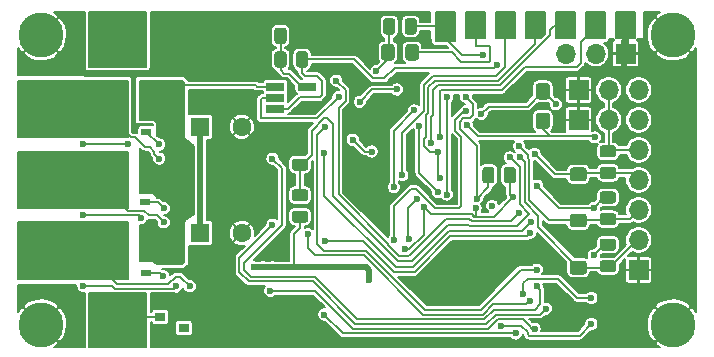
<source format=gbr>
%TF.GenerationSoftware,KiCad,Pcbnew,(5.1.10)-1*%
%TF.CreationDate,2021-11-06T00:50:13+01:00*%
%TF.ProjectId,xESC,78455343-2e6b-4696-9361-645f70636258,rev?*%
%TF.SameCoordinates,Original*%
%TF.FileFunction,Copper,L2,Bot*%
%TF.FilePolarity,Positive*%
%FSLAX46Y46*%
G04 Gerber Fmt 4.6, Leading zero omitted, Abs format (unit mm)*
G04 Created by KiCad (PCBNEW (5.1.10)-1) date 2021-11-06 00:50:13*
%MOMM*%
%LPD*%
G01*
G04 APERTURE LIST*
%TA.AperFunction,SMDPad,CuDef*%
%ADD10R,1.560000X0.650000*%
%TD*%
%TA.AperFunction,SMDPad,CuDef*%
%ADD11R,0.900000X0.800000*%
%TD*%
%TA.AperFunction,SMDPad,CuDef*%
%ADD12R,1.500000X1.500000*%
%TD*%
%TA.AperFunction,ComponentPad*%
%ADD13C,3.800000*%
%TD*%
%TA.AperFunction,ComponentPad*%
%ADD14O,1.700000X1.700000*%
%TD*%
%TA.AperFunction,ComponentPad*%
%ADD15R,1.700000X1.700000*%
%TD*%
%TA.AperFunction,ComponentPad*%
%ADD16R,1.600000X1.600000*%
%TD*%
%TA.AperFunction,ComponentPad*%
%ADD17C,1.600000*%
%TD*%
%TA.AperFunction,SMDPad,CuDef*%
%ADD18R,0.850000X0.500000*%
%TD*%
%TA.AperFunction,SMDPad,CuDef*%
%ADD19R,4.550000X4.410000*%
%TD*%
%TA.AperFunction,ViaPad*%
%ADD20C,0.600000*%
%TD*%
%TA.AperFunction,Conductor*%
%ADD21C,0.500000*%
%TD*%
%TA.AperFunction,Conductor*%
%ADD22C,0.200000*%
%TD*%
%TA.AperFunction,Conductor*%
%ADD23C,0.100000*%
%TD*%
G04 APERTURE END LIST*
D10*
%TO.P,U3,5*%
%TO.N,GND*%
X180551226Y-39000105D03*
%TO.P,U3,4*%
%TO.N,Net-(R10-Pad1)*%
X180551226Y-37100105D03*
%TO.P,U3,3*%
%TO.N,/Power/BridgeMosfets/GND*%
X177851226Y-37100105D03*
%TO.P,U3,2*%
%TO.N,VCC*%
X177851226Y-38050105D03*
%TO.P,U3,1*%
%TO.N,/I_SENSE*%
X177851226Y-39000105D03*
%TD*%
%TO.P,R20,2*%
%TO.N,GND*%
%TA.AperFunction,SMDPad,CuDef*%
G36*
G01*
X180390001Y-42390000D02*
X179489999Y-42390000D01*
G75*
G02*
X179240000Y-42140001I0J249999D01*
G01*
X179240000Y-41614999D01*
G75*
G02*
X179489999Y-41365000I249999J0D01*
G01*
X180390001Y-41365000D01*
G75*
G02*
X180640000Y-41614999I0J-249999D01*
G01*
X180640000Y-42140001D01*
G75*
G02*
X180390001Y-42390000I-249999J0D01*
G01*
G37*
%TD.AperFunction*%
%TO.P,R20,1*%
%TO.N,Net-(R19-Pad2)*%
%TA.AperFunction,SMDPad,CuDef*%
G36*
G01*
X180390001Y-44215000D02*
X179489999Y-44215000D01*
G75*
G02*
X179240000Y-43965001I0J249999D01*
G01*
X179240000Y-43439999D01*
G75*
G02*
X179489999Y-43190000I249999J0D01*
G01*
X180390001Y-43190000D01*
G75*
G02*
X180640000Y-43439999I0J-249999D01*
G01*
X180640000Y-43965001D01*
G75*
G02*
X180390001Y-44215000I-249999J0D01*
G01*
G37*
%TD.AperFunction*%
%TD*%
%TO.P,R19,2*%
%TO.N,Net-(R19-Pad2)*%
%TA.AperFunction,SMDPad,CuDef*%
G36*
G01*
X180390001Y-46800000D02*
X179489999Y-46800000D01*
G75*
G02*
X179240000Y-46550001I0J249999D01*
G01*
X179240000Y-46024999D01*
G75*
G02*
X179489999Y-45775000I249999J0D01*
G01*
X180390001Y-45775000D01*
G75*
G02*
X180640000Y-46024999I0J-249999D01*
G01*
X180640000Y-46550001D01*
G75*
G02*
X180390001Y-46800000I-249999J0D01*
G01*
G37*
%TD.AperFunction*%
%TO.P,R19,1*%
%TO.N,/V_M*%
%TA.AperFunction,SMDPad,CuDef*%
G36*
G01*
X180390001Y-48625000D02*
X179489999Y-48625000D01*
G75*
G02*
X179240000Y-48375001I0J249999D01*
G01*
X179240000Y-47849999D01*
G75*
G02*
X179489999Y-47600000I249999J0D01*
G01*
X180390001Y-47600000D01*
G75*
G02*
X180640000Y-47849999I0J-249999D01*
G01*
X180640000Y-48375001D01*
G75*
G02*
X180390001Y-48625000I-249999J0D01*
G01*
G37*
%TD.AperFunction*%
%TD*%
D11*
%TO.P,D3,1*%
%TO.N,/V_M*%
X168100000Y-56600000D03*
%TO.P,D3,*%
%TO.N,*%
X170100000Y-57550000D03*
%TO.P,D3,2*%
%TO.N,GND*%
X170100000Y-55650000D03*
%TD*%
D12*
%TO.P,TP9,1*%
%TO.N,Net-(D2-Pad2)*%
X194800000Y-32000000D03*
%TD*%
%TO.P,D2,2*%
%TO.N,Net-(D2-Pad2)*%
%TA.AperFunction,SMDPad,CuDef*%
G36*
G01*
X188850000Y-34650001D02*
X188850000Y-33749999D01*
G75*
G02*
X189099999Y-33500000I249999J0D01*
G01*
X189750001Y-33500000D01*
G75*
G02*
X190000000Y-33749999I0J-249999D01*
G01*
X190000000Y-34650001D01*
G75*
G02*
X189750001Y-34900000I-249999J0D01*
G01*
X189099999Y-34900000D01*
G75*
G02*
X188850000Y-34650001I0J249999D01*
G01*
G37*
%TD.AperFunction*%
%TO.P,D2,1*%
%TO.N,VCC*%
%TA.AperFunction,SMDPad,CuDef*%
G36*
G01*
X186800000Y-34650001D02*
X186800000Y-33749999D01*
G75*
G02*
X187049999Y-33500000I249999J0D01*
G01*
X187700001Y-33500000D01*
G75*
G02*
X187950000Y-33749999I0J-249999D01*
G01*
X187950000Y-34650001D01*
G75*
G02*
X187700001Y-34900000I-249999J0D01*
G01*
X187049999Y-34900000D01*
G75*
G02*
X186800000Y-34650001I0J249999D01*
G01*
G37*
%TD.AperFunction*%
%TD*%
D13*
%TO.P,H4,1*%
%TO.N,GND*%
X158000000Y-57250000D03*
%TD*%
%TO.P,H3,1*%
%TO.N,GND*%
X211500000Y-57250000D03*
%TD*%
%TO.P,H2,1*%
%TO.N,GND*%
X211500000Y-32750000D03*
%TD*%
%TO.P,H1,1*%
%TO.N,GND*%
X158000000Y-32750000D03*
%TD*%
D12*
%TO.P,TP8,1*%
%TO.N,/EXT_SPI_SS*%
X197300000Y-32000000D03*
%TD*%
%TO.P,TP6,1*%
%TO.N,/RESET*%
X192200000Y-32000000D03*
%TD*%
%TO.P,TP5,1*%
%TO.N,/MISO*%
X202400000Y-32000000D03*
%TD*%
%TO.P,TP4,1*%
%TO.N,/MOSI*%
X199872600Y-31978600D03*
%TD*%
%TO.P,TP3,1*%
%TO.N,/SCK*%
X204965300Y-31978600D03*
%TD*%
D14*
%TO.P,J4,3*%
%TO.N,Net-(J4-Pad3)*%
X202420000Y-34300000D03*
%TO.P,J4,2*%
%TO.N,/RXD*%
X204960000Y-34300000D03*
D15*
%TO.P,J4,1*%
%TO.N,GND*%
X207500000Y-34300000D03*
%TD*%
%TO.P,R18,2*%
%TO.N,GND*%
%TA.AperFunction,SMDPad,CuDef*%
G36*
G01*
X199100000Y-37049999D02*
X199100000Y-37950001D01*
G75*
G02*
X198850001Y-38200000I-249999J0D01*
G01*
X198149999Y-38200000D01*
G75*
G02*
X197900000Y-37950001I0J249999D01*
G01*
X197900000Y-37049999D01*
G75*
G02*
X198149999Y-36800000I249999J0D01*
G01*
X198850001Y-36800000D01*
G75*
G02*
X199100000Y-37049999I0J-249999D01*
G01*
G37*
%TD.AperFunction*%
%TO.P,R18,1*%
%TO.N,/INPUT_ANALOG*%
%TA.AperFunction,SMDPad,CuDef*%
G36*
G01*
X201100000Y-37049999D02*
X201100000Y-37950001D01*
G75*
G02*
X200850001Y-38200000I-249999J0D01*
G01*
X200149999Y-38200000D01*
G75*
G02*
X199900000Y-37950001I0J249999D01*
G01*
X199900000Y-37049999D01*
G75*
G02*
X200149999Y-36800000I249999J0D01*
G01*
X200850001Y-36800000D01*
G75*
G02*
X201100000Y-37049999I0J-249999D01*
G01*
G37*
%TD.AperFunction*%
%TD*%
%TO.P,R17,2*%
%TO.N,GND*%
%TA.AperFunction,SMDPad,CuDef*%
G36*
G01*
X199100000Y-39549999D02*
X199100000Y-40450001D01*
G75*
G02*
X198850001Y-40700000I-249999J0D01*
G01*
X198149999Y-40700000D01*
G75*
G02*
X197900000Y-40450001I0J249999D01*
G01*
X197900000Y-39549999D01*
G75*
G02*
X198149999Y-39300000I249999J0D01*
G01*
X198850001Y-39300000D01*
G75*
G02*
X199100000Y-39549999I0J-249999D01*
G01*
G37*
%TD.AperFunction*%
%TO.P,R17,1*%
%TO.N,/INPUT_PWM*%
%TA.AperFunction,SMDPad,CuDef*%
G36*
G01*
X201100000Y-39549999D02*
X201100000Y-40450001D01*
G75*
G02*
X200850001Y-40700000I-249999J0D01*
G01*
X200149999Y-40700000D01*
G75*
G02*
X199900000Y-40450001I0J249999D01*
G01*
X199900000Y-39549999D01*
G75*
G02*
X200149999Y-39300000I249999J0D01*
G01*
X200850001Y-39300000D01*
G75*
G02*
X201100000Y-39549999I0J-249999D01*
G01*
G37*
%TD.AperFunction*%
%TD*%
D14*
%TO.P,J3,3*%
%TO.N,/INPUT_ANALOG*%
X208600000Y-37390000D03*
%TO.P,J3,2*%
%TO.N,VCC*%
X206060000Y-37390000D03*
D15*
%TO.P,J3,1*%
%TO.N,GND*%
X203520000Y-37390000D03*
%TD*%
D14*
%TO.P,J2,3*%
%TO.N,/INPUT_PWM*%
X208600000Y-39930000D03*
%TO.P,J2,2*%
%TO.N,VCC*%
X206060000Y-39930000D03*
D15*
%TO.P,J2,1*%
%TO.N,GND*%
X203520000Y-39930000D03*
%TD*%
D14*
%TO.P,J1,5*%
%TO.N,VCC*%
X208600000Y-42470000D03*
%TO.P,J1,4*%
%TO.N,/HALL_W*%
X208600000Y-45010000D03*
%TO.P,J1,3*%
%TO.N,/HALL_V*%
X208600000Y-47550000D03*
%TO.P,J1,2*%
%TO.N,/HALL_U*%
X208600000Y-50090000D03*
D15*
%TO.P,J1,1*%
%TO.N,GND*%
X208600000Y-52630000D03*
%TD*%
D16*
%TO.P,C10,1*%
%TO.N,/V_M*%
X171500000Y-49500000D03*
D17*
%TO.P,C10,2*%
%TO.N,GND*%
X175000000Y-49500000D03*
%TD*%
%TO.P,R13,1*%
%TO.N,VCC*%
%TA.AperFunction,SMDPad,CuDef*%
G36*
G01*
X205549998Y-45975000D02*
X206450002Y-45975000D01*
G75*
G02*
X206700000Y-46224998I0J-249998D01*
G01*
X206700000Y-46750002D01*
G75*
G02*
X206450002Y-47000000I-249998J0D01*
G01*
X205549998Y-47000000D01*
G75*
G02*
X205300000Y-46750002I0J249998D01*
G01*
X205300000Y-46224998D01*
G75*
G02*
X205549998Y-45975000I249998J0D01*
G01*
G37*
%TD.AperFunction*%
%TO.P,R13,2*%
%TO.N,/HALL_V*%
%TA.AperFunction,SMDPad,CuDef*%
G36*
G01*
X205549998Y-47800000D02*
X206450002Y-47800000D01*
G75*
G02*
X206700000Y-48049998I0J-249998D01*
G01*
X206700000Y-48575002D01*
G75*
G02*
X206450002Y-48825000I-249998J0D01*
G01*
X205549998Y-48825000D01*
G75*
G02*
X205300000Y-48575002I0J249998D01*
G01*
X205300000Y-48049998D01*
G75*
G02*
X205549998Y-47800000I249998J0D01*
G01*
G37*
%TD.AperFunction*%
%TD*%
%TO.P,C16,1*%
%TO.N,/HALL_V*%
%TA.AperFunction,SMDPad,CuDef*%
G36*
G01*
X203975000Y-49025000D02*
X203025000Y-49025000D01*
G75*
G02*
X202775000Y-48775000I0J250000D01*
G01*
X202775000Y-48100000D01*
G75*
G02*
X203025000Y-47850000I250000J0D01*
G01*
X203975000Y-47850000D01*
G75*
G02*
X204225000Y-48100000I0J-250000D01*
G01*
X204225000Y-48775000D01*
G75*
G02*
X203975000Y-49025000I-250000J0D01*
G01*
G37*
%TD.AperFunction*%
%TO.P,C16,2*%
%TO.N,GND*%
%TA.AperFunction,SMDPad,CuDef*%
G36*
G01*
X203975000Y-46950000D02*
X203025000Y-46950000D01*
G75*
G02*
X202775000Y-46700000I0J250000D01*
G01*
X202775000Y-46025000D01*
G75*
G02*
X203025000Y-45775000I250000J0D01*
G01*
X203975000Y-45775000D01*
G75*
G02*
X204225000Y-46025000I0J-250000D01*
G01*
X204225000Y-46700000D01*
G75*
G02*
X203975000Y-46950000I-250000J0D01*
G01*
G37*
%TD.AperFunction*%
%TD*%
%TO.P,C17,1*%
%TO.N,/HALL_U*%
%TA.AperFunction,SMDPad,CuDef*%
G36*
G01*
X203975000Y-53025000D02*
X203025000Y-53025000D01*
G75*
G02*
X202775000Y-52775000I0J250000D01*
G01*
X202775000Y-52100000D01*
G75*
G02*
X203025000Y-51850000I250000J0D01*
G01*
X203975000Y-51850000D01*
G75*
G02*
X204225000Y-52100000I0J-250000D01*
G01*
X204225000Y-52775000D01*
G75*
G02*
X203975000Y-53025000I-250000J0D01*
G01*
G37*
%TD.AperFunction*%
%TO.P,C17,2*%
%TO.N,GND*%
%TA.AperFunction,SMDPad,CuDef*%
G36*
G01*
X203975000Y-50950000D02*
X203025000Y-50950000D01*
G75*
G02*
X202775000Y-50700000I0J250000D01*
G01*
X202775000Y-50025000D01*
G75*
G02*
X203025000Y-49775000I250000J0D01*
G01*
X203975000Y-49775000D01*
G75*
G02*
X204225000Y-50025000I0J-250000D01*
G01*
X204225000Y-50700000D01*
G75*
G02*
X203975000Y-50950000I-250000J0D01*
G01*
G37*
%TD.AperFunction*%
%TD*%
%TO.P,R14,1*%
%TO.N,VCC*%
%TA.AperFunction,SMDPad,CuDef*%
G36*
G01*
X205549998Y-49975000D02*
X206450002Y-49975000D01*
G75*
G02*
X206700000Y-50224998I0J-249998D01*
G01*
X206700000Y-50750002D01*
G75*
G02*
X206450002Y-51000000I-249998J0D01*
G01*
X205549998Y-51000000D01*
G75*
G02*
X205300000Y-50750002I0J249998D01*
G01*
X205300000Y-50224998D01*
G75*
G02*
X205549998Y-49975000I249998J0D01*
G01*
G37*
%TD.AperFunction*%
%TO.P,R14,2*%
%TO.N,/HALL_U*%
%TA.AperFunction,SMDPad,CuDef*%
G36*
G01*
X205549998Y-51800000D02*
X206450002Y-51800000D01*
G75*
G02*
X206700000Y-52049998I0J-249998D01*
G01*
X206700000Y-52575002D01*
G75*
G02*
X206450002Y-52825000I-249998J0D01*
G01*
X205549998Y-52825000D01*
G75*
G02*
X205300000Y-52575002I0J249998D01*
G01*
X205300000Y-52049998D01*
G75*
G02*
X205549998Y-51800000I249998J0D01*
G01*
G37*
%TD.AperFunction*%
%TD*%
D16*
%TO.P,C20,1*%
%TO.N,/V_M*%
X171500000Y-40500000D03*
D17*
%TO.P,C20,2*%
%TO.N,GND*%
X175000000Y-40500000D03*
%TD*%
%TO.P,C15,1*%
%TO.N,/HALL_W*%
%TA.AperFunction,SMDPad,CuDef*%
G36*
G01*
X203975000Y-45125000D02*
X203025000Y-45125000D01*
G75*
G02*
X202775000Y-44875000I0J250000D01*
G01*
X202775000Y-44200000D01*
G75*
G02*
X203025000Y-43950000I250000J0D01*
G01*
X203975000Y-43950000D01*
G75*
G02*
X204225000Y-44200000I0J-250000D01*
G01*
X204225000Y-44875000D01*
G75*
G02*
X203975000Y-45125000I-250000J0D01*
G01*
G37*
%TD.AperFunction*%
%TO.P,C15,2*%
%TO.N,GND*%
%TA.AperFunction,SMDPad,CuDef*%
G36*
G01*
X203975000Y-43050000D02*
X203025000Y-43050000D01*
G75*
G02*
X202775000Y-42800000I0J250000D01*
G01*
X202775000Y-42125000D01*
G75*
G02*
X203025000Y-41875000I250000J0D01*
G01*
X203975000Y-41875000D01*
G75*
G02*
X204225000Y-42125000I0J-250000D01*
G01*
X204225000Y-42800000D01*
G75*
G02*
X203975000Y-43050000I-250000J0D01*
G01*
G37*
%TD.AperFunction*%
%TD*%
%TO.P,R15,1*%
%TO.N,VCC*%
%TA.AperFunction,SMDPad,CuDef*%
G36*
G01*
X186975000Y-32450002D02*
X186975000Y-31549998D01*
G75*
G02*
X187224998Y-31300000I249998J0D01*
G01*
X187750002Y-31300000D01*
G75*
G02*
X188000000Y-31549998I0J-249998D01*
G01*
X188000000Y-32450002D01*
G75*
G02*
X187750002Y-32700000I-249998J0D01*
G01*
X187224998Y-32700000D01*
G75*
G02*
X186975000Y-32450002I0J249998D01*
G01*
G37*
%TD.AperFunction*%
%TO.P,R15,2*%
%TO.N,/RESET*%
%TA.AperFunction,SMDPad,CuDef*%
G36*
G01*
X188800000Y-32450002D02*
X188800000Y-31549998D01*
G75*
G02*
X189049998Y-31300000I249998J0D01*
G01*
X189575002Y-31300000D01*
G75*
G02*
X189825000Y-31549998I0J-249998D01*
G01*
X189825000Y-32450002D01*
G75*
G02*
X189575002Y-32700000I-249998J0D01*
G01*
X189049998Y-32700000D01*
G75*
G02*
X188800000Y-32450002I0J249998D01*
G01*
G37*
%TD.AperFunction*%
%TD*%
%TO.P,R12,1*%
%TO.N,VCC*%
%TA.AperFunction,SMDPad,CuDef*%
G36*
G01*
X205549998Y-42075000D02*
X206450002Y-42075000D01*
G75*
G02*
X206700000Y-42324998I0J-249998D01*
G01*
X206700000Y-42850002D01*
G75*
G02*
X206450002Y-43100000I-249998J0D01*
G01*
X205549998Y-43100000D01*
G75*
G02*
X205300000Y-42850002I0J249998D01*
G01*
X205300000Y-42324998D01*
G75*
G02*
X205549998Y-42075000I249998J0D01*
G01*
G37*
%TD.AperFunction*%
%TO.P,R12,2*%
%TO.N,/HALL_W*%
%TA.AperFunction,SMDPad,CuDef*%
G36*
G01*
X205549998Y-43900000D02*
X206450002Y-43900000D01*
G75*
G02*
X206700000Y-44149998I0J-249998D01*
G01*
X206700000Y-44675002D01*
G75*
G02*
X206450002Y-44925000I-249998J0D01*
G01*
X205549998Y-44925000D01*
G75*
G02*
X205300000Y-44675002I0J249998D01*
G01*
X205300000Y-44149998D01*
G75*
G02*
X205549998Y-43900000I249998J0D01*
G01*
G37*
%TD.AperFunction*%
%TD*%
%TO.P,R11,1*%
%TO.N,/I_SENSE*%
%TA.AperFunction,SMDPad,CuDef*%
G36*
G01*
X180625000Y-34349998D02*
X180625000Y-35250002D01*
G75*
G02*
X180375002Y-35500000I-249998J0D01*
G01*
X179849998Y-35500000D01*
G75*
G02*
X179600000Y-35250002I0J249998D01*
G01*
X179600000Y-34349998D01*
G75*
G02*
X179849998Y-34100000I249998J0D01*
G01*
X180375002Y-34100000D01*
G75*
G02*
X180625000Y-34349998I0J-249998D01*
G01*
G37*
%TD.AperFunction*%
%TO.P,R11,2*%
%TO.N,Net-(R10-Pad1)*%
%TA.AperFunction,SMDPad,CuDef*%
G36*
G01*
X178800000Y-34349998D02*
X178800000Y-35250002D01*
G75*
G02*
X178550002Y-35500000I-249998J0D01*
G01*
X178024998Y-35500000D01*
G75*
G02*
X177775000Y-35250002I0J249998D01*
G01*
X177775000Y-34349998D01*
G75*
G02*
X178024998Y-34100000I249998J0D01*
G01*
X178550002Y-34100000D01*
G75*
G02*
X178800000Y-34349998I0J-249998D01*
G01*
G37*
%TD.AperFunction*%
%TD*%
%TO.P,R10,1*%
%TO.N,Net-(R10-Pad1)*%
%TA.AperFunction,SMDPad,CuDef*%
G36*
G01*
X177775000Y-33250002D02*
X177775000Y-32349998D01*
G75*
G02*
X178024998Y-32100000I249998J0D01*
G01*
X178550002Y-32100000D01*
G75*
G02*
X178800000Y-32349998I0J-249998D01*
G01*
X178800000Y-33250002D01*
G75*
G02*
X178550002Y-33500000I-249998J0D01*
G01*
X178024998Y-33500000D01*
G75*
G02*
X177775000Y-33250002I0J249998D01*
G01*
G37*
%TD.AperFunction*%
%TO.P,R10,2*%
%TO.N,GND*%
%TA.AperFunction,SMDPad,CuDef*%
G36*
G01*
X179600000Y-33250002D02*
X179600000Y-32349998D01*
G75*
G02*
X179849998Y-32100000I249998J0D01*
G01*
X180375002Y-32100000D01*
G75*
G02*
X180625000Y-32349998I0J-249998D01*
G01*
X180625000Y-33250002D01*
G75*
G02*
X180375002Y-33500000I-249998J0D01*
G01*
X179849998Y-33500000D01*
G75*
G02*
X179600000Y-33250002I0J249998D01*
G01*
G37*
%TD.AperFunction*%
%TD*%
%TO.P,R8,1*%
%TO.N,VCC*%
%TA.AperFunction,SMDPad,CuDef*%
G36*
G01*
X198225000Y-44149998D02*
X198225000Y-45050002D01*
G75*
G02*
X197975002Y-45300000I-249998J0D01*
G01*
X197449998Y-45300000D01*
G75*
G02*
X197200000Y-45050002I0J249998D01*
G01*
X197200000Y-44149998D01*
G75*
G02*
X197449998Y-43900000I249998J0D01*
G01*
X197975002Y-43900000D01*
G75*
G02*
X198225000Y-44149998I0J-249998D01*
G01*
G37*
%TD.AperFunction*%
%TO.P,R8,2*%
%TO.N,/DRV_SS*%
%TA.AperFunction,SMDPad,CuDef*%
G36*
G01*
X196400000Y-44149998D02*
X196400000Y-45050002D01*
G75*
G02*
X196150002Y-45300000I-249998J0D01*
G01*
X195624998Y-45300000D01*
G75*
G02*
X195375000Y-45050002I0J249998D01*
G01*
X195375000Y-44149998D01*
G75*
G02*
X195624998Y-43900000I249998J0D01*
G01*
X196150002Y-43900000D01*
G75*
G02*
X196400000Y-44149998I0J-249998D01*
G01*
G37*
%TD.AperFunction*%
%TD*%
%TO.P,R7,1*%
%TO.N,/Power/BridgeMosfets/GND*%
%TA.AperFunction,SMDPad,CuDef*%
G36*
G01*
X168750000Y-46425001D02*
X168750000Y-43574999D01*
G75*
G02*
X168999999Y-43325000I249999J0D01*
G01*
X169900001Y-43325000D01*
G75*
G02*
X170150000Y-43574999I0J-249999D01*
G01*
X170150000Y-46425001D01*
G75*
G02*
X169900001Y-46675000I-249999J0D01*
G01*
X168999999Y-46675000D01*
G75*
G02*
X168750000Y-46425001I0J249999D01*
G01*
G37*
%TD.AperFunction*%
%TO.P,R7,2*%
%TO.N,GND*%
%TA.AperFunction,SMDPad,CuDef*%
G36*
G01*
X174850000Y-46425001D02*
X174850000Y-43574999D01*
G75*
G02*
X175099999Y-43325000I249999J0D01*
G01*
X176000001Y-43325000D01*
G75*
G02*
X176250000Y-43574999I0J-249999D01*
G01*
X176250000Y-46425001D01*
G75*
G02*
X176000001Y-46675000I-249999J0D01*
G01*
X175099999Y-46675000D01*
G75*
G02*
X174850000Y-46425001I0J249999D01*
G01*
G37*
%TD.AperFunction*%
%TD*%
D18*
%TO.P,Q4,1*%
%TO.N,/Power/BridgeMosfets/GND*%
X166900000Y-49095000D03*
%TO.P,Q4,2*%
X166900000Y-50365000D03*
%TO.P,Q4,3*%
X166900000Y-51635000D03*
%TO.P,Q4,4*%
%TO.N,Net-(JP5-Pad2)*%
X166900000Y-52905000D03*
D19*
%TO.P,Q4,5*%
%TO.N,/PHASE_W*%
X162950000Y-51000000D03*
%TD*%
D18*
%TO.P,Q2,1*%
%TO.N,/Power/BridgeMosfets/GND*%
X166900000Y-37095000D03*
%TO.P,Q2,2*%
X166900000Y-38365000D03*
%TO.P,Q2,3*%
X166900000Y-39635000D03*
%TO.P,Q2,4*%
%TO.N,Net-(JP3-Pad2)*%
X166900000Y-40905000D03*
D19*
%TO.P,Q2,5*%
%TO.N,/PHASE_U*%
X162950000Y-39000000D03*
%TD*%
D18*
%TO.P,Q6,1*%
%TO.N,/Power/BridgeMosfets/GND*%
X166850000Y-43095000D03*
%TO.P,Q6,2*%
X166850000Y-44365000D03*
%TO.P,Q6,3*%
X166850000Y-45635000D03*
%TO.P,Q6,4*%
%TO.N,Net-(JP7-Pad2)*%
X166850000Y-46905000D03*
D19*
%TO.P,Q6,5*%
%TO.N,/PHASE_V*%
X162900000Y-45000000D03*
%TD*%
D20*
%TO.N,GND*%
X173500000Y-56500000D03*
X172500000Y-57500000D03*
X175500000Y-56500000D03*
X172500000Y-56500000D03*
X175500000Y-57500000D03*
X171500000Y-56500000D03*
X171500000Y-57500000D03*
X174500000Y-57500000D03*
X174500000Y-56500000D03*
X173500000Y-57500000D03*
X172500000Y-58500000D03*
X173500000Y-58500000D03*
X171500000Y-58500000D03*
X174500000Y-58500000D03*
X175500000Y-58500000D03*
X173500000Y-31500000D03*
X172500000Y-32500000D03*
X175500000Y-31500000D03*
X172500000Y-31500000D03*
X175500000Y-32500000D03*
X171500000Y-31500000D03*
X171500000Y-32500000D03*
X174500000Y-32500000D03*
X174500000Y-31500000D03*
X173500000Y-32500000D03*
X172500000Y-33500000D03*
X173500000Y-33500000D03*
X171500000Y-33500000D03*
X174500000Y-33500000D03*
X175500000Y-33500000D03*
X171500000Y-34500000D03*
X172500000Y-34500000D03*
X173500000Y-34500000D03*
X174500000Y-34500000D03*
X175500000Y-34500000D03*
X171500000Y-55500000D03*
X172500000Y-55500000D03*
X173500000Y-55500000D03*
X174500000Y-55500000D03*
X175500000Y-55500000D03*
X199600000Y-50600000D03*
X173200000Y-45200000D03*
X172800000Y-51600000D03*
X171500000Y-38000000D03*
X172500000Y-38000000D03*
X173500000Y-38000000D03*
X174500000Y-38000000D03*
X172000000Y-39000000D03*
X173000000Y-39000000D03*
X174000000Y-39000000D03*
X175000000Y-39000000D03*
X182000000Y-58200000D03*
X207200000Y-58000000D03*
X193000000Y-39000000D03*
X185000000Y-36200010D03*
X189799990Y-37892293D03*
X186800000Y-48200000D03*
X196908028Y-43000010D03*
X182200000Y-33200000D03*
X185800000Y-39600000D03*
%TO.N,VCC*%
X204800000Y-51400000D03*
X204800000Y-47400000D03*
X188823767Y-50875704D03*
X194800000Y-47400000D03*
X190425488Y-47274032D03*
X188146273Y-37343329D03*
X186400000Y-35800000D03*
X197947921Y-46475621D03*
X200002315Y-45497848D03*
X183200000Y-38000000D03*
X185000000Y-38400000D03*
%TO.N,Net-(JP2-Pad2)*%
X161600000Y-42000000D03*
X165400000Y-42000000D03*
%TO.N,/Power/HS_U*%
X200000000Y-52600000D03*
X182081017Y-40529560D03*
%TO.N,Net-(JP3-Pad2)*%
X168000000Y-42000000D03*
%TO.N,/Power/LS_U*%
X183000000Y-36600000D03*
X198472804Y-47843370D03*
%TO.N,Net-(JP4-Pad2)*%
X161600000Y-54000000D03*
X169424272Y-54024272D03*
%TO.N,/Power/HS_V*%
X180600000Y-49600000D03*
X199410273Y-55227085D03*
%TO.N,Net-(JP5-Pad2)*%
X168375740Y-53175717D03*
%TO.N,/Power/LS_V*%
X181999990Y-42710062D03*
X199484849Y-48563695D03*
%TO.N,Net-(JP6-Pad2)*%
X161600000Y-48000000D03*
X166475786Y-48200010D03*
%TO.N,/Power/HS_W*%
X182000000Y-56400000D03*
X198200000Y-58000000D03*
%TO.N,Net-(JP7-Pad2)*%
X168400000Y-47400000D03*
%TO.N,/Power/LS_W*%
X182040226Y-50191683D03*
X199429588Y-49467500D03*
%TO.N,/PHASE_U*%
X159000000Y-41000000D03*
X159000000Y-37000000D03*
X159000000Y-40000000D03*
X159000000Y-39000000D03*
X159000000Y-38000000D03*
X158000000Y-41000000D03*
X158000000Y-37000000D03*
X158000000Y-40000000D03*
X158000000Y-39000000D03*
X158000000Y-38000000D03*
X157000000Y-41000000D03*
X157000000Y-37000000D03*
X157000000Y-40000000D03*
X157000000Y-39000000D03*
X157000000Y-38000000D03*
X160000000Y-41000000D03*
X160000000Y-40000000D03*
X160000000Y-39000000D03*
X160000000Y-38000000D03*
X160000000Y-37000000D03*
X168000000Y-43200000D03*
X177600000Y-43200000D03*
X199981250Y-54000010D03*
%TO.N,/PHASE_V*%
X159000000Y-46000000D03*
X159000000Y-44000000D03*
X159000000Y-43000000D03*
X159000000Y-45000000D03*
X159000000Y-47000000D03*
X158000000Y-46000000D03*
X158000000Y-44000000D03*
X158000000Y-43000000D03*
X158000000Y-45000000D03*
X158000000Y-47000000D03*
X157000000Y-46000000D03*
X157000000Y-44000000D03*
X157000000Y-43000000D03*
X157000000Y-45000000D03*
X157000000Y-47000000D03*
X160000000Y-44000000D03*
X160000000Y-43000000D03*
X160000000Y-45000000D03*
X160000000Y-47000000D03*
X160000000Y-46000000D03*
X168400000Y-48600000D03*
X177600000Y-48800000D03*
X200744096Y-55904448D03*
%TO.N,Net-(C3-Pad1)*%
X204600000Y-55000000D03*
X198857956Y-54648323D03*
%TO.N,/V_M*%
X164500000Y-31500000D03*
X163500000Y-32500000D03*
X166500000Y-31500000D03*
X163500000Y-31500000D03*
X166500000Y-32500000D03*
X162500000Y-31500000D03*
X162500000Y-32500000D03*
X165500000Y-32500000D03*
X165500000Y-31500000D03*
X164500000Y-32500000D03*
X163500000Y-33500000D03*
X164500000Y-33500000D03*
X162500000Y-33500000D03*
X165500000Y-33500000D03*
X166500000Y-33500000D03*
X164500000Y-56500000D03*
X163500000Y-57500000D03*
X166500000Y-56500000D03*
X163500000Y-56500000D03*
X166500000Y-57500000D03*
X162500000Y-56500000D03*
X162500000Y-57500000D03*
X165500000Y-57500000D03*
X165500000Y-56500000D03*
X164500000Y-57500000D03*
X163500000Y-58500000D03*
X164500000Y-58500000D03*
X162500000Y-58500000D03*
X165500000Y-58500000D03*
X166500000Y-58500000D03*
X165500000Y-34500000D03*
X164500000Y-34500000D03*
X163500000Y-34500000D03*
X166500000Y-34500000D03*
X166500000Y-55500000D03*
X165500000Y-55500000D03*
X164500000Y-55500000D03*
X163500000Y-55500000D03*
X162500000Y-55500000D03*
X162500000Y-34500000D03*
X185750000Y-53500000D03*
X176000000Y-52400000D03*
X176800000Y-52400000D03*
X177600000Y-52400000D03*
X185482348Y-52393692D03*
%TO.N,/PHASE_W*%
X159000000Y-51000000D03*
X158000000Y-50000000D03*
X159000000Y-53000000D03*
X159000000Y-50000000D03*
X158000000Y-53000000D03*
X159000000Y-49000000D03*
X158000000Y-49000000D03*
X158000000Y-52000000D03*
X159000000Y-52000000D03*
X158000000Y-51000000D03*
X157000000Y-50000000D03*
X157000000Y-51000000D03*
X157000000Y-49000000D03*
X157000000Y-52000000D03*
X157000000Y-53000000D03*
X160000000Y-50000000D03*
X160000000Y-49000000D03*
X160000000Y-51000000D03*
X160000000Y-53000000D03*
X160000000Y-52000000D03*
X170600000Y-54000000D03*
X177400000Y-54400000D03*
X199799987Y-57599990D03*
%TO.N,Net-(C5-Pad1)*%
X204600000Y-57200000D03*
X196974727Y-57399990D03*
%TO.N,/HALL_W*%
X199800000Y-42799978D03*
%TO.N,/HALL_V*%
X198478202Y-42141656D03*
%TO.N,/HALL_U*%
X198520420Y-43043246D03*
%TO.N,/DRV_SS*%
X196200000Y-47200000D03*
X194000000Y-38000054D03*
X194900000Y-46600000D03*
%TO.N,/FAULT*%
X189800011Y-46648542D03*
X189151922Y-49979853D03*
%TO.N,/I_SENSE*%
X196638243Y-35238243D03*
%TO.N,/RESET*%
X195400000Y-34400000D03*
%TO.N,/U_DIR*%
X192363187Y-46239930D03*
X192400000Y-38000054D03*
%TO.N,/DRV_ENABLE*%
X187886137Y-50082610D03*
X193999989Y-39190650D03*
%TO.N,/SCK*%
X191799979Y-41400000D03*
%TO.N,/MISO*%
X191053140Y-41866314D03*
%TO.N,/MOSI*%
X191630223Y-42644488D03*
X191799990Y-44798903D03*
%TO.N,/V_ENABLE*%
X184400028Y-41600000D03*
X186000000Y-42600000D03*
%TO.N,/V_DIR*%
X187875732Y-45612280D03*
X189604916Y-39123266D03*
%TO.N,/U_ENABLE*%
X191599990Y-46000000D03*
X190024272Y-40424272D03*
%TO.N,/INPUT_PWM*%
X194060794Y-40390662D03*
X204900002Y-41400000D03*
%TO.N,/INPUT_ANALOG*%
X201600000Y-38600000D03*
X195300000Y-39399996D03*
%TO.N,/EXT_SPI_SS*%
X188600000Y-44600000D03*
%TO.N,Net-(R19-Pad2)*%
X197701739Y-43100219D03*
%TD*%
D21*
%TO.N,GND*%
X207400000Y-36200000D02*
X207400000Y-33200000D01*
X207500000Y-34300000D02*
X207500000Y-31000000D01*
D22*
%TO.N,VCC*%
X205712500Y-50487500D02*
X204800000Y-51400000D01*
X206000000Y-50487500D02*
X205712500Y-50487500D01*
X205712500Y-46487500D02*
X204800000Y-47400000D01*
X206000000Y-46487500D02*
X205712500Y-46487500D01*
X206060000Y-42527500D02*
X206000000Y-42587500D01*
X206060000Y-39930000D02*
X206060000Y-42527500D01*
X206117500Y-42470000D02*
X206000000Y-42587500D01*
X208600000Y-42470000D02*
X206117500Y-42470000D01*
X206060000Y-37390000D02*
X206060000Y-39930000D01*
X194800000Y-47400000D02*
X194800000Y-48000000D01*
X194800000Y-48000000D02*
X194700023Y-48099977D01*
X190425488Y-49642321D02*
X190425488Y-47274032D01*
X189192105Y-50875704D02*
X190425488Y-49642321D01*
X188823767Y-50875704D02*
X189192105Y-50875704D01*
X187487500Y-32000000D02*
X187487500Y-32912500D01*
X187487500Y-32800000D02*
X187487500Y-32912500D01*
X187487500Y-32912500D02*
X187487500Y-34712500D01*
X187487500Y-34712500D02*
X186400000Y-35800000D01*
X194500026Y-47899980D02*
X191051436Y-47899980D01*
X191051436Y-47899980D02*
X190425488Y-47274032D01*
X194700023Y-48099977D02*
X194500026Y-47899980D01*
X194700023Y-48099977D02*
X196323565Y-48099977D01*
X197712500Y-46240200D02*
X197947921Y-46475621D01*
X197712500Y-44600000D02*
X197712500Y-46240200D01*
X204800000Y-47400000D02*
X201904467Y-47400000D01*
X196323565Y-48099977D02*
X197947921Y-46475621D01*
X201904467Y-47400000D02*
X200002315Y-45497848D01*
X188146273Y-37343329D02*
X186056671Y-37343329D01*
X186056671Y-37343329D02*
X185000000Y-38400000D01*
X181396333Y-39800000D02*
X183196333Y-38000000D01*
X183196333Y-38000000D02*
X183200000Y-38000000D01*
X176600000Y-39800000D02*
X181396333Y-39800000D01*
X176600000Y-38200000D02*
X176600000Y-39800000D01*
X176749895Y-38050105D02*
X176600000Y-38200000D01*
X177851226Y-38050105D02*
X176749895Y-38050105D01*
%TO.N,Net-(JP2-Pad2)*%
X161600000Y-42000000D02*
X165400000Y-42000000D01*
%TO.N,/Power/HS_U*%
X200000000Y-52600000D02*
X198623913Y-52600000D01*
X195223957Y-55999956D02*
X190502856Y-55999956D01*
X181399988Y-50399988D02*
X181399988Y-41210589D01*
X190502856Y-55999956D02*
X185502900Y-51000000D01*
X198623913Y-52600000D02*
X195223957Y-55999956D01*
X185502900Y-51000000D02*
X182000000Y-51000000D01*
X182000000Y-51000000D02*
X181399988Y-50399988D01*
X181399988Y-41210589D02*
X182081017Y-40529560D01*
%TO.N,Net-(JP3-Pad2)*%
X166905000Y-40905000D02*
X168000000Y-42000000D01*
X166900000Y-40905000D02*
X166905000Y-40905000D01*
%TO.N,/Power/LS_U*%
X194265691Y-48299991D02*
X194465687Y-48499987D01*
X183000000Y-36600000D02*
X183800001Y-37400001D01*
X189058595Y-51475705D02*
X189134309Y-51399991D01*
X187400009Y-50520767D02*
X188354947Y-51475705D01*
X189134309Y-51399991D02*
X189233518Y-51399991D01*
X188354947Y-51475705D02*
X189058595Y-51475705D01*
X183800001Y-38288001D02*
X183200000Y-38888002D01*
X183200000Y-46234300D02*
X187400009Y-50434309D01*
X183800001Y-37400001D02*
X183800001Y-38288001D01*
X183200000Y-38888002D02*
X183200000Y-46234300D01*
X192333518Y-48299991D02*
X194265691Y-48299991D01*
X189233518Y-51399991D02*
X192333518Y-48299991D01*
X197816187Y-48499987D02*
X198472804Y-47843370D01*
X187400009Y-50434309D02*
X187400009Y-50520767D01*
X194465687Y-48499987D02*
X197816187Y-48499987D01*
%TO.N,Net-(JP4-Pad2)*%
X169248545Y-54199999D02*
X169424272Y-54024272D01*
X164234299Y-54199999D02*
X169248545Y-54199999D01*
X161600000Y-54000000D02*
X164034300Y-54000000D01*
X164034300Y-54000000D02*
X164234299Y-54199999D01*
%TO.N,/Power/HS_V*%
X181234311Y-51400011D02*
X185337211Y-51400011D01*
X190337167Y-56399967D02*
X195389646Y-56399967D01*
X185337211Y-51400011D02*
X190337167Y-56399967D01*
X196262529Y-55527084D02*
X199110274Y-55527084D01*
X180600000Y-50765700D02*
X181234311Y-51400011D01*
X195389646Y-56399967D02*
X196262529Y-55527084D01*
X199110274Y-55527084D02*
X199410273Y-55227085D01*
X180600000Y-49600000D02*
X180600000Y-50765700D01*
%TO.N,Net-(JP5-Pad2)*%
X168105023Y-52905000D02*
X168375740Y-53175717D01*
X166900000Y-52905000D02*
X168105023Y-52905000D01*
%TO.N,/Power/LS_V*%
X189465689Y-52400011D02*
X192565691Y-49300009D01*
X181999990Y-46365690D02*
X188034311Y-52400011D01*
X188034311Y-52400011D02*
X189465689Y-52400011D01*
X198748535Y-49300009D02*
X199484849Y-48563695D01*
X181999990Y-42710062D02*
X181999990Y-46365690D01*
X192565691Y-49300009D02*
X198748535Y-49300009D01*
%TO.N,Net-(JP6-Pad2)*%
X166275776Y-48000000D02*
X166475786Y-48200010D01*
X161600000Y-48000000D02*
X166275776Y-48000000D01*
%TO.N,/Power/HS_W*%
X182000000Y-56400000D02*
X183600000Y-58000000D01*
X183600000Y-58000000D02*
X198200000Y-58000000D01*
%TO.N,Net-(JP7-Pad2)*%
X167905000Y-46905000D02*
X168400000Y-47400000D01*
X166850000Y-46905000D02*
X167905000Y-46905000D01*
%TO.N,/Power/LS_W*%
X189631378Y-52800022D02*
X192663901Y-49767499D01*
X182040226Y-50191683D02*
X185260283Y-50191683D01*
X187868622Y-52800022D02*
X189631378Y-52800022D01*
X192663901Y-49767499D02*
X199129589Y-49767499D01*
X199129589Y-49767499D02*
X199429588Y-49467500D01*
X185260283Y-50191683D02*
X187868622Y-52800022D01*
%TO.N,/Power/BridgeMosfets/GND*%
X177851226Y-37100105D02*
X176300105Y-37100105D01*
X176300105Y-37100105D02*
X176200000Y-37000000D01*
X176200000Y-37000000D02*
X169200000Y-37000000D01*
X169200000Y-37000000D02*
X169400000Y-37000000D01*
%TO.N,Net-(R10-Pad1)*%
X178287500Y-34800000D02*
X178287500Y-32800000D01*
X178600000Y-36000000D02*
X178287500Y-35687500D01*
X180551226Y-37100105D02*
X180100105Y-37100105D01*
X180100105Y-37100105D02*
X179000000Y-36000000D01*
X178287500Y-35687500D02*
X178287500Y-34800000D01*
X179000000Y-36000000D02*
X178600000Y-36000000D01*
%TO.N,/PHASE_U*%
X162950000Y-39000000D02*
X163200000Y-39000000D01*
X163200000Y-39000000D02*
X165600000Y-41400000D01*
X165600000Y-41400000D02*
X166000000Y-41400000D01*
X166000000Y-41400000D02*
X166800000Y-42200000D01*
X166800000Y-42200000D02*
X167200000Y-42200000D01*
X167200000Y-42200000D02*
X167600000Y-42600000D01*
X167600000Y-42800000D02*
X168000000Y-43200000D01*
X167600000Y-42600000D02*
X167600000Y-42800000D01*
X200281249Y-54300009D02*
X199981250Y-54000010D01*
X200281249Y-55518751D02*
X200281249Y-54300009D01*
X196355347Y-55999966D02*
X199800034Y-55999966D01*
X195555335Y-56799978D02*
X196355347Y-55999966D01*
X184799978Y-56799978D02*
X195555335Y-56799978D01*
X175799989Y-53199989D02*
X181199989Y-53199989D01*
X175210503Y-52043219D02*
X175210503Y-52610503D01*
X175210503Y-52610503D02*
X175799989Y-53199989D01*
X178400000Y-48853722D02*
X175210503Y-52043219D01*
X199800034Y-55999966D02*
X200281249Y-55518751D01*
X178400000Y-44000000D02*
X178400000Y-48853722D01*
X181199989Y-53199989D02*
X184799978Y-56799978D01*
X177600000Y-43200000D02*
X178400000Y-44000000D01*
%TO.N,/PHASE_V*%
X162900000Y-45000000D02*
X162900000Y-45100000D01*
X166763768Y-47599990D02*
X167163778Y-48000000D01*
X165399990Y-47599990D02*
X166763768Y-47599990D01*
X162900000Y-45100000D02*
X165399990Y-47599990D01*
X167800000Y-48000000D02*
X168400000Y-48600000D01*
X167163778Y-48000000D02*
X167800000Y-48000000D01*
X174800000Y-51600000D02*
X174800000Y-52800000D01*
X181000000Y-53600000D02*
X184599989Y-57199989D01*
X195721024Y-57199989D02*
X196521036Y-56399977D01*
X200248567Y-56399977D02*
X200744096Y-55904448D01*
X196521036Y-56399977D02*
X200248567Y-56399977D01*
X184599989Y-57199989D02*
X195721024Y-57199989D01*
X175600000Y-53600000D02*
X181000000Y-53600000D01*
X174800000Y-52800000D02*
X175600000Y-53600000D01*
X177600000Y-48800000D02*
X174800000Y-51600000D01*
%TO.N,Net-(C3-Pad1)*%
X198857956Y-53742044D02*
X198857956Y-54648323D01*
X199200000Y-53400000D02*
X198857956Y-53742044D01*
X201800000Y-53400000D02*
X199200000Y-53400000D01*
X203400000Y-55000000D02*
X201800000Y-53400000D01*
X204600000Y-55000000D02*
X203400000Y-55000000D01*
D21*
%TO.N,/V_M*%
X185750000Y-53500000D02*
X185750000Y-53500000D01*
X171500000Y-40500000D02*
X171500000Y-49500000D01*
X176000000Y-52400000D02*
X176800000Y-52400000D01*
X176800000Y-52400000D02*
X177600000Y-52400000D01*
D22*
X165600000Y-56600000D02*
X165500000Y-56500000D01*
X168100000Y-56600000D02*
X165600000Y-56600000D01*
X179400000Y-52400000D02*
X179400000Y-49600000D01*
D21*
X179400000Y-52400000D02*
X177600000Y-52400000D01*
D22*
X179940000Y-49060000D02*
X179940000Y-48112500D01*
X179400000Y-49600000D02*
X179940000Y-49060000D01*
D21*
X185476040Y-52400000D02*
X185482348Y-52393692D01*
X185750000Y-53500000D02*
X185750000Y-52661344D01*
X179400000Y-52400000D02*
X185476040Y-52400000D01*
X185750000Y-52661344D02*
X185482348Y-52393692D01*
D22*
%TO.N,/PHASE_W*%
X160000000Y-53000000D02*
X163600000Y-53000000D01*
X164399988Y-53799988D02*
X168800012Y-53799988D01*
X163600000Y-53000000D02*
X164399988Y-53799988D01*
X168800012Y-53799988D02*
X169400000Y-53200000D01*
X169800000Y-53200000D02*
X170600000Y-54000000D01*
X169400000Y-53200000D02*
X169800000Y-53200000D01*
X199200000Y-57200000D02*
X199400000Y-57400000D01*
X196686725Y-56799988D02*
X198799988Y-56799988D01*
X198799988Y-56799988D02*
X199200000Y-57200000D01*
X195886713Y-57600000D02*
X196686725Y-56799988D01*
X184400000Y-57600000D02*
X195886713Y-57600000D01*
X181200000Y-54400000D02*
X184400000Y-57600000D01*
X177400000Y-54400000D02*
X181200000Y-54400000D01*
X199200000Y-57200000D02*
X199599990Y-57599990D01*
X199599990Y-57599990D02*
X199799987Y-57599990D01*
%TO.N,Net-(C5-Pad1)*%
X198687994Y-57399990D02*
X196974727Y-57399990D01*
X199200002Y-58088032D02*
X199200002Y-57911998D01*
X199311970Y-58200000D02*
X199200002Y-58088032D01*
X204600000Y-57200000D02*
X203600000Y-58200000D01*
X199200002Y-57911998D02*
X198687994Y-57399990D01*
X203600000Y-58200000D02*
X199311970Y-58200000D01*
%TO.N,/HALL_W*%
X203625000Y-44412500D02*
X203500000Y-44537500D01*
X206000000Y-44412500D02*
X203625000Y-44412500D01*
X208002500Y-44412500D02*
X208600000Y-45010000D01*
X206000000Y-44412500D02*
X208002500Y-44412500D01*
X203500000Y-44537500D02*
X201537522Y-44537500D01*
X201537522Y-44537500D02*
X199800000Y-42799978D01*
%TO.N,/HALL_V*%
X207837500Y-48312500D02*
X208600000Y-47550000D01*
X206000000Y-48312500D02*
X207837500Y-48312500D01*
X205875000Y-48437500D02*
X206000000Y-48312500D01*
X203500000Y-48437500D02*
X205875000Y-48437500D01*
X199199999Y-43188001D02*
X199199999Y-42863453D01*
X203500000Y-48437500D02*
X201046877Y-48437500D01*
X199347953Y-46738576D02*
X199347953Y-43335955D01*
X199199999Y-42863453D02*
X198478202Y-42141656D01*
X201046877Y-48437500D02*
X199347953Y-46738576D01*
X199347953Y-43335955D02*
X199199999Y-43188001D01*
%TO.N,/HALL_U*%
X205875000Y-52437500D02*
X206000000Y-52312500D01*
X203500000Y-52437500D02*
X205875000Y-52437500D01*
X206000000Y-52312500D02*
X206287500Y-52312500D01*
X208510000Y-50090000D02*
X208600000Y-50090000D01*
X206287500Y-52312500D02*
X208510000Y-50090000D01*
X198947942Y-43501644D02*
X198520420Y-43074122D01*
X198520420Y-43074122D02*
X198520420Y-43043246D01*
X198947942Y-46904265D02*
X198947942Y-43501644D01*
X200084851Y-49022351D02*
X200084851Y-48041174D01*
X203500000Y-52437500D02*
X200084851Y-49022351D01*
X200084851Y-48041174D02*
X198947942Y-46904265D01*
%TO.N,/DRV_SS*%
X196287500Y-47112500D02*
X196200000Y-47200000D01*
X195887500Y-45612500D02*
X194900000Y-46600000D01*
X195887500Y-44600000D02*
X195887500Y-45612500D01*
X194599999Y-38600053D02*
X194599999Y-39539457D01*
X194900000Y-42117870D02*
X194900000Y-46175736D01*
X194900000Y-46175736D02*
X194900000Y-46600000D01*
X194599999Y-39539457D02*
X194348796Y-39790660D01*
X193772792Y-39790660D02*
X193460792Y-40102660D01*
X194348796Y-39790660D02*
X193772792Y-39790660D01*
X193460792Y-40678664D02*
X194900000Y-42117870D01*
X194000000Y-38000054D02*
X194599999Y-38600053D01*
X193460792Y-40102660D02*
X193460792Y-40678664D01*
%TO.N,/FAULT*%
X189100000Y-49927931D02*
X189151922Y-49979853D01*
X189100000Y-47348553D02*
X189100000Y-49927931D01*
X189800011Y-46648542D02*
X189100000Y-47348553D01*
%TO.N,/I_SENSE*%
X184511998Y-34800000D02*
X186111999Y-36400001D01*
X180112500Y-34800000D02*
X184511998Y-34800000D01*
X186111999Y-36400001D02*
X187088003Y-36400001D01*
X196338244Y-35538242D02*
X196638243Y-35238243D01*
X187088003Y-36400001D02*
X187949762Y-35538242D01*
X187949762Y-35538242D02*
X196338244Y-35538242D01*
X177851226Y-39000105D02*
X178600105Y-39000105D01*
X178906224Y-39000105D02*
X179906329Y-38000000D01*
X177851226Y-39000105D02*
X178906224Y-39000105D01*
X179906329Y-38000000D02*
X181600000Y-38000000D01*
X181600000Y-38000000D02*
X181800000Y-37800000D01*
X181800000Y-37800000D02*
X181800000Y-36600000D01*
X181800000Y-36600000D02*
X181400000Y-36200000D01*
X181400000Y-36200000D02*
X180400000Y-36200000D01*
X180112500Y-35912500D02*
X180112500Y-34800000D01*
X180400000Y-36200000D02*
X180112500Y-35912500D01*
%TO.N,/RESET*%
X193650000Y-34400000D02*
X195400000Y-34400000D01*
X192200000Y-32950000D02*
X193650000Y-34400000D01*
X192200000Y-32000000D02*
X192200000Y-32950000D01*
X192200000Y-32000000D02*
X189200000Y-32000000D01*
%TO.N,/U_DIR*%
X192400000Y-45778853D02*
X192400000Y-38000054D01*
X192363187Y-45815666D02*
X192400000Y-45778853D01*
X192363187Y-46239930D02*
X192363187Y-45815666D01*
%TO.N,/DRV_ENABLE*%
X191400000Y-47400000D02*
X193400000Y-47400000D01*
X187886137Y-47225863D02*
X189336264Y-45775736D01*
X189336264Y-45775736D02*
X189775736Y-45775736D01*
X189775736Y-45775736D02*
X191400000Y-47400000D01*
X193400000Y-47400000D02*
X193600000Y-47200000D01*
X193600000Y-47200000D02*
X193600000Y-41383572D01*
X193807102Y-39190650D02*
X193999989Y-39190650D01*
X193600000Y-41383572D02*
X193060781Y-40844353D01*
X193060781Y-39936971D02*
X193807102Y-39190650D01*
X193060781Y-40844353D02*
X193060781Y-39936971D01*
X187886137Y-50082610D02*
X187886137Y-47225863D01*
%TO.N,/SCK*%
X205000000Y-32000000D02*
X203700000Y-33300000D01*
X203700000Y-35100000D02*
X203349999Y-35450001D01*
X203349999Y-35450001D02*
X198972165Y-35450001D01*
X198972165Y-35450001D02*
X197022122Y-37400044D01*
X197022122Y-37400044D02*
X191911952Y-37400044D01*
X191799979Y-37512017D02*
X191799979Y-41400000D01*
X191911952Y-37400044D02*
X191799979Y-37512017D01*
X203700000Y-33300000D02*
X203700000Y-35100000D01*
%TO.N,/MISO*%
X191053140Y-39678260D02*
X191200022Y-39531378D01*
X191053140Y-41866314D02*
X191053140Y-39678260D01*
X191200022Y-39531378D02*
X191200022Y-37399978D01*
X201100000Y-32350000D02*
X201450000Y-32000000D01*
X191200022Y-37399978D02*
X191599967Y-37000033D01*
X191599967Y-37000033D02*
X196856433Y-37000033D01*
X201450000Y-32000000D02*
X202400000Y-32000000D01*
X201100000Y-32756466D02*
X201100000Y-32350000D01*
X196856433Y-37000033D02*
X201100000Y-32756466D01*
%TO.N,/MOSI*%
X191630223Y-44629136D02*
X191799990Y-44798903D01*
X191630223Y-42644488D02*
X191630223Y-44629136D01*
X196690744Y-36600022D02*
X191365678Y-36600022D01*
X190453139Y-41578313D02*
X190453139Y-42154315D01*
X190943312Y-42644488D02*
X191630223Y-42644488D01*
X190453139Y-42154315D02*
X190943312Y-42644488D01*
X190624274Y-41407178D02*
X190453139Y-41578313D01*
X199800000Y-32000000D02*
X199800000Y-33490766D01*
X190624274Y-39541426D02*
X190624274Y-41407178D01*
X190800011Y-39365689D02*
X190624274Y-39541426D01*
X190800011Y-37165689D02*
X190800011Y-39365689D01*
X191365678Y-36600022D02*
X190800011Y-37165689D01*
X199800000Y-33490766D02*
X196690744Y-36600022D01*
%TO.N,/V_ENABLE*%
X185400028Y-42600000D02*
X186000000Y-42600000D01*
X184400028Y-41600000D02*
X185400028Y-42600000D01*
%TO.N,/V_DIR*%
X187875732Y-45612280D02*
X187875732Y-40852450D01*
X187875732Y-40852450D02*
X189604916Y-39123266D01*
%TO.N,/U_ENABLE*%
X190024272Y-44424282D02*
X190024272Y-40424272D01*
X191599990Y-46000000D02*
X190024272Y-44424282D01*
%TO.N,/INPUT_PWM*%
X200500000Y-40000000D02*
X200500000Y-40700000D01*
X200500000Y-40700000D02*
X201109760Y-41309760D01*
X194060794Y-40390662D02*
X194979892Y-41309760D01*
X201109760Y-41309760D02*
X201409759Y-41309760D01*
X194979892Y-41309760D02*
X201409759Y-41309760D01*
X201409759Y-41309760D02*
X204809762Y-41309760D01*
X204809762Y-41309760D02*
X204900002Y-41400000D01*
%TO.N,/INPUT_ANALOG*%
X200500000Y-37500000D02*
X201600000Y-38600000D01*
X195899996Y-38800000D02*
X195300000Y-39399996D01*
X199200000Y-38800000D02*
X195899996Y-38800000D01*
X200500000Y-37500000D02*
X199200000Y-38800000D01*
%TO.N,/EXT_SPI_SS*%
X190400000Y-37000000D02*
X191199989Y-36200011D01*
X190400000Y-39200000D02*
X190400000Y-37000000D01*
X196525055Y-36200011D02*
X197300000Y-35425066D01*
X197300000Y-35425066D02*
X197300000Y-32000000D01*
X188600000Y-41000000D02*
X190400000Y-39200000D01*
X188600000Y-44600000D02*
X188600000Y-41000000D01*
X191199989Y-36200011D02*
X196525055Y-36200011D01*
%TO.N,Net-(D2-Pad2)*%
X194800000Y-33700000D02*
X194800000Y-32000000D01*
X196000000Y-33700000D02*
X194800000Y-33700000D01*
X196000000Y-34900000D02*
X196000000Y-33700000D01*
X195900000Y-35000000D02*
X196000000Y-34900000D01*
X193600000Y-35000000D02*
X195900000Y-35000000D01*
X192800000Y-34200000D02*
X193600000Y-35000000D01*
X189425000Y-34200000D02*
X192800000Y-34200000D01*
%TO.N,Net-(R19-Pad2)*%
X179940000Y-46287500D02*
X179940000Y-43702500D01*
X197703053Y-43100219D02*
X197701739Y-43100219D01*
X179940000Y-43702500D02*
X180097500Y-43702500D01*
X192500000Y-48800000D02*
X194200001Y-48800000D01*
X180940010Y-42859990D02*
X180940010Y-40822023D01*
X198547931Y-47069954D02*
X198547931Y-43945097D01*
X180097500Y-43702500D02*
X180940010Y-42859990D01*
X180940010Y-40822023D02*
X181962033Y-39800000D01*
X194200001Y-48800000D02*
X194299999Y-48899998D01*
X182200000Y-39800000D02*
X182700000Y-40300000D01*
X198279175Y-48899998D02*
X199328575Y-47850598D01*
X181962033Y-39800000D02*
X182200000Y-39800000D01*
X182700000Y-40300000D02*
X182700000Y-46400000D01*
X182700000Y-46400000D02*
X188200000Y-51900000D01*
X188200000Y-51900000D02*
X189400000Y-51900000D01*
X189400000Y-51900000D02*
X192500000Y-48800000D01*
X199328575Y-47850598D02*
X198547931Y-47069954D01*
X194299999Y-48899998D02*
X198279175Y-48899998D01*
X198547931Y-43945097D02*
X197703053Y-43100219D01*
%TD*%
%TO.N,/V_M*%
X166900000Y-35400000D02*
X162100000Y-35400000D01*
X162100000Y-30825000D01*
X166900000Y-30825000D01*
X166900000Y-35400000D01*
%TA.AperFunction,Conductor*%
D23*
G36*
X166900000Y-35400000D02*
G01*
X162100000Y-35400000D01*
X162100000Y-30825000D01*
X166900000Y-30825000D01*
X166900000Y-35400000D01*
G37*
%TD.AperFunction*%
%TD*%
D22*
%TO.N,/V_M*%
X164234298Y-54601933D02*
X164253924Y-54600000D01*
X166900000Y-54600000D01*
X166900000Y-59175000D01*
X162100000Y-59175000D01*
X162100000Y-54600000D01*
X164214672Y-54600000D01*
X164234298Y-54601933D01*
%TA.AperFunction,Conductor*%
D23*
G36*
X164234298Y-54601933D02*
G01*
X164253924Y-54600000D01*
X166900000Y-54600000D01*
X166900000Y-59175000D01*
X162100000Y-59175000D01*
X162100000Y-54600000D01*
X164214672Y-54600000D01*
X164234298Y-54601933D01*
G37*
%TD.AperFunction*%
%TD*%
D22*
%TO.N,/PHASE_U*%
X165350000Y-41400000D02*
X156075000Y-41400000D01*
X156075000Y-36600000D01*
X165350000Y-36600000D01*
X165350000Y-41400000D01*
%TA.AperFunction,Conductor*%
D23*
G36*
X165350000Y-41400000D02*
G01*
X156075000Y-41400000D01*
X156075000Y-36600000D01*
X165350000Y-36600000D01*
X165350000Y-41400000D01*
G37*
%TD.AperFunction*%
%TD*%
D22*
%TO.N,/PHASE_V*%
X165350000Y-47400000D02*
X156075000Y-47400000D01*
X156075000Y-42600000D01*
X165350000Y-42600000D01*
X165350000Y-47400000D01*
%TA.AperFunction,Conductor*%
D23*
G36*
X165350000Y-47400000D02*
G01*
X156075000Y-47400000D01*
X156075000Y-42600000D01*
X165350000Y-42600000D01*
X165350000Y-47400000D01*
G37*
%TD.AperFunction*%
%TD*%
D22*
%TO.N,/PHASE_W*%
X165350000Y-53400000D02*
X156075000Y-53400000D01*
X156075000Y-48600000D01*
X165350000Y-48600000D01*
X165350000Y-53400000D01*
%TA.AperFunction,Conductor*%
D23*
G36*
X165350000Y-53400000D02*
G01*
X156075000Y-53400000D01*
X156075000Y-48600000D01*
X165350000Y-48600000D01*
X165350000Y-53400000D01*
G37*
%TD.AperFunction*%
%TD*%
D22*
%TO.N,/Power/BridgeMosfets/GND*%
X170150000Y-36791422D02*
X170150000Y-41500000D01*
X170151921Y-41519509D01*
X170157612Y-41538268D01*
X170166853Y-41555557D01*
X170179289Y-41570711D01*
X170190000Y-41580000D01*
X170950000Y-42150000D01*
X170950001Y-47849999D01*
X170190000Y-48420000D01*
X170175546Y-48433243D01*
X170163953Y-48449051D01*
X170155666Y-48466817D01*
X170151005Y-48485858D01*
X170150000Y-48500000D01*
X170150000Y-51958578D01*
X169958578Y-52150000D01*
X167791422Y-52150000D01*
X167570711Y-51929289D01*
X167555557Y-51916853D01*
X167538268Y-51907612D01*
X167519509Y-51901921D01*
X167500000Y-51900000D01*
X166350000Y-51900000D01*
X166350000Y-48786744D01*
X166416691Y-48800010D01*
X166534881Y-48800010D01*
X166650800Y-48776952D01*
X166759993Y-48731723D01*
X166858264Y-48666060D01*
X166941836Y-48582488D01*
X167007499Y-48484217D01*
X167049310Y-48383275D01*
X167085364Y-48394212D01*
X167163778Y-48401935D01*
X167183425Y-48400000D01*
X167634315Y-48400000D01*
X167800000Y-48565685D01*
X167800000Y-48659095D01*
X167823058Y-48775014D01*
X167868287Y-48884207D01*
X167933950Y-48982478D01*
X168017522Y-49066050D01*
X168115793Y-49131713D01*
X168224986Y-49176942D01*
X168340905Y-49200000D01*
X168459095Y-49200000D01*
X168575014Y-49176942D01*
X168684207Y-49131713D01*
X168782478Y-49066050D01*
X168866050Y-48982478D01*
X168931713Y-48884207D01*
X168976942Y-48775014D01*
X169000000Y-48659095D01*
X169000000Y-48540905D01*
X168976942Y-48424986D01*
X168931713Y-48315793D01*
X168866050Y-48217522D01*
X168782478Y-48133950D01*
X168684207Y-48068287D01*
X168575014Y-48023058D01*
X168459095Y-48000000D01*
X168575014Y-47976942D01*
X168684207Y-47931713D01*
X168782478Y-47866050D01*
X168866050Y-47782478D01*
X168931713Y-47684207D01*
X168976942Y-47575014D01*
X169000000Y-47459095D01*
X169000000Y-47340905D01*
X168976942Y-47224986D01*
X168931713Y-47115793D01*
X168866050Y-47017522D01*
X168782478Y-46933950D01*
X168684207Y-46868287D01*
X168575014Y-46823058D01*
X168459095Y-46800000D01*
X168365685Y-46800000D01*
X168201737Y-46636052D01*
X168189211Y-46620789D01*
X168128303Y-46570803D01*
X168058814Y-46533660D01*
X167983414Y-46510788D01*
X167924647Y-46505000D01*
X167924646Y-46505000D01*
X167905000Y-46503065D01*
X167885354Y-46505000D01*
X167850000Y-46505000D01*
X167850000Y-46500000D01*
X167848079Y-46480491D01*
X167842388Y-46461732D01*
X167833147Y-46444443D01*
X167820711Y-46429289D01*
X167570711Y-46179289D01*
X167555557Y-46166853D01*
X167538268Y-46157612D01*
X167519509Y-46151921D01*
X167500000Y-46150000D01*
X166350000Y-46150000D01*
X166350000Y-42315686D01*
X166503267Y-42468953D01*
X166515789Y-42484211D01*
X166531047Y-42496733D01*
X166531049Y-42496735D01*
X166576697Y-42534197D01*
X166646185Y-42571340D01*
X166721586Y-42594212D01*
X166800000Y-42601935D01*
X166819647Y-42600000D01*
X167034315Y-42600000D01*
X167200000Y-42765685D01*
X167200000Y-42780354D01*
X167198065Y-42800000D01*
X167200000Y-42819646D01*
X167200000Y-42819647D01*
X167205788Y-42878414D01*
X167228660Y-42953814D01*
X167265803Y-43023303D01*
X167315790Y-43084211D01*
X167331048Y-43096733D01*
X167400000Y-43165685D01*
X167400000Y-43259095D01*
X167423058Y-43375014D01*
X167468287Y-43484207D01*
X167533950Y-43582478D01*
X167617522Y-43666050D01*
X167715793Y-43731713D01*
X167824986Y-43776942D01*
X167940905Y-43800000D01*
X168059095Y-43800000D01*
X168175014Y-43776942D01*
X168284207Y-43731713D01*
X168382478Y-43666050D01*
X168466050Y-43582478D01*
X168531713Y-43484207D01*
X168576942Y-43375014D01*
X168600000Y-43259095D01*
X168600000Y-43140905D01*
X168576942Y-43024986D01*
X168531713Y-42915793D01*
X168466050Y-42817522D01*
X168382478Y-42733950D01*
X168284207Y-42668287D01*
X168175014Y-42623058D01*
X168059095Y-42600000D01*
X168175014Y-42576942D01*
X168284207Y-42531713D01*
X168382478Y-42466050D01*
X168466050Y-42382478D01*
X168531713Y-42284207D01*
X168576942Y-42175014D01*
X168600000Y-42059095D01*
X168600000Y-41940905D01*
X168576942Y-41824986D01*
X168531713Y-41715793D01*
X168466050Y-41617522D01*
X168382478Y-41533950D01*
X168284207Y-41468287D01*
X168175014Y-41423058D01*
X168059095Y-41400000D01*
X167965686Y-41400000D01*
X167850000Y-41284314D01*
X167850000Y-40250000D01*
X167848079Y-40230491D01*
X167842388Y-40211732D01*
X167833147Y-40194443D01*
X167820711Y-40179289D01*
X167570711Y-39929289D01*
X167555557Y-39916853D01*
X167538268Y-39907612D01*
X167519509Y-39901921D01*
X167500000Y-39900000D01*
X166350000Y-39900000D01*
X166350000Y-36600000D01*
X169958578Y-36600000D01*
X170150000Y-36791422D01*
%TA.AperFunction,Conductor*%
D23*
G36*
X170150000Y-36791422D02*
G01*
X170150000Y-41500000D01*
X170151921Y-41519509D01*
X170157612Y-41538268D01*
X170166853Y-41555557D01*
X170179289Y-41570711D01*
X170190000Y-41580000D01*
X170950000Y-42150000D01*
X170950001Y-47849999D01*
X170190000Y-48420000D01*
X170175546Y-48433243D01*
X170163953Y-48449051D01*
X170155666Y-48466817D01*
X170151005Y-48485858D01*
X170150000Y-48500000D01*
X170150000Y-51958578D01*
X169958578Y-52150000D01*
X167791422Y-52150000D01*
X167570711Y-51929289D01*
X167555557Y-51916853D01*
X167538268Y-51907612D01*
X167519509Y-51901921D01*
X167500000Y-51900000D01*
X166350000Y-51900000D01*
X166350000Y-48786744D01*
X166416691Y-48800010D01*
X166534881Y-48800010D01*
X166650800Y-48776952D01*
X166759993Y-48731723D01*
X166858264Y-48666060D01*
X166941836Y-48582488D01*
X167007499Y-48484217D01*
X167049310Y-48383275D01*
X167085364Y-48394212D01*
X167163778Y-48401935D01*
X167183425Y-48400000D01*
X167634315Y-48400000D01*
X167800000Y-48565685D01*
X167800000Y-48659095D01*
X167823058Y-48775014D01*
X167868287Y-48884207D01*
X167933950Y-48982478D01*
X168017522Y-49066050D01*
X168115793Y-49131713D01*
X168224986Y-49176942D01*
X168340905Y-49200000D01*
X168459095Y-49200000D01*
X168575014Y-49176942D01*
X168684207Y-49131713D01*
X168782478Y-49066050D01*
X168866050Y-48982478D01*
X168931713Y-48884207D01*
X168976942Y-48775014D01*
X169000000Y-48659095D01*
X169000000Y-48540905D01*
X168976942Y-48424986D01*
X168931713Y-48315793D01*
X168866050Y-48217522D01*
X168782478Y-48133950D01*
X168684207Y-48068287D01*
X168575014Y-48023058D01*
X168459095Y-48000000D01*
X168575014Y-47976942D01*
X168684207Y-47931713D01*
X168782478Y-47866050D01*
X168866050Y-47782478D01*
X168931713Y-47684207D01*
X168976942Y-47575014D01*
X169000000Y-47459095D01*
X169000000Y-47340905D01*
X168976942Y-47224986D01*
X168931713Y-47115793D01*
X168866050Y-47017522D01*
X168782478Y-46933950D01*
X168684207Y-46868287D01*
X168575014Y-46823058D01*
X168459095Y-46800000D01*
X168365685Y-46800000D01*
X168201737Y-46636052D01*
X168189211Y-46620789D01*
X168128303Y-46570803D01*
X168058814Y-46533660D01*
X167983414Y-46510788D01*
X167924647Y-46505000D01*
X167924646Y-46505000D01*
X167905000Y-46503065D01*
X167885354Y-46505000D01*
X167850000Y-46505000D01*
X167850000Y-46500000D01*
X167848079Y-46480491D01*
X167842388Y-46461732D01*
X167833147Y-46444443D01*
X167820711Y-46429289D01*
X167570711Y-46179289D01*
X167555557Y-46166853D01*
X167538268Y-46157612D01*
X167519509Y-46151921D01*
X167500000Y-46150000D01*
X166350000Y-46150000D01*
X166350000Y-42315686D01*
X166503267Y-42468953D01*
X166515789Y-42484211D01*
X166531047Y-42496733D01*
X166531049Y-42496735D01*
X166576697Y-42534197D01*
X166646185Y-42571340D01*
X166721586Y-42594212D01*
X166800000Y-42601935D01*
X166819647Y-42600000D01*
X167034315Y-42600000D01*
X167200000Y-42765685D01*
X167200000Y-42780354D01*
X167198065Y-42800000D01*
X167200000Y-42819646D01*
X167200000Y-42819647D01*
X167205788Y-42878414D01*
X167228660Y-42953814D01*
X167265803Y-43023303D01*
X167315790Y-43084211D01*
X167331048Y-43096733D01*
X167400000Y-43165685D01*
X167400000Y-43259095D01*
X167423058Y-43375014D01*
X167468287Y-43484207D01*
X167533950Y-43582478D01*
X167617522Y-43666050D01*
X167715793Y-43731713D01*
X167824986Y-43776942D01*
X167940905Y-43800000D01*
X168059095Y-43800000D01*
X168175014Y-43776942D01*
X168284207Y-43731713D01*
X168382478Y-43666050D01*
X168466050Y-43582478D01*
X168531713Y-43484207D01*
X168576942Y-43375014D01*
X168600000Y-43259095D01*
X168600000Y-43140905D01*
X168576942Y-43024986D01*
X168531713Y-42915793D01*
X168466050Y-42817522D01*
X168382478Y-42733950D01*
X168284207Y-42668287D01*
X168175014Y-42623058D01*
X168059095Y-42600000D01*
X168175014Y-42576942D01*
X168284207Y-42531713D01*
X168382478Y-42466050D01*
X168466050Y-42382478D01*
X168531713Y-42284207D01*
X168576942Y-42175014D01*
X168600000Y-42059095D01*
X168600000Y-41940905D01*
X168576942Y-41824986D01*
X168531713Y-41715793D01*
X168466050Y-41617522D01*
X168382478Y-41533950D01*
X168284207Y-41468287D01*
X168175014Y-41423058D01*
X168059095Y-41400000D01*
X167965686Y-41400000D01*
X167850000Y-41284314D01*
X167850000Y-40250000D01*
X167848079Y-40230491D01*
X167842388Y-40211732D01*
X167833147Y-40194443D01*
X167820711Y-40179289D01*
X167570711Y-39929289D01*
X167555557Y-39916853D01*
X167538268Y-39907612D01*
X167519509Y-39901921D01*
X167500000Y-39900000D01*
X166350000Y-39900000D01*
X166350000Y-36600000D01*
X169958578Y-36600000D01*
X170150000Y-36791422D01*
G37*
%TD.AperFunction*%
%TD*%
D22*
%TO.N,GND*%
X161000000Y-53940905D02*
X161000000Y-54059095D01*
X161023058Y-54175014D01*
X161068287Y-54284207D01*
X161133950Y-54382478D01*
X161217522Y-54466050D01*
X161315793Y-54531713D01*
X161424986Y-54576942D01*
X161540905Y-54600000D01*
X161659095Y-54600000D01*
X161700000Y-54591863D01*
X161700000Y-59175000D01*
X159094533Y-59175000D01*
X159164569Y-59140835D01*
X159301242Y-59049512D01*
X159511927Y-58768998D01*
X158000000Y-57257071D01*
X157985858Y-57271214D01*
X157978787Y-57264143D01*
X157992929Y-57250000D01*
X158007071Y-57250000D01*
X159518998Y-58761927D01*
X159799512Y-58551242D01*
X160018794Y-58175171D01*
X160160495Y-57763548D01*
X160219170Y-57332188D01*
X160192564Y-56897670D01*
X160081699Y-56476692D01*
X159890835Y-56085431D01*
X159799512Y-55948758D01*
X159518998Y-55738073D01*
X158007071Y-57250000D01*
X157992929Y-57250000D01*
X156481002Y-55738073D01*
X156200488Y-55948758D01*
X156075000Y-56163971D01*
X156075000Y-55731002D01*
X156488073Y-55731002D01*
X158000000Y-57242929D01*
X159511927Y-55731002D01*
X159301242Y-55450488D01*
X158925171Y-55231206D01*
X158513548Y-55089505D01*
X158082188Y-55030830D01*
X157647670Y-55057436D01*
X157226692Y-55168301D01*
X156835431Y-55359165D01*
X156698758Y-55450488D01*
X156488073Y-55731002D01*
X156075000Y-55731002D01*
X156075000Y-53900000D01*
X161008137Y-53900000D01*
X161000000Y-53940905D01*
%TA.AperFunction,Conductor*%
D23*
G36*
X161000000Y-53940905D02*
G01*
X161000000Y-54059095D01*
X161023058Y-54175014D01*
X161068287Y-54284207D01*
X161133950Y-54382478D01*
X161217522Y-54466050D01*
X161315793Y-54531713D01*
X161424986Y-54576942D01*
X161540905Y-54600000D01*
X161659095Y-54600000D01*
X161700000Y-54591863D01*
X161700000Y-59175000D01*
X159094533Y-59175000D01*
X159164569Y-59140835D01*
X159301242Y-59049512D01*
X159511927Y-58768998D01*
X158000000Y-57257071D01*
X157985858Y-57271214D01*
X157978787Y-57264143D01*
X157992929Y-57250000D01*
X158007071Y-57250000D01*
X159518998Y-58761927D01*
X159799512Y-58551242D01*
X160018794Y-58175171D01*
X160160495Y-57763548D01*
X160219170Y-57332188D01*
X160192564Y-56897670D01*
X160081699Y-56476692D01*
X159890835Y-56085431D01*
X159799512Y-55948758D01*
X159518998Y-55738073D01*
X158007071Y-57250000D01*
X157992929Y-57250000D01*
X156481002Y-55738073D01*
X156200488Y-55948758D01*
X156075000Y-56163971D01*
X156075000Y-55731002D01*
X156488073Y-55731002D01*
X158000000Y-57242929D01*
X159511927Y-55731002D01*
X159301242Y-55450488D01*
X158925171Y-55231206D01*
X158513548Y-55089505D01*
X158082188Y-55030830D01*
X157647670Y-55057436D01*
X157226692Y-55168301D01*
X156835431Y-55359165D01*
X156698758Y-55450488D01*
X156488073Y-55731002D01*
X156075000Y-55731002D01*
X156075000Y-53900000D01*
X161008137Y-53900000D01*
X161000000Y-53940905D01*
G37*
%TD.AperFunction*%
D22*
X210335431Y-30859165D02*
X210198758Y-30950488D01*
X209988073Y-31231002D01*
X211500000Y-32742929D01*
X211514143Y-32728787D01*
X211521214Y-32735858D01*
X211507071Y-32750000D01*
X213018998Y-34261927D01*
X213299512Y-34051242D01*
X213425001Y-33836027D01*
X213425000Y-56155468D01*
X213390835Y-56085431D01*
X213299512Y-55948758D01*
X213018998Y-55738073D01*
X211507071Y-57250000D01*
X211521214Y-57264143D01*
X211514143Y-57271214D01*
X211500000Y-57257071D01*
X209988073Y-58768998D01*
X210198758Y-59049512D01*
X210413971Y-59175000D01*
X167300000Y-59175000D01*
X167300000Y-57000000D01*
X167348549Y-57000000D01*
X167354341Y-57058810D01*
X167371496Y-57115360D01*
X167399353Y-57167477D01*
X167436842Y-57213158D01*
X167482523Y-57250647D01*
X167534640Y-57278504D01*
X167591190Y-57295659D01*
X167650000Y-57301451D01*
X168550000Y-57301451D01*
X168608810Y-57295659D01*
X168665360Y-57278504D01*
X168717477Y-57250647D01*
X168763158Y-57213158D01*
X168800647Y-57167477D01*
X168809988Y-57150000D01*
X169348549Y-57150000D01*
X169348549Y-57950000D01*
X169354341Y-58008810D01*
X169371496Y-58065360D01*
X169399353Y-58117477D01*
X169436842Y-58163158D01*
X169482523Y-58200647D01*
X169534640Y-58228504D01*
X169591190Y-58245659D01*
X169650000Y-58251451D01*
X170550000Y-58251451D01*
X170608810Y-58245659D01*
X170665360Y-58228504D01*
X170717477Y-58200647D01*
X170763158Y-58163158D01*
X170800647Y-58117477D01*
X170828504Y-58065360D01*
X170845659Y-58008810D01*
X170851451Y-57950000D01*
X170851451Y-57150000D01*
X170845659Y-57091190D01*
X170828504Y-57034640D01*
X170800647Y-56982523D01*
X170763158Y-56936842D01*
X170717477Y-56899353D01*
X170665360Y-56871496D01*
X170608810Y-56854341D01*
X170550000Y-56848549D01*
X169650000Y-56848549D01*
X169591190Y-56854341D01*
X169534640Y-56871496D01*
X169482523Y-56899353D01*
X169436842Y-56936842D01*
X169399353Y-56982523D01*
X169371496Y-57034640D01*
X169354341Y-57091190D01*
X169348549Y-57150000D01*
X168809988Y-57150000D01*
X168828504Y-57115360D01*
X168845659Y-57058810D01*
X168851451Y-57000000D01*
X168851451Y-56200000D01*
X168845659Y-56141190D01*
X168828504Y-56084640D01*
X168800647Y-56032523D01*
X168763158Y-55986842D01*
X168717477Y-55949353D01*
X168665360Y-55921496D01*
X168608810Y-55904341D01*
X168550000Y-55898549D01*
X167650000Y-55898549D01*
X167591190Y-55904341D01*
X167534640Y-55921496D01*
X167482523Y-55949353D01*
X167436842Y-55986842D01*
X167399353Y-56032523D01*
X167371496Y-56084640D01*
X167354341Y-56141190D01*
X167348549Y-56200000D01*
X167300000Y-56200000D01*
X167300000Y-54599999D01*
X169228899Y-54599999D01*
X169248545Y-54601934D01*
X169251443Y-54601649D01*
X169365177Y-54624272D01*
X169483367Y-54624272D01*
X169599286Y-54601214D01*
X169708479Y-54555985D01*
X169806750Y-54490322D01*
X169890322Y-54406750D01*
X169955985Y-54308479D01*
X170001214Y-54199286D01*
X170014550Y-54132242D01*
X170023058Y-54175014D01*
X170068287Y-54284207D01*
X170133950Y-54382478D01*
X170217522Y-54466050D01*
X170315793Y-54531713D01*
X170424986Y-54576942D01*
X170540905Y-54600000D01*
X170659095Y-54600000D01*
X170775014Y-54576942D01*
X170884207Y-54531713D01*
X170982478Y-54466050D01*
X171066050Y-54382478D01*
X171131713Y-54284207D01*
X171176942Y-54175014D01*
X171200000Y-54059095D01*
X171200000Y-53940905D01*
X171176942Y-53824986D01*
X171131713Y-53715793D01*
X171066050Y-53617522D01*
X170982478Y-53533950D01*
X170884207Y-53468287D01*
X170775014Y-53423058D01*
X170659095Y-53400000D01*
X170565686Y-53400000D01*
X170096737Y-52931052D01*
X170084211Y-52915789D01*
X170023303Y-52865803D01*
X169953814Y-52828660D01*
X169878414Y-52805788D01*
X169819647Y-52800000D01*
X169819646Y-52800000D01*
X169800000Y-52798065D01*
X169780354Y-52800000D01*
X169419635Y-52800000D01*
X169399999Y-52798066D01*
X169380363Y-52800000D01*
X169380353Y-52800000D01*
X169321586Y-52805788D01*
X169246186Y-52828660D01*
X169176697Y-52865803D01*
X169176695Y-52865804D01*
X169176696Y-52865804D01*
X169131049Y-52903265D01*
X169131047Y-52903267D01*
X169115789Y-52915789D01*
X169103267Y-52931047D01*
X168966109Y-53068205D01*
X168952682Y-53000703D01*
X168907453Y-52891510D01*
X168841790Y-52793239D01*
X168758218Y-52709667D01*
X168659947Y-52644004D01*
X168550754Y-52598775D01*
X168434835Y-52575717D01*
X168334314Y-52575717D01*
X168328326Y-52570803D01*
X168289407Y-52550000D01*
X170000000Y-52550000D01*
X170058527Y-52544236D01*
X170114805Y-52527164D01*
X170166671Y-52499441D01*
X170212132Y-52462132D01*
X170462132Y-52212132D01*
X170499441Y-52166671D01*
X170527164Y-52114805D01*
X170544236Y-52058527D01*
X170550000Y-52000000D01*
X170550000Y-50559989D01*
X170584640Y-50578504D01*
X170641190Y-50595659D01*
X170700000Y-50601451D01*
X172300000Y-50601451D01*
X172358810Y-50595659D01*
X172415360Y-50578504D01*
X172467477Y-50550647D01*
X172513158Y-50513158D01*
X172550647Y-50467477D01*
X172578504Y-50415360D01*
X172595659Y-50358810D01*
X172601451Y-50300000D01*
X172601451Y-49461207D01*
X173885303Y-49461207D01*
X173899153Y-49679419D01*
X173955308Y-49890737D01*
X174051611Y-50087038D01*
X174094716Y-50151547D01*
X174262587Y-50230342D01*
X174992929Y-49500000D01*
X174262587Y-48769658D01*
X174094716Y-48848453D01*
X173985000Y-49037584D01*
X173914290Y-49244486D01*
X173885303Y-49461207D01*
X172601451Y-49461207D01*
X172601451Y-48762587D01*
X174269658Y-48762587D01*
X175000000Y-49492929D01*
X175730342Y-48762587D01*
X175651547Y-48594716D01*
X175462416Y-48485000D01*
X175255514Y-48414290D01*
X175038793Y-48385303D01*
X174820581Y-48399153D01*
X174609263Y-48455308D01*
X174412962Y-48551611D01*
X174348453Y-48594716D01*
X174269658Y-48762587D01*
X172601451Y-48762587D01*
X172601451Y-48700000D01*
X172595659Y-48641190D01*
X172578504Y-48584640D01*
X172550647Y-48532523D01*
X172513158Y-48486842D01*
X172467477Y-48449353D01*
X172415360Y-48421496D01*
X172358810Y-48404341D01*
X172300000Y-48398549D01*
X172050000Y-48398549D01*
X172050000Y-41601451D01*
X172300000Y-41601451D01*
X172358810Y-41595659D01*
X172415360Y-41578504D01*
X172467477Y-41550647D01*
X172513158Y-41513158D01*
X172550647Y-41467477D01*
X172578504Y-41415360D01*
X172595659Y-41358810D01*
X172601451Y-41300000D01*
X172601451Y-41237413D01*
X174269658Y-41237413D01*
X174348453Y-41405284D01*
X174537584Y-41515000D01*
X174744486Y-41585710D01*
X174961207Y-41614697D01*
X175179419Y-41600847D01*
X175390737Y-41544692D01*
X175587038Y-41448389D01*
X175651547Y-41405284D01*
X175730342Y-41237413D01*
X175000000Y-40507071D01*
X174269658Y-41237413D01*
X172601451Y-41237413D01*
X172601451Y-40461207D01*
X173885303Y-40461207D01*
X173899153Y-40679419D01*
X173955308Y-40890737D01*
X174051611Y-41087038D01*
X174094716Y-41151547D01*
X174262587Y-41230342D01*
X174992929Y-40500000D01*
X175007071Y-40500000D01*
X175737413Y-41230342D01*
X175905284Y-41151547D01*
X176015000Y-40962416D01*
X176085710Y-40755514D01*
X176114697Y-40538793D01*
X176100847Y-40320581D01*
X176044692Y-40109263D01*
X175948389Y-39912962D01*
X175905284Y-39848453D01*
X175737413Y-39769658D01*
X175007071Y-40500000D01*
X174992929Y-40500000D01*
X174262587Y-39769658D01*
X174094716Y-39848453D01*
X173985000Y-40037584D01*
X173914290Y-40244486D01*
X173885303Y-40461207D01*
X172601451Y-40461207D01*
X172601451Y-39762587D01*
X174269658Y-39762587D01*
X175000000Y-40492929D01*
X175730342Y-39762587D01*
X175651547Y-39594716D01*
X175462416Y-39485000D01*
X175255514Y-39414290D01*
X175038793Y-39385303D01*
X174820581Y-39399153D01*
X174609263Y-39455308D01*
X174412962Y-39551611D01*
X174348453Y-39594716D01*
X174269658Y-39762587D01*
X172601451Y-39762587D01*
X172601451Y-39700000D01*
X172595659Y-39641190D01*
X172578504Y-39584640D01*
X172550647Y-39532523D01*
X172513158Y-39486842D01*
X172467477Y-39449353D01*
X172415360Y-39421496D01*
X172358810Y-39404341D01*
X172300000Y-39398549D01*
X170700000Y-39398549D01*
X170641190Y-39404341D01*
X170584640Y-39421496D01*
X170550000Y-39440011D01*
X170550000Y-37400000D01*
X176035005Y-37400000D01*
X176076802Y-37434302D01*
X176146291Y-37471445D01*
X176221691Y-37494317D01*
X176278235Y-37499886D01*
X176300105Y-37502040D01*
X176319752Y-37500105D01*
X176780478Y-37500105D01*
X176792722Y-37540465D01*
X176811237Y-37575105D01*
X176792722Y-37609745D01*
X176780478Y-37650105D01*
X176769542Y-37650105D01*
X176749895Y-37648170D01*
X176730248Y-37650105D01*
X176671481Y-37655893D01*
X176596081Y-37678765D01*
X176526592Y-37715908D01*
X176465684Y-37765894D01*
X176453154Y-37781162D01*
X176331053Y-37903262D01*
X176315789Y-37915789D01*
X176265803Y-37976698D01*
X176228660Y-38046187D01*
X176217126Y-38084211D01*
X176205788Y-38121587D01*
X176198065Y-38200000D01*
X176200000Y-38219647D01*
X176200001Y-39780343D01*
X176198065Y-39800000D01*
X176205788Y-39878414D01*
X176228660Y-39953814D01*
X176265803Y-40023303D01*
X176315789Y-40084211D01*
X176376697Y-40134197D01*
X176446186Y-40171340D01*
X176521586Y-40194212D01*
X176580353Y-40200000D01*
X176580354Y-40200000D01*
X176600000Y-40201935D01*
X176619647Y-40200000D01*
X180996348Y-40200000D01*
X180671058Y-40525290D01*
X180655800Y-40537812D01*
X180643278Y-40553070D01*
X180643275Y-40553073D01*
X180605813Y-40598721D01*
X180568671Y-40668209D01*
X180545798Y-40743610D01*
X180538075Y-40822023D01*
X180540011Y-40841679D01*
X180540010Y-42694304D01*
X180345765Y-42888549D01*
X179489999Y-42888549D01*
X179382416Y-42899145D01*
X179278968Y-42930526D01*
X179183630Y-42981485D01*
X179100065Y-43050065D01*
X179031485Y-43133630D01*
X178980526Y-43228968D01*
X178949145Y-43332416D01*
X178938549Y-43439999D01*
X178938549Y-43965001D01*
X178949145Y-44072584D01*
X178980526Y-44176032D01*
X179031485Y-44271370D01*
X179100065Y-44354935D01*
X179183630Y-44423515D01*
X179278968Y-44474474D01*
X179382416Y-44505855D01*
X179489999Y-44516451D01*
X179540001Y-44516451D01*
X179540000Y-45473549D01*
X179489999Y-45473549D01*
X179382416Y-45484145D01*
X179278968Y-45515526D01*
X179183630Y-45566485D01*
X179100065Y-45635065D01*
X179031485Y-45718630D01*
X178980526Y-45813968D01*
X178949145Y-45917416D01*
X178938549Y-46024999D01*
X178938549Y-46550001D01*
X178949145Y-46657584D01*
X178980526Y-46761032D01*
X179031485Y-46856370D01*
X179100065Y-46939935D01*
X179183630Y-47008515D01*
X179278968Y-47059474D01*
X179382416Y-47090855D01*
X179489999Y-47101451D01*
X180390001Y-47101451D01*
X180497584Y-47090855D01*
X180601032Y-47059474D01*
X180696370Y-47008515D01*
X180779935Y-46939935D01*
X180848515Y-46856370D01*
X180899474Y-46761032D01*
X180930855Y-46657584D01*
X180941451Y-46550001D01*
X180941451Y-46024999D01*
X180930855Y-45917416D01*
X180899474Y-45813968D01*
X180848515Y-45718630D01*
X180779935Y-45635065D01*
X180696370Y-45566485D01*
X180601032Y-45515526D01*
X180497584Y-45484145D01*
X180390001Y-45473549D01*
X180340000Y-45473549D01*
X180340000Y-44516451D01*
X180390001Y-44516451D01*
X180497584Y-44505855D01*
X180601032Y-44474474D01*
X180696370Y-44423515D01*
X180779935Y-44354935D01*
X180848515Y-44271370D01*
X180899474Y-44176032D01*
X180930855Y-44072584D01*
X180941451Y-43965001D01*
X180941451Y-43439999D01*
X180940038Y-43425648D01*
X180999989Y-43365697D01*
X180999988Y-49151460D01*
X180982478Y-49133950D01*
X180884207Y-49068287D01*
X180775014Y-49023058D01*
X180659095Y-49000000D01*
X180540905Y-49000000D01*
X180424986Y-49023058D01*
X180341693Y-49057559D01*
X180340000Y-49040365D01*
X180340000Y-48926451D01*
X180390001Y-48926451D01*
X180497584Y-48915855D01*
X180601032Y-48884474D01*
X180696370Y-48833515D01*
X180779935Y-48764935D01*
X180848515Y-48681370D01*
X180899474Y-48586032D01*
X180930855Y-48482584D01*
X180941451Y-48375001D01*
X180941451Y-47849999D01*
X180930855Y-47742416D01*
X180899474Y-47638968D01*
X180848515Y-47543630D01*
X180779935Y-47460065D01*
X180696370Y-47391485D01*
X180601032Y-47340526D01*
X180497584Y-47309145D01*
X180390001Y-47298549D01*
X179489999Y-47298549D01*
X179382416Y-47309145D01*
X179278968Y-47340526D01*
X179183630Y-47391485D01*
X179100065Y-47460065D01*
X179031485Y-47543630D01*
X178980526Y-47638968D01*
X178949145Y-47742416D01*
X178938549Y-47849999D01*
X178938549Y-48375001D01*
X178949145Y-48482584D01*
X178980526Y-48586032D01*
X179031485Y-48681370D01*
X179100065Y-48764935D01*
X179183630Y-48833515D01*
X179278968Y-48884474D01*
X179382416Y-48915855D01*
X179489999Y-48926451D01*
X179507863Y-48926451D01*
X179131047Y-49303268D01*
X179115790Y-49315789D01*
X179103268Y-49331047D01*
X179103265Y-49331050D01*
X179065803Y-49376698D01*
X179028661Y-49446186D01*
X179005788Y-49521587D01*
X178998065Y-49600000D01*
X179000001Y-49619656D01*
X179000000Y-51850000D01*
X177840058Y-51850000D01*
X177775014Y-51823058D01*
X177659095Y-51800000D01*
X177540905Y-51800000D01*
X177424986Y-51823058D01*
X177359942Y-51850000D01*
X177040058Y-51850000D01*
X176975014Y-51823058D01*
X176859095Y-51800000D01*
X176740905Y-51800000D01*
X176624986Y-51823058D01*
X176559942Y-51850000D01*
X176240058Y-51850000D01*
X176175014Y-51823058D01*
X176059095Y-51800000D01*
X176019407Y-51800000D01*
X178668953Y-49150455D01*
X178684211Y-49137933D01*
X178719111Y-49095408D01*
X178734197Y-49077025D01*
X178771340Y-49007537D01*
X178794212Y-48932136D01*
X178798933Y-48884207D01*
X178800000Y-48873369D01*
X178801935Y-48853722D01*
X178800000Y-48834076D01*
X178800000Y-44019647D01*
X178801935Y-44000000D01*
X178794212Y-43921586D01*
X178771340Y-43846185D01*
X178734197Y-43776697D01*
X178696735Y-43731049D01*
X178696733Y-43731047D01*
X178684211Y-43715789D01*
X178668954Y-43703268D01*
X178200000Y-43234315D01*
X178200000Y-43140905D01*
X178176942Y-43024986D01*
X178131713Y-42915793D01*
X178066050Y-42817522D01*
X177982478Y-42733950D01*
X177884207Y-42668287D01*
X177775014Y-42623058D01*
X177659095Y-42600000D01*
X177540905Y-42600000D01*
X177424986Y-42623058D01*
X177315793Y-42668287D01*
X177217522Y-42733950D01*
X177133950Y-42817522D01*
X177068287Y-42915793D01*
X177023058Y-43024986D01*
X177000000Y-43140905D01*
X177000000Y-43259095D01*
X177023058Y-43375014D01*
X177068287Y-43484207D01*
X177133950Y-43582478D01*
X177217522Y-43666050D01*
X177315793Y-43731713D01*
X177424986Y-43776942D01*
X177540905Y-43800000D01*
X177634315Y-43800000D01*
X178000000Y-44165686D01*
X178000001Y-48351473D01*
X177982478Y-48333950D01*
X177884207Y-48268287D01*
X177775014Y-48223058D01*
X177659095Y-48200000D01*
X177540905Y-48200000D01*
X177424986Y-48223058D01*
X177315793Y-48268287D01*
X177217522Y-48333950D01*
X177133950Y-48417522D01*
X177068287Y-48515793D01*
X177023058Y-48624986D01*
X177000000Y-48740905D01*
X177000000Y-48834314D01*
X176086777Y-49747538D01*
X176114697Y-49538793D01*
X176100847Y-49320581D01*
X176044692Y-49109263D01*
X175948389Y-48912962D01*
X175905284Y-48848453D01*
X175737413Y-48769658D01*
X175007071Y-49500000D01*
X175021214Y-49514143D01*
X175014143Y-49521214D01*
X175000000Y-49507071D01*
X174269658Y-50237413D01*
X174348453Y-50405284D01*
X174537584Y-50515000D01*
X174744486Y-50585710D01*
X174961207Y-50614697D01*
X175179419Y-50600847D01*
X175253028Y-50581286D01*
X174531052Y-51303263D01*
X174515789Y-51315789D01*
X174465803Y-51376698D01*
X174428660Y-51446187D01*
X174412336Y-51500000D01*
X174405788Y-51521587D01*
X174398065Y-51600000D01*
X174400000Y-51619647D01*
X174400001Y-52780344D01*
X174398065Y-52800000D01*
X174405788Y-52878413D01*
X174428661Y-52953814D01*
X174465803Y-53023302D01*
X174503265Y-53068950D01*
X174503268Y-53068953D01*
X174515790Y-53084211D01*
X174531047Y-53096733D01*
X175303267Y-53868953D01*
X175315789Y-53884211D01*
X175331047Y-53896733D01*
X175331049Y-53896735D01*
X175376697Y-53934197D01*
X175446185Y-53971340D01*
X175521586Y-53994212D01*
X175560707Y-53998065D01*
X175600000Y-54001935D01*
X175619647Y-54000000D01*
X176951472Y-54000000D01*
X176933950Y-54017522D01*
X176868287Y-54115793D01*
X176823058Y-54224986D01*
X176800000Y-54340905D01*
X176800000Y-54459095D01*
X176823058Y-54575014D01*
X176868287Y-54684207D01*
X176933950Y-54782478D01*
X177017522Y-54866050D01*
X177115793Y-54931713D01*
X177224986Y-54976942D01*
X177340905Y-55000000D01*
X177459095Y-55000000D01*
X177575014Y-54976942D01*
X177684207Y-54931713D01*
X177782478Y-54866050D01*
X177848528Y-54800000D01*
X181034315Y-54800000D01*
X182034315Y-55800000D01*
X181940905Y-55800000D01*
X181824986Y-55823058D01*
X181715793Y-55868287D01*
X181617522Y-55933950D01*
X181533950Y-56017522D01*
X181468287Y-56115793D01*
X181423058Y-56224986D01*
X181400000Y-56340905D01*
X181400000Y-56459095D01*
X181423058Y-56575014D01*
X181468287Y-56684207D01*
X181533950Y-56782478D01*
X181617522Y-56866050D01*
X181715793Y-56931713D01*
X181824986Y-56976942D01*
X181940905Y-57000000D01*
X182034315Y-57000000D01*
X183303263Y-58268948D01*
X183315789Y-58284211D01*
X183370452Y-58329072D01*
X183376697Y-58334197D01*
X183446186Y-58371340D01*
X183521586Y-58394212D01*
X183600000Y-58401935D01*
X183619647Y-58400000D01*
X197751472Y-58400000D01*
X197817522Y-58466050D01*
X197915793Y-58531713D01*
X198024986Y-58576942D01*
X198140905Y-58600000D01*
X198259095Y-58600000D01*
X198375014Y-58576942D01*
X198484207Y-58531713D01*
X198582478Y-58466050D01*
X198666050Y-58382478D01*
X198731713Y-58284207D01*
X198776942Y-58175014D01*
X198796916Y-58074597D01*
X198799168Y-58076849D01*
X198798067Y-58088032D01*
X198800002Y-58107678D01*
X198805790Y-58166445D01*
X198828662Y-58241845D01*
X198865805Y-58311334D01*
X198915791Y-58372243D01*
X198931055Y-58384770D01*
X199015229Y-58468943D01*
X199027759Y-58484211D01*
X199088667Y-58534197D01*
X199158156Y-58571340D01*
X199203221Y-58585010D01*
X199233556Y-58594212D01*
X199311970Y-58601935D01*
X199331617Y-58600000D01*
X203580354Y-58600000D01*
X203600000Y-58601935D01*
X203619646Y-58600000D01*
X203619647Y-58600000D01*
X203678414Y-58594212D01*
X203753814Y-58571340D01*
X203823303Y-58534197D01*
X203884211Y-58484211D01*
X203896737Y-58468948D01*
X204565685Y-57800000D01*
X204659095Y-57800000D01*
X204775014Y-57776942D01*
X204884207Y-57731713D01*
X204982478Y-57666050D01*
X205066050Y-57582478D01*
X205131713Y-57484207D01*
X205176942Y-57375014D01*
X205200000Y-57259095D01*
X205200000Y-57167812D01*
X209280830Y-57167812D01*
X209307436Y-57602330D01*
X209418301Y-58023308D01*
X209609165Y-58414569D01*
X209700488Y-58551242D01*
X209981002Y-58761927D01*
X211492929Y-57250000D01*
X209981002Y-55738073D01*
X209700488Y-55948758D01*
X209481206Y-56324829D01*
X209339505Y-56736452D01*
X209280830Y-57167812D01*
X205200000Y-57167812D01*
X205200000Y-57140905D01*
X205176942Y-57024986D01*
X205131713Y-56915793D01*
X205066050Y-56817522D01*
X204982478Y-56733950D01*
X204884207Y-56668287D01*
X204775014Y-56623058D01*
X204659095Y-56600000D01*
X204540905Y-56600000D01*
X204424986Y-56623058D01*
X204315793Y-56668287D01*
X204217522Y-56733950D01*
X204133950Y-56817522D01*
X204068287Y-56915793D01*
X204023058Y-57024986D01*
X204000000Y-57140905D01*
X204000000Y-57234315D01*
X203434315Y-57800000D01*
X200366575Y-57800000D01*
X200376929Y-57775004D01*
X200399987Y-57659085D01*
X200399987Y-57540895D01*
X200376929Y-57424976D01*
X200331700Y-57315783D01*
X200266037Y-57217512D01*
X200182465Y-57133940D01*
X200084194Y-57068277D01*
X199975001Y-57023048D01*
X199859082Y-56999990D01*
X199740892Y-56999990D01*
X199624973Y-57023048D01*
X199599348Y-57033662D01*
X199468950Y-56903265D01*
X199365662Y-56799977D01*
X200228921Y-56799977D01*
X200248567Y-56801912D01*
X200268213Y-56799977D01*
X200268214Y-56799977D01*
X200326981Y-56794189D01*
X200402381Y-56771317D01*
X200471870Y-56734174D01*
X200532778Y-56684188D01*
X200545304Y-56668925D01*
X200709781Y-56504448D01*
X200803191Y-56504448D01*
X200919110Y-56481390D01*
X201028303Y-56436161D01*
X201126574Y-56370498D01*
X201210146Y-56286926D01*
X201275809Y-56188655D01*
X201321038Y-56079462D01*
X201344096Y-55963543D01*
X201344096Y-55845353D01*
X201321350Y-55731002D01*
X209988073Y-55731002D01*
X211500000Y-57242929D01*
X213011927Y-55731002D01*
X212801242Y-55450488D01*
X212425171Y-55231206D01*
X212013548Y-55089505D01*
X211582188Y-55030830D01*
X211147670Y-55057436D01*
X210726692Y-55168301D01*
X210335431Y-55359165D01*
X210198758Y-55450488D01*
X209988073Y-55731002D01*
X201321350Y-55731002D01*
X201321038Y-55729434D01*
X201275809Y-55620241D01*
X201210146Y-55521970D01*
X201126574Y-55438398D01*
X201028303Y-55372735D01*
X200919110Y-55327506D01*
X200803191Y-55304448D01*
X200685001Y-55304448D01*
X200681249Y-55305194D01*
X200681249Y-54319656D01*
X200683184Y-54300009D01*
X200675461Y-54221595D01*
X200652589Y-54146195D01*
X200615446Y-54076706D01*
X200593529Y-54050000D01*
X200581250Y-54035038D01*
X200581250Y-53940915D01*
X200558192Y-53824996D01*
X200547838Y-53800000D01*
X201634315Y-53800000D01*
X203103263Y-55268948D01*
X203115789Y-55284211D01*
X203168544Y-55327506D01*
X203176697Y-55334197D01*
X203246186Y-55371340D01*
X203321586Y-55394212D01*
X203400000Y-55401935D01*
X203419647Y-55400000D01*
X204151472Y-55400000D01*
X204217522Y-55466050D01*
X204315793Y-55531713D01*
X204424986Y-55576942D01*
X204540905Y-55600000D01*
X204659095Y-55600000D01*
X204775014Y-55576942D01*
X204884207Y-55531713D01*
X204982478Y-55466050D01*
X205066050Y-55382478D01*
X205131713Y-55284207D01*
X205176942Y-55175014D01*
X205200000Y-55059095D01*
X205200000Y-54940905D01*
X205176942Y-54824986D01*
X205131713Y-54715793D01*
X205066050Y-54617522D01*
X204982478Y-54533950D01*
X204884207Y-54468287D01*
X204775014Y-54423058D01*
X204659095Y-54400000D01*
X204540905Y-54400000D01*
X204424986Y-54423058D01*
X204315793Y-54468287D01*
X204217522Y-54533950D01*
X204151472Y-54600000D01*
X203565685Y-54600000D01*
X202445685Y-53480000D01*
X207438500Y-53480000D01*
X207444485Y-53540771D01*
X207462212Y-53599206D01*
X207490997Y-53653060D01*
X207529736Y-53700264D01*
X207576940Y-53739003D01*
X207630794Y-53767788D01*
X207689229Y-53785515D01*
X207750000Y-53791500D01*
X208517500Y-53790000D01*
X208595000Y-53712500D01*
X208595000Y-52635000D01*
X208605000Y-52635000D01*
X208605000Y-53712500D01*
X208682500Y-53790000D01*
X209450000Y-53791500D01*
X209510771Y-53785515D01*
X209569206Y-53767788D01*
X209623060Y-53739003D01*
X209670264Y-53700264D01*
X209709003Y-53653060D01*
X209737788Y-53599206D01*
X209755515Y-53540771D01*
X209761500Y-53480000D01*
X209760000Y-52712500D01*
X209682500Y-52635000D01*
X208605000Y-52635000D01*
X208595000Y-52635000D01*
X207517500Y-52635000D01*
X207440000Y-52712500D01*
X207438500Y-53480000D01*
X202445685Y-53480000D01*
X202096737Y-53131052D01*
X202084211Y-53115789D01*
X202023303Y-53065803D01*
X201953814Y-53028660D01*
X201878414Y-53005788D01*
X201819647Y-53000000D01*
X201819646Y-53000000D01*
X201800000Y-52998065D01*
X201780354Y-53000000D01*
X200448528Y-53000000D01*
X200466050Y-52982478D01*
X200531713Y-52884207D01*
X200576942Y-52775014D01*
X200600000Y-52659095D01*
X200600000Y-52540905D01*
X200576942Y-52424986D01*
X200531713Y-52315793D01*
X200466050Y-52217522D01*
X200382478Y-52133950D01*
X200284207Y-52068287D01*
X200175014Y-52023058D01*
X200059095Y-52000000D01*
X199940905Y-52000000D01*
X199824986Y-52023058D01*
X199715793Y-52068287D01*
X199617522Y-52133950D01*
X199551472Y-52200000D01*
X198643559Y-52200000D01*
X198623913Y-52198065D01*
X198545499Y-52205788D01*
X198470098Y-52228660D01*
X198400610Y-52265803D01*
X198354962Y-52303265D01*
X198354960Y-52303267D01*
X198339702Y-52315789D01*
X198327180Y-52331047D01*
X195058272Y-55599956D01*
X190668541Y-55599956D01*
X188268607Y-53200022D01*
X189611732Y-53200022D01*
X189631378Y-53201957D01*
X189651024Y-53200022D01*
X189651025Y-53200022D01*
X189709792Y-53194234D01*
X189785192Y-53171362D01*
X189854681Y-53134219D01*
X189915589Y-53084233D01*
X189928115Y-53068970D01*
X192829587Y-50167499D01*
X199109943Y-50167499D01*
X199129589Y-50169434D01*
X199149235Y-50167499D01*
X199149236Y-50167499D01*
X199208003Y-50161711D01*
X199283403Y-50138839D01*
X199352892Y-50101696D01*
X199394560Y-50067500D01*
X199488683Y-50067500D01*
X199604602Y-50044442D01*
X199713795Y-49999213D01*
X199812066Y-49933550D01*
X199895638Y-49849978D01*
X199961301Y-49751707D01*
X200006530Y-49642514D01*
X200028563Y-49531748D01*
X202485329Y-51988515D01*
X202484145Y-51992417D01*
X202473549Y-52100000D01*
X202473549Y-52775000D01*
X202484145Y-52882583D01*
X202515526Y-52986031D01*
X202566485Y-53081370D01*
X202635065Y-53164935D01*
X202718630Y-53233515D01*
X202813969Y-53284474D01*
X202917417Y-53315855D01*
X203025000Y-53326451D01*
X203975000Y-53326451D01*
X204082583Y-53315855D01*
X204186031Y-53284474D01*
X204281370Y-53233515D01*
X204364935Y-53164935D01*
X204433515Y-53081370D01*
X204484474Y-52986031D01*
X204515855Y-52882583D01*
X204520295Y-52837500D01*
X205068036Y-52837500D01*
X205091485Y-52881371D01*
X205160065Y-52964935D01*
X205243629Y-53033515D01*
X205338968Y-53084474D01*
X205442416Y-53115855D01*
X205549998Y-53126451D01*
X206450002Y-53126451D01*
X206557584Y-53115855D01*
X206661032Y-53084474D01*
X206756371Y-53033515D01*
X206839935Y-52964935D01*
X206908515Y-52881371D01*
X206959474Y-52786032D01*
X206990855Y-52682584D01*
X207001451Y-52575002D01*
X207001451Y-52164234D01*
X207444270Y-51721415D01*
X207438500Y-51780000D01*
X207440000Y-52547500D01*
X207517500Y-52625000D01*
X208595000Y-52625000D01*
X208595000Y-51547500D01*
X208605000Y-51547500D01*
X208605000Y-52625000D01*
X209682500Y-52625000D01*
X209760000Y-52547500D01*
X209761500Y-51780000D01*
X209755515Y-51719229D01*
X209737788Y-51660794D01*
X209709003Y-51606940D01*
X209670264Y-51559736D01*
X209623060Y-51520997D01*
X209569206Y-51492212D01*
X209510771Y-51474485D01*
X209450000Y-51468500D01*
X208682500Y-51470000D01*
X208605000Y-51547500D01*
X208595000Y-51547500D01*
X208517500Y-51470000D01*
X207750000Y-51468500D01*
X207691415Y-51474270D01*
X208056189Y-51109496D01*
X208264557Y-51195806D01*
X208486735Y-51240000D01*
X208713265Y-51240000D01*
X208935443Y-51195806D01*
X209144729Y-51109116D01*
X209333082Y-50983263D01*
X209493263Y-50823082D01*
X209619116Y-50634729D01*
X209705806Y-50425443D01*
X209750000Y-50203265D01*
X209750000Y-49976735D01*
X209705806Y-49754557D01*
X209619116Y-49545271D01*
X209493263Y-49356918D01*
X209333082Y-49196737D01*
X209144729Y-49070884D01*
X208935443Y-48984194D01*
X208713265Y-48940000D01*
X208486735Y-48940000D01*
X208264557Y-48984194D01*
X208055271Y-49070884D01*
X207866918Y-49196737D01*
X207706737Y-49356918D01*
X207580884Y-49545271D01*
X207494194Y-49754557D01*
X207450000Y-49976735D01*
X207450000Y-50203265D01*
X207494194Y-50425443D01*
X207527783Y-50506532D01*
X206528076Y-51506239D01*
X206450002Y-51498549D01*
X205549998Y-51498549D01*
X205442416Y-51509145D01*
X205386681Y-51526052D01*
X205400000Y-51459095D01*
X205400000Y-51365685D01*
X205471924Y-51293761D01*
X205549998Y-51301451D01*
X206450002Y-51301451D01*
X206557584Y-51290855D01*
X206661032Y-51259474D01*
X206756371Y-51208515D01*
X206839935Y-51139935D01*
X206908515Y-51056371D01*
X206959474Y-50961032D01*
X206990855Y-50857584D01*
X207001451Y-50750002D01*
X207001451Y-50224998D01*
X206990855Y-50117416D01*
X206959474Y-50013968D01*
X206908515Y-49918629D01*
X206839935Y-49835065D01*
X206756371Y-49766485D01*
X206661032Y-49715526D01*
X206557584Y-49684145D01*
X206450002Y-49673549D01*
X205549998Y-49673549D01*
X205442416Y-49684145D01*
X205338968Y-49715526D01*
X205243629Y-49766485D01*
X205160065Y-49835065D01*
X205091485Y-49918629D01*
X205040526Y-50013968D01*
X205009145Y-50117416D01*
X204998549Y-50224998D01*
X204998549Y-50635765D01*
X204834315Y-50800000D01*
X204740905Y-50800000D01*
X204624986Y-50823058D01*
X204515793Y-50868287D01*
X204417522Y-50933950D01*
X204333950Y-51017522D01*
X204268287Y-51115793D01*
X204223058Y-51224986D01*
X204200000Y-51340905D01*
X204200000Y-51459095D01*
X204223058Y-51575014D01*
X204241839Y-51620356D01*
X204186031Y-51590526D01*
X204082583Y-51559145D01*
X203975000Y-51548549D01*
X203176735Y-51548549D01*
X200484851Y-48856666D01*
X200484851Y-48441159D01*
X200750140Y-48706448D01*
X200762666Y-48721711D01*
X200823574Y-48771697D01*
X200893063Y-48808840D01*
X200968463Y-48831712D01*
X201027230Y-48837500D01*
X201027240Y-48837500D01*
X201046876Y-48839434D01*
X201066512Y-48837500D01*
X202479705Y-48837500D01*
X202484145Y-48882583D01*
X202515526Y-48986031D01*
X202566485Y-49081370D01*
X202635065Y-49164935D01*
X202718630Y-49233515D01*
X202813969Y-49284474D01*
X202917417Y-49315855D01*
X203025000Y-49326451D01*
X203975000Y-49326451D01*
X204082583Y-49315855D01*
X204186031Y-49284474D01*
X204281370Y-49233515D01*
X204364935Y-49164935D01*
X204433515Y-49081370D01*
X204484474Y-48986031D01*
X204515855Y-48882583D01*
X204520295Y-48837500D01*
X205068036Y-48837500D01*
X205091485Y-48881371D01*
X205160065Y-48964935D01*
X205243629Y-49033515D01*
X205338968Y-49084474D01*
X205442416Y-49115855D01*
X205549998Y-49126451D01*
X206450002Y-49126451D01*
X206557584Y-49115855D01*
X206661032Y-49084474D01*
X206756371Y-49033515D01*
X206839935Y-48964935D01*
X206908515Y-48881371D01*
X206959474Y-48786032D01*
X206981780Y-48712500D01*
X207817854Y-48712500D01*
X207837500Y-48714435D01*
X207857146Y-48712500D01*
X207857147Y-48712500D01*
X207915914Y-48706712D01*
X207991314Y-48683840D01*
X208060803Y-48646697D01*
X208121711Y-48596711D01*
X208121757Y-48596656D01*
X208264557Y-48655806D01*
X208486735Y-48700000D01*
X208713265Y-48700000D01*
X208935443Y-48655806D01*
X209144729Y-48569116D01*
X209333082Y-48443263D01*
X209493263Y-48283082D01*
X209619116Y-48094729D01*
X209705806Y-47885443D01*
X209750000Y-47663265D01*
X209750000Y-47436735D01*
X209705806Y-47214557D01*
X209619116Y-47005271D01*
X209493263Y-46816918D01*
X209333082Y-46656737D01*
X209144729Y-46530884D01*
X208935443Y-46444194D01*
X208713265Y-46400000D01*
X208486735Y-46400000D01*
X208264557Y-46444194D01*
X208055271Y-46530884D01*
X207866918Y-46656737D01*
X207706737Y-46816918D01*
X207580884Y-47005271D01*
X207494194Y-47214557D01*
X207450000Y-47436735D01*
X207450000Y-47663265D01*
X207494194Y-47885443D01*
X207505401Y-47912500D01*
X206981780Y-47912500D01*
X206959474Y-47838968D01*
X206908515Y-47743629D01*
X206839935Y-47660065D01*
X206756371Y-47591485D01*
X206661032Y-47540526D01*
X206557584Y-47509145D01*
X206450002Y-47498549D01*
X205549998Y-47498549D01*
X205442416Y-47509145D01*
X205386681Y-47526052D01*
X205400000Y-47459095D01*
X205400000Y-47365685D01*
X205471924Y-47293761D01*
X205549998Y-47301451D01*
X206450002Y-47301451D01*
X206557584Y-47290855D01*
X206661032Y-47259474D01*
X206756371Y-47208515D01*
X206839935Y-47139935D01*
X206908515Y-47056371D01*
X206959474Y-46961032D01*
X206990855Y-46857584D01*
X207001451Y-46750002D01*
X207001451Y-46224998D01*
X206990855Y-46117416D01*
X206959474Y-46013968D01*
X206908515Y-45918629D01*
X206839935Y-45835065D01*
X206756371Y-45766485D01*
X206661032Y-45715526D01*
X206557584Y-45684145D01*
X206450002Y-45673549D01*
X205549998Y-45673549D01*
X205442416Y-45684145D01*
X205338968Y-45715526D01*
X205243629Y-45766485D01*
X205160065Y-45835065D01*
X205091485Y-45918629D01*
X205040526Y-46013968D01*
X205009145Y-46117416D01*
X204998549Y-46224998D01*
X204998549Y-46635765D01*
X204834315Y-46800000D01*
X204740905Y-46800000D01*
X204624986Y-46823058D01*
X204515793Y-46868287D01*
X204417522Y-46933950D01*
X204351472Y-47000000D01*
X202070153Y-47000000D01*
X200602315Y-45532163D01*
X200602315Y-45438753D01*
X200579257Y-45322834D01*
X200534028Y-45213641D01*
X200468365Y-45115370D01*
X200384793Y-45031798D01*
X200286522Y-44966135D01*
X200177329Y-44920906D01*
X200061410Y-44897848D01*
X199943220Y-44897848D01*
X199827301Y-44920906D01*
X199747953Y-44953773D01*
X199747953Y-43399978D01*
X199834315Y-43399978D01*
X201240789Y-44806453D01*
X201253311Y-44821711D01*
X201268569Y-44834233D01*
X201268571Y-44834235D01*
X201283134Y-44846186D01*
X201314219Y-44871697D01*
X201383708Y-44908840D01*
X201459108Y-44931712D01*
X201517875Y-44937500D01*
X201517885Y-44937500D01*
X201537521Y-44939434D01*
X201557157Y-44937500D01*
X202479705Y-44937500D01*
X202484145Y-44982583D01*
X202515526Y-45086031D01*
X202566485Y-45181370D01*
X202635065Y-45264935D01*
X202718630Y-45333515D01*
X202813969Y-45384474D01*
X202917417Y-45415855D01*
X203025000Y-45426451D01*
X203975000Y-45426451D01*
X204082583Y-45415855D01*
X204186031Y-45384474D01*
X204281370Y-45333515D01*
X204364935Y-45264935D01*
X204433515Y-45181370D01*
X204484474Y-45086031D01*
X204515855Y-44982583D01*
X204526451Y-44875000D01*
X204526451Y-44812500D01*
X205018220Y-44812500D01*
X205040526Y-44886032D01*
X205091485Y-44981371D01*
X205160065Y-45064935D01*
X205243629Y-45133515D01*
X205338968Y-45184474D01*
X205442416Y-45215855D01*
X205549998Y-45226451D01*
X206450002Y-45226451D01*
X206557584Y-45215855D01*
X206661032Y-45184474D01*
X206756371Y-45133515D01*
X206839935Y-45064935D01*
X206908515Y-44981371D01*
X206959474Y-44886032D01*
X206981780Y-44812500D01*
X207466755Y-44812500D01*
X207450000Y-44896735D01*
X207450000Y-45123265D01*
X207494194Y-45345443D01*
X207580884Y-45554729D01*
X207706737Y-45743082D01*
X207866918Y-45903263D01*
X208055271Y-46029116D01*
X208264557Y-46115806D01*
X208486735Y-46160000D01*
X208713265Y-46160000D01*
X208935443Y-46115806D01*
X209144729Y-46029116D01*
X209333082Y-45903263D01*
X209493263Y-45743082D01*
X209619116Y-45554729D01*
X209705806Y-45345443D01*
X209750000Y-45123265D01*
X209750000Y-44896735D01*
X209705806Y-44674557D01*
X209619116Y-44465271D01*
X209493263Y-44276918D01*
X209333082Y-44116737D01*
X209144729Y-43990884D01*
X208935443Y-43904194D01*
X208713265Y-43860000D01*
X208486735Y-43860000D01*
X208264557Y-43904194D01*
X208055271Y-43990884D01*
X208022821Y-44012566D01*
X208022147Y-44012500D01*
X208022146Y-44012500D01*
X208002500Y-44010565D01*
X207982854Y-44012500D01*
X206981780Y-44012500D01*
X206959474Y-43938968D01*
X206908515Y-43843629D01*
X206839935Y-43760065D01*
X206756371Y-43691485D01*
X206661032Y-43640526D01*
X206557584Y-43609145D01*
X206450002Y-43598549D01*
X205549998Y-43598549D01*
X205442416Y-43609145D01*
X205338968Y-43640526D01*
X205243629Y-43691485D01*
X205160065Y-43760065D01*
X205091485Y-43843629D01*
X205040526Y-43938968D01*
X205018220Y-44012500D01*
X204491612Y-44012500D01*
X204484474Y-43988969D01*
X204433515Y-43893630D01*
X204364935Y-43810065D01*
X204281370Y-43741485D01*
X204186031Y-43690526D01*
X204082583Y-43659145D01*
X203975000Y-43648549D01*
X203025000Y-43648549D01*
X202917417Y-43659145D01*
X202813969Y-43690526D01*
X202718630Y-43741485D01*
X202635065Y-43810065D01*
X202566485Y-43893630D01*
X202515526Y-43988969D01*
X202484145Y-44092417D01*
X202479705Y-44137500D01*
X201703208Y-44137500D01*
X200400000Y-42834293D01*
X200400000Y-42740883D01*
X200376942Y-42624964D01*
X200331713Y-42515771D01*
X200266050Y-42417500D01*
X200182478Y-42333928D01*
X200084207Y-42268265D01*
X199975014Y-42223036D01*
X199859095Y-42199978D01*
X199740905Y-42199978D01*
X199624986Y-42223036D01*
X199515793Y-42268265D01*
X199417522Y-42333928D01*
X199333950Y-42417500D01*
X199328255Y-42426023D01*
X199078202Y-42175971D01*
X199078202Y-42082561D01*
X199055144Y-41966642D01*
X199009915Y-41857449D01*
X198944252Y-41759178D01*
X198894834Y-41709760D01*
X201090113Y-41709760D01*
X201109760Y-41711695D01*
X201129406Y-41709760D01*
X204385363Y-41709760D01*
X204433952Y-41782478D01*
X204517524Y-41866050D01*
X204615795Y-41931713D01*
X204724988Y-41976942D01*
X204840907Y-42000000D01*
X204959097Y-42000000D01*
X205075016Y-41976942D01*
X205151798Y-41945138D01*
X205091485Y-42018629D01*
X205040526Y-42113968D01*
X205009145Y-42217416D01*
X204998549Y-42324998D01*
X204998549Y-42850002D01*
X205009145Y-42957584D01*
X205040526Y-43061032D01*
X205091485Y-43156371D01*
X205160065Y-43239935D01*
X205243629Y-43308515D01*
X205338968Y-43359474D01*
X205442416Y-43390855D01*
X205549998Y-43401451D01*
X206450002Y-43401451D01*
X206557584Y-43390855D01*
X206661032Y-43359474D01*
X206756371Y-43308515D01*
X206839935Y-43239935D01*
X206908515Y-43156371D01*
X206959474Y-43061032D01*
X206990855Y-42957584D01*
X206999481Y-42870000D01*
X207520935Y-42870000D01*
X207580884Y-43014729D01*
X207706737Y-43203082D01*
X207866918Y-43363263D01*
X208055271Y-43489116D01*
X208264557Y-43575806D01*
X208486735Y-43620000D01*
X208713265Y-43620000D01*
X208935443Y-43575806D01*
X209144729Y-43489116D01*
X209333082Y-43363263D01*
X209493263Y-43203082D01*
X209619116Y-43014729D01*
X209705806Y-42805443D01*
X209750000Y-42583265D01*
X209750000Y-42356735D01*
X209705806Y-42134557D01*
X209619116Y-41925271D01*
X209493263Y-41736918D01*
X209333082Y-41576737D01*
X209144729Y-41450884D01*
X208935443Y-41364194D01*
X208713265Y-41320000D01*
X208486735Y-41320000D01*
X208264557Y-41364194D01*
X208055271Y-41450884D01*
X207866918Y-41576737D01*
X207706737Y-41736918D01*
X207580884Y-41925271D01*
X207520935Y-42070000D01*
X206935973Y-42070000D01*
X206908515Y-42018629D01*
X206839935Y-41935065D01*
X206756371Y-41866485D01*
X206661032Y-41815526D01*
X206557584Y-41784145D01*
X206460000Y-41774534D01*
X206460000Y-41009065D01*
X206604729Y-40949116D01*
X206793082Y-40823263D01*
X206953263Y-40663082D01*
X207079116Y-40474729D01*
X207165806Y-40265443D01*
X207210000Y-40043265D01*
X207210000Y-39816735D01*
X207450000Y-39816735D01*
X207450000Y-40043265D01*
X207494194Y-40265443D01*
X207580884Y-40474729D01*
X207706737Y-40663082D01*
X207866918Y-40823263D01*
X208055271Y-40949116D01*
X208264557Y-41035806D01*
X208486735Y-41080000D01*
X208713265Y-41080000D01*
X208935443Y-41035806D01*
X209144729Y-40949116D01*
X209333082Y-40823263D01*
X209493263Y-40663082D01*
X209619116Y-40474729D01*
X209705806Y-40265443D01*
X209750000Y-40043265D01*
X209750000Y-39816735D01*
X209705806Y-39594557D01*
X209619116Y-39385271D01*
X209493263Y-39196918D01*
X209333082Y-39036737D01*
X209144729Y-38910884D01*
X208935443Y-38824194D01*
X208713265Y-38780000D01*
X208486735Y-38780000D01*
X208264557Y-38824194D01*
X208055271Y-38910884D01*
X207866918Y-39036737D01*
X207706737Y-39196918D01*
X207580884Y-39385271D01*
X207494194Y-39594557D01*
X207450000Y-39816735D01*
X207210000Y-39816735D01*
X207165806Y-39594557D01*
X207079116Y-39385271D01*
X206953263Y-39196918D01*
X206793082Y-39036737D01*
X206604729Y-38910884D01*
X206460000Y-38850935D01*
X206460000Y-38469065D01*
X206604729Y-38409116D01*
X206793082Y-38283263D01*
X206953263Y-38123082D01*
X207079116Y-37934729D01*
X207165806Y-37725443D01*
X207210000Y-37503265D01*
X207210000Y-37276735D01*
X207450000Y-37276735D01*
X207450000Y-37503265D01*
X207494194Y-37725443D01*
X207580884Y-37934729D01*
X207706737Y-38123082D01*
X207866918Y-38283263D01*
X208055271Y-38409116D01*
X208264557Y-38495806D01*
X208486735Y-38540000D01*
X208713265Y-38540000D01*
X208935443Y-38495806D01*
X209144729Y-38409116D01*
X209333082Y-38283263D01*
X209493263Y-38123082D01*
X209619116Y-37934729D01*
X209705806Y-37725443D01*
X209750000Y-37503265D01*
X209750000Y-37276735D01*
X209705806Y-37054557D01*
X209619116Y-36845271D01*
X209493263Y-36656918D01*
X209333082Y-36496737D01*
X209144729Y-36370884D01*
X208935443Y-36284194D01*
X208713265Y-36240000D01*
X208486735Y-36240000D01*
X208264557Y-36284194D01*
X208055271Y-36370884D01*
X207866918Y-36496737D01*
X207706737Y-36656918D01*
X207580884Y-36845271D01*
X207494194Y-37054557D01*
X207450000Y-37276735D01*
X207210000Y-37276735D01*
X207165806Y-37054557D01*
X207079116Y-36845271D01*
X206953263Y-36656918D01*
X206793082Y-36496737D01*
X206604729Y-36370884D01*
X206395443Y-36284194D01*
X206173265Y-36240000D01*
X205946735Y-36240000D01*
X205724557Y-36284194D01*
X205515271Y-36370884D01*
X205326918Y-36496737D01*
X205166737Y-36656918D01*
X205040884Y-36845271D01*
X204954194Y-37054557D01*
X204910000Y-37276735D01*
X204910000Y-37503265D01*
X204954194Y-37725443D01*
X205040884Y-37934729D01*
X205166737Y-38123082D01*
X205326918Y-38283263D01*
X205515271Y-38409116D01*
X205660000Y-38469066D01*
X205660001Y-38850934D01*
X205515271Y-38910884D01*
X205326918Y-39036737D01*
X205166737Y-39196918D01*
X205040884Y-39385271D01*
X204954194Y-39594557D01*
X204910000Y-39816735D01*
X204910000Y-40043265D01*
X204954194Y-40265443D01*
X205040884Y-40474729D01*
X205166737Y-40663082D01*
X205326918Y-40823263D01*
X205515271Y-40949116D01*
X205660000Y-41009066D01*
X205660001Y-41773549D01*
X205549998Y-41773549D01*
X205442416Y-41784145D01*
X205338968Y-41815526D01*
X205326156Y-41822374D01*
X205366052Y-41782478D01*
X205431715Y-41684207D01*
X205476944Y-41575014D01*
X205500002Y-41459095D01*
X205500002Y-41340905D01*
X205476944Y-41224986D01*
X205431715Y-41115793D01*
X205366052Y-41017522D01*
X205282480Y-40933950D01*
X205184209Y-40868287D01*
X205075016Y-40823058D01*
X204959097Y-40800000D01*
X204840907Y-40800000D01*
X204724988Y-40823058D01*
X204674551Y-40843950D01*
X204675515Y-40840771D01*
X204681500Y-40780000D01*
X204680000Y-40012500D01*
X204602500Y-39935000D01*
X203525000Y-39935000D01*
X203525000Y-39955000D01*
X203515000Y-39955000D01*
X203515000Y-39935000D01*
X202437500Y-39935000D01*
X202360000Y-40012500D01*
X202358500Y-40780000D01*
X202364485Y-40840771D01*
X202382212Y-40899206D01*
X202387853Y-40909760D01*
X201275446Y-40909760D01*
X201221088Y-40855402D01*
X201239935Y-40839935D01*
X201308515Y-40756370D01*
X201359474Y-40661032D01*
X201390855Y-40557584D01*
X201401451Y-40450001D01*
X201401451Y-39549999D01*
X201390855Y-39442416D01*
X201359474Y-39338968D01*
X201308515Y-39243630D01*
X201239935Y-39160065D01*
X201156370Y-39091485D01*
X201061032Y-39040526D01*
X200957584Y-39009145D01*
X200850001Y-38998549D01*
X200149999Y-38998549D01*
X200042416Y-39009145D01*
X199938968Y-39040526D01*
X199843630Y-39091485D01*
X199760065Y-39160065D01*
X199691485Y-39243630D01*
X199640526Y-39338968D01*
X199609145Y-39442416D01*
X199598549Y-39549999D01*
X199598549Y-40450001D01*
X199609145Y-40557584D01*
X199640526Y-40661032D01*
X199691485Y-40756370D01*
X199760065Y-40839935D01*
X199843630Y-40908515D01*
X199845959Y-40909760D01*
X195145578Y-40909760D01*
X194660794Y-40424977D01*
X194660794Y-40331567D01*
X194637736Y-40215648D01*
X194593018Y-40107689D01*
X194633007Y-40074871D01*
X194645534Y-40059607D01*
X194868942Y-39836198D01*
X194879231Y-39827755D01*
X194917522Y-39866046D01*
X195015793Y-39931709D01*
X195124986Y-39976938D01*
X195240905Y-39999996D01*
X195359095Y-39999996D01*
X195475014Y-39976938D01*
X195584207Y-39931709D01*
X195682478Y-39866046D01*
X195766050Y-39782474D01*
X195831713Y-39684203D01*
X195876942Y-39575010D01*
X195900000Y-39459091D01*
X195900000Y-39365681D01*
X196065681Y-39200000D01*
X199180354Y-39200000D01*
X199200000Y-39201935D01*
X199219646Y-39200000D01*
X199219647Y-39200000D01*
X199278414Y-39194212D01*
X199353814Y-39171340D01*
X199423303Y-39134197D01*
X199484211Y-39084211D01*
X199496737Y-39068948D01*
X200071924Y-38493761D01*
X200149999Y-38501451D01*
X200850001Y-38501451D01*
X200928076Y-38493761D01*
X201000000Y-38565686D01*
X201000000Y-38659095D01*
X201023058Y-38775014D01*
X201068287Y-38884207D01*
X201133950Y-38982478D01*
X201217522Y-39066050D01*
X201315793Y-39131713D01*
X201424986Y-39176942D01*
X201540905Y-39200000D01*
X201659095Y-39200000D01*
X201775014Y-39176942D01*
X201884207Y-39131713D01*
X201961600Y-39080000D01*
X202358500Y-39080000D01*
X202360000Y-39847500D01*
X202437500Y-39925000D01*
X203515000Y-39925000D01*
X203515000Y-38847500D01*
X203525000Y-38847500D01*
X203525000Y-39925000D01*
X204602500Y-39925000D01*
X204680000Y-39847500D01*
X204681500Y-39080000D01*
X204675515Y-39019229D01*
X204657788Y-38960794D01*
X204629003Y-38906940D01*
X204590264Y-38859736D01*
X204543060Y-38820997D01*
X204489206Y-38792212D01*
X204430771Y-38774485D01*
X204370000Y-38768500D01*
X203602500Y-38770000D01*
X203525000Y-38847500D01*
X203515000Y-38847500D01*
X203437500Y-38770000D01*
X202670000Y-38768500D01*
X202609229Y-38774485D01*
X202550794Y-38792212D01*
X202496940Y-38820997D01*
X202449736Y-38859736D01*
X202410997Y-38906940D01*
X202382212Y-38960794D01*
X202364485Y-39019229D01*
X202358500Y-39080000D01*
X201961600Y-39080000D01*
X201982478Y-39066050D01*
X202066050Y-38982478D01*
X202131713Y-38884207D01*
X202176942Y-38775014D01*
X202200000Y-38659095D01*
X202200000Y-38540905D01*
X202176942Y-38424986D01*
X202131713Y-38315793D01*
X202081070Y-38240000D01*
X202358500Y-38240000D01*
X202364485Y-38300771D01*
X202382212Y-38359206D01*
X202410997Y-38413060D01*
X202449736Y-38460264D01*
X202496940Y-38499003D01*
X202550794Y-38527788D01*
X202609229Y-38545515D01*
X202670000Y-38551500D01*
X203437500Y-38550000D01*
X203515000Y-38472500D01*
X203515000Y-37395000D01*
X203525000Y-37395000D01*
X203525000Y-38472500D01*
X203602500Y-38550000D01*
X204370000Y-38551500D01*
X204430771Y-38545515D01*
X204489206Y-38527788D01*
X204543060Y-38499003D01*
X204590264Y-38460264D01*
X204629003Y-38413060D01*
X204657788Y-38359206D01*
X204675515Y-38300771D01*
X204681500Y-38240000D01*
X204680000Y-37472500D01*
X204602500Y-37395000D01*
X203525000Y-37395000D01*
X203515000Y-37395000D01*
X202437500Y-37395000D01*
X202360000Y-37472500D01*
X202358500Y-38240000D01*
X202081070Y-38240000D01*
X202066050Y-38217522D01*
X201982478Y-38133950D01*
X201884207Y-38068287D01*
X201775014Y-38023058D01*
X201659095Y-38000000D01*
X201565686Y-38000000D01*
X201401451Y-37835765D01*
X201401451Y-37049999D01*
X201390855Y-36942416D01*
X201359474Y-36838968D01*
X201308515Y-36743630D01*
X201239935Y-36660065D01*
X201156370Y-36591485D01*
X201061032Y-36540526D01*
X201059299Y-36540000D01*
X202358500Y-36540000D01*
X202360000Y-37307500D01*
X202437500Y-37385000D01*
X203515000Y-37385000D01*
X203515000Y-36307500D01*
X203525000Y-36307500D01*
X203525000Y-37385000D01*
X204602500Y-37385000D01*
X204680000Y-37307500D01*
X204681500Y-36540000D01*
X204675515Y-36479229D01*
X204657788Y-36420794D01*
X204629003Y-36366940D01*
X204590264Y-36319736D01*
X204543060Y-36280997D01*
X204489206Y-36252212D01*
X204430771Y-36234485D01*
X204370000Y-36228500D01*
X203602500Y-36230000D01*
X203525000Y-36307500D01*
X203515000Y-36307500D01*
X203437500Y-36230000D01*
X202670000Y-36228500D01*
X202609229Y-36234485D01*
X202550794Y-36252212D01*
X202496940Y-36280997D01*
X202449736Y-36319736D01*
X202410997Y-36366940D01*
X202382212Y-36420794D01*
X202364485Y-36479229D01*
X202358500Y-36540000D01*
X201059299Y-36540000D01*
X200957584Y-36509145D01*
X200850001Y-36498549D01*
X200149999Y-36498549D01*
X200042416Y-36509145D01*
X199938968Y-36540526D01*
X199843630Y-36591485D01*
X199760065Y-36660065D01*
X199691485Y-36743630D01*
X199640526Y-36838968D01*
X199609145Y-36942416D01*
X199598549Y-37049999D01*
X199598549Y-37835766D01*
X199034315Y-38400000D01*
X195919631Y-38400000D01*
X195899995Y-38398066D01*
X195880359Y-38400000D01*
X195880349Y-38400000D01*
X195821582Y-38405788D01*
X195746182Y-38428660D01*
X195676693Y-38465803D01*
X195615785Y-38515789D01*
X195603261Y-38531050D01*
X195334315Y-38799996D01*
X195240905Y-38799996D01*
X195124986Y-38823054D01*
X195015793Y-38868283D01*
X194999999Y-38878836D01*
X194999999Y-38619700D01*
X195001934Y-38600053D01*
X194994211Y-38521639D01*
X194971339Y-38446239D01*
X194934196Y-38376750D01*
X194915373Y-38353814D01*
X194884210Y-38315842D01*
X194868948Y-38303317D01*
X194600000Y-38034369D01*
X194600000Y-37940959D01*
X194576942Y-37825040D01*
X194566588Y-37800044D01*
X197002476Y-37800044D01*
X197022122Y-37801979D01*
X197041768Y-37800044D01*
X197041769Y-37800044D01*
X197100536Y-37794256D01*
X197175936Y-37771384D01*
X197245425Y-37734241D01*
X197306333Y-37684255D01*
X197318859Y-37668992D01*
X199137851Y-35850001D01*
X203330353Y-35850001D01*
X203349999Y-35851936D01*
X203369645Y-35850001D01*
X203369646Y-35850001D01*
X203428413Y-35844213D01*
X203503813Y-35821341D01*
X203573302Y-35784198D01*
X203634210Y-35734212D01*
X203646736Y-35718949D01*
X203968953Y-35396733D01*
X203984211Y-35384211D01*
X204006064Y-35357584D01*
X204022941Y-35337018D01*
X204034197Y-35323303D01*
X204071340Y-35253814D01*
X204094212Y-35178414D01*
X204100000Y-35119647D01*
X204100000Y-35119637D01*
X204101934Y-35100001D01*
X204100000Y-35080365D01*
X204100000Y-35066345D01*
X204226918Y-35193263D01*
X204415271Y-35319116D01*
X204624557Y-35405806D01*
X204846735Y-35450000D01*
X205073265Y-35450000D01*
X205295443Y-35405806D01*
X205504729Y-35319116D01*
X205693082Y-35193263D01*
X205736345Y-35150000D01*
X206338500Y-35150000D01*
X206344485Y-35210771D01*
X206362212Y-35269206D01*
X206390997Y-35323060D01*
X206429736Y-35370264D01*
X206476940Y-35409003D01*
X206530794Y-35437788D01*
X206589229Y-35455515D01*
X206650000Y-35461500D01*
X207417500Y-35460000D01*
X207495000Y-35382500D01*
X207495000Y-34305000D01*
X207505000Y-34305000D01*
X207505000Y-35382500D01*
X207582500Y-35460000D01*
X208350000Y-35461500D01*
X208410771Y-35455515D01*
X208469206Y-35437788D01*
X208523060Y-35409003D01*
X208570264Y-35370264D01*
X208609003Y-35323060D01*
X208637788Y-35269206D01*
X208655515Y-35210771D01*
X208661500Y-35150000D01*
X208660000Y-34382500D01*
X208582500Y-34305000D01*
X207505000Y-34305000D01*
X207495000Y-34305000D01*
X206417500Y-34305000D01*
X206340000Y-34382500D01*
X206338500Y-35150000D01*
X205736345Y-35150000D01*
X205853263Y-35033082D01*
X205979116Y-34844729D01*
X206065806Y-34635443D01*
X206110000Y-34413265D01*
X206110000Y-34186735D01*
X206065806Y-33964557D01*
X205979116Y-33755271D01*
X205853263Y-33566918D01*
X205693082Y-33406737D01*
X205671026Y-33392000D01*
X205840000Y-33392000D01*
X205898527Y-33386236D01*
X205954805Y-33369164D01*
X206006671Y-33341441D01*
X206052132Y-33304132D01*
X206089441Y-33258671D01*
X206117164Y-33206805D01*
X206134236Y-33150527D01*
X206139212Y-33100000D01*
X206502788Y-33100000D01*
X206503921Y-33111509D01*
X206509612Y-33130268D01*
X206518853Y-33147557D01*
X206530862Y-33162191D01*
X206530794Y-33162212D01*
X206476940Y-33190997D01*
X206429736Y-33229736D01*
X206390997Y-33276940D01*
X206362212Y-33330794D01*
X206344485Y-33389229D01*
X206338500Y-33450000D01*
X206340000Y-34217500D01*
X206417500Y-34295000D01*
X207495000Y-34295000D01*
X207495000Y-34275000D01*
X207505000Y-34275000D01*
X207505000Y-34295000D01*
X208582500Y-34295000D01*
X208608502Y-34268998D01*
X209988073Y-34268998D01*
X210198758Y-34549512D01*
X210574829Y-34768794D01*
X210986452Y-34910495D01*
X211417812Y-34969170D01*
X211852330Y-34942564D01*
X212273308Y-34831699D01*
X212664569Y-34640835D01*
X212801242Y-34549512D01*
X213011927Y-34268998D01*
X211500000Y-32757071D01*
X209988073Y-34268998D01*
X208608502Y-34268998D01*
X208660000Y-34217500D01*
X208661500Y-33450000D01*
X208655515Y-33389229D01*
X208637788Y-33330794D01*
X208609003Y-33276940D01*
X208570264Y-33229736D01*
X208523060Y-33190997D01*
X208469206Y-33162212D01*
X208454725Y-33157819D01*
X208463147Y-33147557D01*
X208472388Y-33130268D01*
X208478079Y-33111509D01*
X208479212Y-33100000D01*
X209000000Y-33100000D01*
X209019509Y-33098079D01*
X209038268Y-33092388D01*
X209055557Y-33083147D01*
X209070711Y-33070711D01*
X209083147Y-33055557D01*
X209092388Y-33038268D01*
X209098079Y-33019509D01*
X209100000Y-33000000D01*
X209100000Y-32667812D01*
X209280830Y-32667812D01*
X209307436Y-33102330D01*
X209418301Y-33523308D01*
X209609165Y-33914569D01*
X209700488Y-34051242D01*
X209981002Y-34261927D01*
X211492929Y-32750000D01*
X209981002Y-31238073D01*
X209700488Y-31448758D01*
X209481206Y-31824829D01*
X209339505Y-32236452D01*
X209280830Y-32667812D01*
X209100000Y-32667812D01*
X209100000Y-30825000D01*
X210405467Y-30825000D01*
X210335431Y-30859165D01*
%TA.AperFunction,Conductor*%
D23*
G36*
X210335431Y-30859165D02*
G01*
X210198758Y-30950488D01*
X209988073Y-31231002D01*
X211500000Y-32742929D01*
X211514143Y-32728787D01*
X211521214Y-32735858D01*
X211507071Y-32750000D01*
X213018998Y-34261927D01*
X213299512Y-34051242D01*
X213425001Y-33836027D01*
X213425000Y-56155468D01*
X213390835Y-56085431D01*
X213299512Y-55948758D01*
X213018998Y-55738073D01*
X211507071Y-57250000D01*
X211521214Y-57264143D01*
X211514143Y-57271214D01*
X211500000Y-57257071D01*
X209988073Y-58768998D01*
X210198758Y-59049512D01*
X210413971Y-59175000D01*
X167300000Y-59175000D01*
X167300000Y-57000000D01*
X167348549Y-57000000D01*
X167354341Y-57058810D01*
X167371496Y-57115360D01*
X167399353Y-57167477D01*
X167436842Y-57213158D01*
X167482523Y-57250647D01*
X167534640Y-57278504D01*
X167591190Y-57295659D01*
X167650000Y-57301451D01*
X168550000Y-57301451D01*
X168608810Y-57295659D01*
X168665360Y-57278504D01*
X168717477Y-57250647D01*
X168763158Y-57213158D01*
X168800647Y-57167477D01*
X168809988Y-57150000D01*
X169348549Y-57150000D01*
X169348549Y-57950000D01*
X169354341Y-58008810D01*
X169371496Y-58065360D01*
X169399353Y-58117477D01*
X169436842Y-58163158D01*
X169482523Y-58200647D01*
X169534640Y-58228504D01*
X169591190Y-58245659D01*
X169650000Y-58251451D01*
X170550000Y-58251451D01*
X170608810Y-58245659D01*
X170665360Y-58228504D01*
X170717477Y-58200647D01*
X170763158Y-58163158D01*
X170800647Y-58117477D01*
X170828504Y-58065360D01*
X170845659Y-58008810D01*
X170851451Y-57950000D01*
X170851451Y-57150000D01*
X170845659Y-57091190D01*
X170828504Y-57034640D01*
X170800647Y-56982523D01*
X170763158Y-56936842D01*
X170717477Y-56899353D01*
X170665360Y-56871496D01*
X170608810Y-56854341D01*
X170550000Y-56848549D01*
X169650000Y-56848549D01*
X169591190Y-56854341D01*
X169534640Y-56871496D01*
X169482523Y-56899353D01*
X169436842Y-56936842D01*
X169399353Y-56982523D01*
X169371496Y-57034640D01*
X169354341Y-57091190D01*
X169348549Y-57150000D01*
X168809988Y-57150000D01*
X168828504Y-57115360D01*
X168845659Y-57058810D01*
X168851451Y-57000000D01*
X168851451Y-56200000D01*
X168845659Y-56141190D01*
X168828504Y-56084640D01*
X168800647Y-56032523D01*
X168763158Y-55986842D01*
X168717477Y-55949353D01*
X168665360Y-55921496D01*
X168608810Y-55904341D01*
X168550000Y-55898549D01*
X167650000Y-55898549D01*
X167591190Y-55904341D01*
X167534640Y-55921496D01*
X167482523Y-55949353D01*
X167436842Y-55986842D01*
X167399353Y-56032523D01*
X167371496Y-56084640D01*
X167354341Y-56141190D01*
X167348549Y-56200000D01*
X167300000Y-56200000D01*
X167300000Y-54599999D01*
X169228899Y-54599999D01*
X169248545Y-54601934D01*
X169251443Y-54601649D01*
X169365177Y-54624272D01*
X169483367Y-54624272D01*
X169599286Y-54601214D01*
X169708479Y-54555985D01*
X169806750Y-54490322D01*
X169890322Y-54406750D01*
X169955985Y-54308479D01*
X170001214Y-54199286D01*
X170014550Y-54132242D01*
X170023058Y-54175014D01*
X170068287Y-54284207D01*
X170133950Y-54382478D01*
X170217522Y-54466050D01*
X170315793Y-54531713D01*
X170424986Y-54576942D01*
X170540905Y-54600000D01*
X170659095Y-54600000D01*
X170775014Y-54576942D01*
X170884207Y-54531713D01*
X170982478Y-54466050D01*
X171066050Y-54382478D01*
X171131713Y-54284207D01*
X171176942Y-54175014D01*
X171200000Y-54059095D01*
X171200000Y-53940905D01*
X171176942Y-53824986D01*
X171131713Y-53715793D01*
X171066050Y-53617522D01*
X170982478Y-53533950D01*
X170884207Y-53468287D01*
X170775014Y-53423058D01*
X170659095Y-53400000D01*
X170565686Y-53400000D01*
X170096737Y-52931052D01*
X170084211Y-52915789D01*
X170023303Y-52865803D01*
X169953814Y-52828660D01*
X169878414Y-52805788D01*
X169819647Y-52800000D01*
X169819646Y-52800000D01*
X169800000Y-52798065D01*
X169780354Y-52800000D01*
X169419635Y-52800000D01*
X169399999Y-52798066D01*
X169380363Y-52800000D01*
X169380353Y-52800000D01*
X169321586Y-52805788D01*
X169246186Y-52828660D01*
X169176697Y-52865803D01*
X169176695Y-52865804D01*
X169176696Y-52865804D01*
X169131049Y-52903265D01*
X169131047Y-52903267D01*
X169115789Y-52915789D01*
X169103267Y-52931047D01*
X168966109Y-53068205D01*
X168952682Y-53000703D01*
X168907453Y-52891510D01*
X168841790Y-52793239D01*
X168758218Y-52709667D01*
X168659947Y-52644004D01*
X168550754Y-52598775D01*
X168434835Y-52575717D01*
X168334314Y-52575717D01*
X168328326Y-52570803D01*
X168289407Y-52550000D01*
X170000000Y-52550000D01*
X170058527Y-52544236D01*
X170114805Y-52527164D01*
X170166671Y-52499441D01*
X170212132Y-52462132D01*
X170462132Y-52212132D01*
X170499441Y-52166671D01*
X170527164Y-52114805D01*
X170544236Y-52058527D01*
X170550000Y-52000000D01*
X170550000Y-50559989D01*
X170584640Y-50578504D01*
X170641190Y-50595659D01*
X170700000Y-50601451D01*
X172300000Y-50601451D01*
X172358810Y-50595659D01*
X172415360Y-50578504D01*
X172467477Y-50550647D01*
X172513158Y-50513158D01*
X172550647Y-50467477D01*
X172578504Y-50415360D01*
X172595659Y-50358810D01*
X172601451Y-50300000D01*
X172601451Y-49461207D01*
X173885303Y-49461207D01*
X173899153Y-49679419D01*
X173955308Y-49890737D01*
X174051611Y-50087038D01*
X174094716Y-50151547D01*
X174262587Y-50230342D01*
X174992929Y-49500000D01*
X174262587Y-48769658D01*
X174094716Y-48848453D01*
X173985000Y-49037584D01*
X173914290Y-49244486D01*
X173885303Y-49461207D01*
X172601451Y-49461207D01*
X172601451Y-48762587D01*
X174269658Y-48762587D01*
X175000000Y-49492929D01*
X175730342Y-48762587D01*
X175651547Y-48594716D01*
X175462416Y-48485000D01*
X175255514Y-48414290D01*
X175038793Y-48385303D01*
X174820581Y-48399153D01*
X174609263Y-48455308D01*
X174412962Y-48551611D01*
X174348453Y-48594716D01*
X174269658Y-48762587D01*
X172601451Y-48762587D01*
X172601451Y-48700000D01*
X172595659Y-48641190D01*
X172578504Y-48584640D01*
X172550647Y-48532523D01*
X172513158Y-48486842D01*
X172467477Y-48449353D01*
X172415360Y-48421496D01*
X172358810Y-48404341D01*
X172300000Y-48398549D01*
X172050000Y-48398549D01*
X172050000Y-41601451D01*
X172300000Y-41601451D01*
X172358810Y-41595659D01*
X172415360Y-41578504D01*
X172467477Y-41550647D01*
X172513158Y-41513158D01*
X172550647Y-41467477D01*
X172578504Y-41415360D01*
X172595659Y-41358810D01*
X172601451Y-41300000D01*
X172601451Y-41237413D01*
X174269658Y-41237413D01*
X174348453Y-41405284D01*
X174537584Y-41515000D01*
X174744486Y-41585710D01*
X174961207Y-41614697D01*
X175179419Y-41600847D01*
X175390737Y-41544692D01*
X175587038Y-41448389D01*
X175651547Y-41405284D01*
X175730342Y-41237413D01*
X175000000Y-40507071D01*
X174269658Y-41237413D01*
X172601451Y-41237413D01*
X172601451Y-40461207D01*
X173885303Y-40461207D01*
X173899153Y-40679419D01*
X173955308Y-40890737D01*
X174051611Y-41087038D01*
X174094716Y-41151547D01*
X174262587Y-41230342D01*
X174992929Y-40500000D01*
X175007071Y-40500000D01*
X175737413Y-41230342D01*
X175905284Y-41151547D01*
X176015000Y-40962416D01*
X176085710Y-40755514D01*
X176114697Y-40538793D01*
X176100847Y-40320581D01*
X176044692Y-40109263D01*
X175948389Y-39912962D01*
X175905284Y-39848453D01*
X175737413Y-39769658D01*
X175007071Y-40500000D01*
X174992929Y-40500000D01*
X174262587Y-39769658D01*
X174094716Y-39848453D01*
X173985000Y-40037584D01*
X173914290Y-40244486D01*
X173885303Y-40461207D01*
X172601451Y-40461207D01*
X172601451Y-39762587D01*
X174269658Y-39762587D01*
X175000000Y-40492929D01*
X175730342Y-39762587D01*
X175651547Y-39594716D01*
X175462416Y-39485000D01*
X175255514Y-39414290D01*
X175038793Y-39385303D01*
X174820581Y-39399153D01*
X174609263Y-39455308D01*
X174412962Y-39551611D01*
X174348453Y-39594716D01*
X174269658Y-39762587D01*
X172601451Y-39762587D01*
X172601451Y-39700000D01*
X172595659Y-39641190D01*
X172578504Y-39584640D01*
X172550647Y-39532523D01*
X172513158Y-39486842D01*
X172467477Y-39449353D01*
X172415360Y-39421496D01*
X172358810Y-39404341D01*
X172300000Y-39398549D01*
X170700000Y-39398549D01*
X170641190Y-39404341D01*
X170584640Y-39421496D01*
X170550000Y-39440011D01*
X170550000Y-37400000D01*
X176035005Y-37400000D01*
X176076802Y-37434302D01*
X176146291Y-37471445D01*
X176221691Y-37494317D01*
X176278235Y-37499886D01*
X176300105Y-37502040D01*
X176319752Y-37500105D01*
X176780478Y-37500105D01*
X176792722Y-37540465D01*
X176811237Y-37575105D01*
X176792722Y-37609745D01*
X176780478Y-37650105D01*
X176769542Y-37650105D01*
X176749895Y-37648170D01*
X176730248Y-37650105D01*
X176671481Y-37655893D01*
X176596081Y-37678765D01*
X176526592Y-37715908D01*
X176465684Y-37765894D01*
X176453154Y-37781162D01*
X176331053Y-37903262D01*
X176315789Y-37915789D01*
X176265803Y-37976698D01*
X176228660Y-38046187D01*
X176217126Y-38084211D01*
X176205788Y-38121587D01*
X176198065Y-38200000D01*
X176200000Y-38219647D01*
X176200001Y-39780343D01*
X176198065Y-39800000D01*
X176205788Y-39878414D01*
X176228660Y-39953814D01*
X176265803Y-40023303D01*
X176315789Y-40084211D01*
X176376697Y-40134197D01*
X176446186Y-40171340D01*
X176521586Y-40194212D01*
X176580353Y-40200000D01*
X176580354Y-40200000D01*
X176600000Y-40201935D01*
X176619647Y-40200000D01*
X180996348Y-40200000D01*
X180671058Y-40525290D01*
X180655800Y-40537812D01*
X180643278Y-40553070D01*
X180643275Y-40553073D01*
X180605813Y-40598721D01*
X180568671Y-40668209D01*
X180545798Y-40743610D01*
X180538075Y-40822023D01*
X180540011Y-40841679D01*
X180540010Y-42694304D01*
X180345765Y-42888549D01*
X179489999Y-42888549D01*
X179382416Y-42899145D01*
X179278968Y-42930526D01*
X179183630Y-42981485D01*
X179100065Y-43050065D01*
X179031485Y-43133630D01*
X178980526Y-43228968D01*
X178949145Y-43332416D01*
X178938549Y-43439999D01*
X178938549Y-43965001D01*
X178949145Y-44072584D01*
X178980526Y-44176032D01*
X179031485Y-44271370D01*
X179100065Y-44354935D01*
X179183630Y-44423515D01*
X179278968Y-44474474D01*
X179382416Y-44505855D01*
X179489999Y-44516451D01*
X179540001Y-44516451D01*
X179540000Y-45473549D01*
X179489999Y-45473549D01*
X179382416Y-45484145D01*
X179278968Y-45515526D01*
X179183630Y-45566485D01*
X179100065Y-45635065D01*
X179031485Y-45718630D01*
X178980526Y-45813968D01*
X178949145Y-45917416D01*
X178938549Y-46024999D01*
X178938549Y-46550001D01*
X178949145Y-46657584D01*
X178980526Y-46761032D01*
X179031485Y-46856370D01*
X179100065Y-46939935D01*
X179183630Y-47008515D01*
X179278968Y-47059474D01*
X179382416Y-47090855D01*
X179489999Y-47101451D01*
X180390001Y-47101451D01*
X180497584Y-47090855D01*
X180601032Y-47059474D01*
X180696370Y-47008515D01*
X180779935Y-46939935D01*
X180848515Y-46856370D01*
X180899474Y-46761032D01*
X180930855Y-46657584D01*
X180941451Y-46550001D01*
X180941451Y-46024999D01*
X180930855Y-45917416D01*
X180899474Y-45813968D01*
X180848515Y-45718630D01*
X180779935Y-45635065D01*
X180696370Y-45566485D01*
X180601032Y-45515526D01*
X180497584Y-45484145D01*
X180390001Y-45473549D01*
X180340000Y-45473549D01*
X180340000Y-44516451D01*
X180390001Y-44516451D01*
X180497584Y-44505855D01*
X180601032Y-44474474D01*
X180696370Y-44423515D01*
X180779935Y-44354935D01*
X180848515Y-44271370D01*
X180899474Y-44176032D01*
X180930855Y-44072584D01*
X180941451Y-43965001D01*
X180941451Y-43439999D01*
X180940038Y-43425648D01*
X180999989Y-43365697D01*
X180999988Y-49151460D01*
X180982478Y-49133950D01*
X180884207Y-49068287D01*
X180775014Y-49023058D01*
X180659095Y-49000000D01*
X180540905Y-49000000D01*
X180424986Y-49023058D01*
X180341693Y-49057559D01*
X180340000Y-49040365D01*
X180340000Y-48926451D01*
X180390001Y-48926451D01*
X180497584Y-48915855D01*
X180601032Y-48884474D01*
X180696370Y-48833515D01*
X180779935Y-48764935D01*
X180848515Y-48681370D01*
X180899474Y-48586032D01*
X180930855Y-48482584D01*
X180941451Y-48375001D01*
X180941451Y-47849999D01*
X180930855Y-47742416D01*
X180899474Y-47638968D01*
X180848515Y-47543630D01*
X180779935Y-47460065D01*
X180696370Y-47391485D01*
X180601032Y-47340526D01*
X180497584Y-47309145D01*
X180390001Y-47298549D01*
X179489999Y-47298549D01*
X179382416Y-47309145D01*
X179278968Y-47340526D01*
X179183630Y-47391485D01*
X179100065Y-47460065D01*
X179031485Y-47543630D01*
X178980526Y-47638968D01*
X178949145Y-47742416D01*
X178938549Y-47849999D01*
X178938549Y-48375001D01*
X178949145Y-48482584D01*
X178980526Y-48586032D01*
X179031485Y-48681370D01*
X179100065Y-48764935D01*
X179183630Y-48833515D01*
X179278968Y-48884474D01*
X179382416Y-48915855D01*
X179489999Y-48926451D01*
X179507863Y-48926451D01*
X179131047Y-49303268D01*
X179115790Y-49315789D01*
X179103268Y-49331047D01*
X179103265Y-49331050D01*
X179065803Y-49376698D01*
X179028661Y-49446186D01*
X179005788Y-49521587D01*
X178998065Y-49600000D01*
X179000001Y-49619656D01*
X179000000Y-51850000D01*
X177840058Y-51850000D01*
X177775014Y-51823058D01*
X177659095Y-51800000D01*
X177540905Y-51800000D01*
X177424986Y-51823058D01*
X177359942Y-51850000D01*
X177040058Y-51850000D01*
X176975014Y-51823058D01*
X176859095Y-51800000D01*
X176740905Y-51800000D01*
X176624986Y-51823058D01*
X176559942Y-51850000D01*
X176240058Y-51850000D01*
X176175014Y-51823058D01*
X176059095Y-51800000D01*
X176019407Y-51800000D01*
X178668953Y-49150455D01*
X178684211Y-49137933D01*
X178719111Y-49095408D01*
X178734197Y-49077025D01*
X178771340Y-49007537D01*
X178794212Y-48932136D01*
X178798933Y-48884207D01*
X178800000Y-48873369D01*
X178801935Y-48853722D01*
X178800000Y-48834076D01*
X178800000Y-44019647D01*
X178801935Y-44000000D01*
X178794212Y-43921586D01*
X178771340Y-43846185D01*
X178734197Y-43776697D01*
X178696735Y-43731049D01*
X178696733Y-43731047D01*
X178684211Y-43715789D01*
X178668954Y-43703268D01*
X178200000Y-43234315D01*
X178200000Y-43140905D01*
X178176942Y-43024986D01*
X178131713Y-42915793D01*
X178066050Y-42817522D01*
X177982478Y-42733950D01*
X177884207Y-42668287D01*
X177775014Y-42623058D01*
X177659095Y-42600000D01*
X177540905Y-42600000D01*
X177424986Y-42623058D01*
X177315793Y-42668287D01*
X177217522Y-42733950D01*
X177133950Y-42817522D01*
X177068287Y-42915793D01*
X177023058Y-43024986D01*
X177000000Y-43140905D01*
X177000000Y-43259095D01*
X177023058Y-43375014D01*
X177068287Y-43484207D01*
X177133950Y-43582478D01*
X177217522Y-43666050D01*
X177315793Y-43731713D01*
X177424986Y-43776942D01*
X177540905Y-43800000D01*
X177634315Y-43800000D01*
X178000000Y-44165686D01*
X178000001Y-48351473D01*
X177982478Y-48333950D01*
X177884207Y-48268287D01*
X177775014Y-48223058D01*
X177659095Y-48200000D01*
X177540905Y-48200000D01*
X177424986Y-48223058D01*
X177315793Y-48268287D01*
X177217522Y-48333950D01*
X177133950Y-48417522D01*
X177068287Y-48515793D01*
X177023058Y-48624986D01*
X177000000Y-48740905D01*
X177000000Y-48834314D01*
X176086777Y-49747538D01*
X176114697Y-49538793D01*
X176100847Y-49320581D01*
X176044692Y-49109263D01*
X175948389Y-48912962D01*
X175905284Y-48848453D01*
X175737413Y-48769658D01*
X175007071Y-49500000D01*
X175021214Y-49514143D01*
X175014143Y-49521214D01*
X175000000Y-49507071D01*
X174269658Y-50237413D01*
X174348453Y-50405284D01*
X174537584Y-50515000D01*
X174744486Y-50585710D01*
X174961207Y-50614697D01*
X175179419Y-50600847D01*
X175253028Y-50581286D01*
X174531052Y-51303263D01*
X174515789Y-51315789D01*
X174465803Y-51376698D01*
X174428660Y-51446187D01*
X174412336Y-51500000D01*
X174405788Y-51521587D01*
X174398065Y-51600000D01*
X174400000Y-51619647D01*
X174400001Y-52780344D01*
X174398065Y-52800000D01*
X174405788Y-52878413D01*
X174428661Y-52953814D01*
X174465803Y-53023302D01*
X174503265Y-53068950D01*
X174503268Y-53068953D01*
X174515790Y-53084211D01*
X174531047Y-53096733D01*
X175303267Y-53868953D01*
X175315789Y-53884211D01*
X175331047Y-53896733D01*
X175331049Y-53896735D01*
X175376697Y-53934197D01*
X175446185Y-53971340D01*
X175521586Y-53994212D01*
X175560707Y-53998065D01*
X175600000Y-54001935D01*
X175619647Y-54000000D01*
X176951472Y-54000000D01*
X176933950Y-54017522D01*
X176868287Y-54115793D01*
X176823058Y-54224986D01*
X176800000Y-54340905D01*
X176800000Y-54459095D01*
X176823058Y-54575014D01*
X176868287Y-54684207D01*
X176933950Y-54782478D01*
X177017522Y-54866050D01*
X177115793Y-54931713D01*
X177224986Y-54976942D01*
X177340905Y-55000000D01*
X177459095Y-55000000D01*
X177575014Y-54976942D01*
X177684207Y-54931713D01*
X177782478Y-54866050D01*
X177848528Y-54800000D01*
X181034315Y-54800000D01*
X182034315Y-55800000D01*
X181940905Y-55800000D01*
X181824986Y-55823058D01*
X181715793Y-55868287D01*
X181617522Y-55933950D01*
X181533950Y-56017522D01*
X181468287Y-56115793D01*
X181423058Y-56224986D01*
X181400000Y-56340905D01*
X181400000Y-56459095D01*
X181423058Y-56575014D01*
X181468287Y-56684207D01*
X181533950Y-56782478D01*
X181617522Y-56866050D01*
X181715793Y-56931713D01*
X181824986Y-56976942D01*
X181940905Y-57000000D01*
X182034315Y-57000000D01*
X183303263Y-58268948D01*
X183315789Y-58284211D01*
X183370452Y-58329072D01*
X183376697Y-58334197D01*
X183446186Y-58371340D01*
X183521586Y-58394212D01*
X183600000Y-58401935D01*
X183619647Y-58400000D01*
X197751472Y-58400000D01*
X197817522Y-58466050D01*
X197915793Y-58531713D01*
X198024986Y-58576942D01*
X198140905Y-58600000D01*
X198259095Y-58600000D01*
X198375014Y-58576942D01*
X198484207Y-58531713D01*
X198582478Y-58466050D01*
X198666050Y-58382478D01*
X198731713Y-58284207D01*
X198776942Y-58175014D01*
X198796916Y-58074597D01*
X198799168Y-58076849D01*
X198798067Y-58088032D01*
X198800002Y-58107678D01*
X198805790Y-58166445D01*
X198828662Y-58241845D01*
X198865805Y-58311334D01*
X198915791Y-58372243D01*
X198931055Y-58384770D01*
X199015229Y-58468943D01*
X199027759Y-58484211D01*
X199088667Y-58534197D01*
X199158156Y-58571340D01*
X199203221Y-58585010D01*
X199233556Y-58594212D01*
X199311970Y-58601935D01*
X199331617Y-58600000D01*
X203580354Y-58600000D01*
X203600000Y-58601935D01*
X203619646Y-58600000D01*
X203619647Y-58600000D01*
X203678414Y-58594212D01*
X203753814Y-58571340D01*
X203823303Y-58534197D01*
X203884211Y-58484211D01*
X203896737Y-58468948D01*
X204565685Y-57800000D01*
X204659095Y-57800000D01*
X204775014Y-57776942D01*
X204884207Y-57731713D01*
X204982478Y-57666050D01*
X205066050Y-57582478D01*
X205131713Y-57484207D01*
X205176942Y-57375014D01*
X205200000Y-57259095D01*
X205200000Y-57167812D01*
X209280830Y-57167812D01*
X209307436Y-57602330D01*
X209418301Y-58023308D01*
X209609165Y-58414569D01*
X209700488Y-58551242D01*
X209981002Y-58761927D01*
X211492929Y-57250000D01*
X209981002Y-55738073D01*
X209700488Y-55948758D01*
X209481206Y-56324829D01*
X209339505Y-56736452D01*
X209280830Y-57167812D01*
X205200000Y-57167812D01*
X205200000Y-57140905D01*
X205176942Y-57024986D01*
X205131713Y-56915793D01*
X205066050Y-56817522D01*
X204982478Y-56733950D01*
X204884207Y-56668287D01*
X204775014Y-56623058D01*
X204659095Y-56600000D01*
X204540905Y-56600000D01*
X204424986Y-56623058D01*
X204315793Y-56668287D01*
X204217522Y-56733950D01*
X204133950Y-56817522D01*
X204068287Y-56915793D01*
X204023058Y-57024986D01*
X204000000Y-57140905D01*
X204000000Y-57234315D01*
X203434315Y-57800000D01*
X200366575Y-57800000D01*
X200376929Y-57775004D01*
X200399987Y-57659085D01*
X200399987Y-57540895D01*
X200376929Y-57424976D01*
X200331700Y-57315783D01*
X200266037Y-57217512D01*
X200182465Y-57133940D01*
X200084194Y-57068277D01*
X199975001Y-57023048D01*
X199859082Y-56999990D01*
X199740892Y-56999990D01*
X199624973Y-57023048D01*
X199599348Y-57033662D01*
X199468950Y-56903265D01*
X199365662Y-56799977D01*
X200228921Y-56799977D01*
X200248567Y-56801912D01*
X200268213Y-56799977D01*
X200268214Y-56799977D01*
X200326981Y-56794189D01*
X200402381Y-56771317D01*
X200471870Y-56734174D01*
X200532778Y-56684188D01*
X200545304Y-56668925D01*
X200709781Y-56504448D01*
X200803191Y-56504448D01*
X200919110Y-56481390D01*
X201028303Y-56436161D01*
X201126574Y-56370498D01*
X201210146Y-56286926D01*
X201275809Y-56188655D01*
X201321038Y-56079462D01*
X201344096Y-55963543D01*
X201344096Y-55845353D01*
X201321350Y-55731002D01*
X209988073Y-55731002D01*
X211500000Y-57242929D01*
X213011927Y-55731002D01*
X212801242Y-55450488D01*
X212425171Y-55231206D01*
X212013548Y-55089505D01*
X211582188Y-55030830D01*
X211147670Y-55057436D01*
X210726692Y-55168301D01*
X210335431Y-55359165D01*
X210198758Y-55450488D01*
X209988073Y-55731002D01*
X201321350Y-55731002D01*
X201321038Y-55729434D01*
X201275809Y-55620241D01*
X201210146Y-55521970D01*
X201126574Y-55438398D01*
X201028303Y-55372735D01*
X200919110Y-55327506D01*
X200803191Y-55304448D01*
X200685001Y-55304448D01*
X200681249Y-55305194D01*
X200681249Y-54319656D01*
X200683184Y-54300009D01*
X200675461Y-54221595D01*
X200652589Y-54146195D01*
X200615446Y-54076706D01*
X200593529Y-54050000D01*
X200581250Y-54035038D01*
X200581250Y-53940915D01*
X200558192Y-53824996D01*
X200547838Y-53800000D01*
X201634315Y-53800000D01*
X203103263Y-55268948D01*
X203115789Y-55284211D01*
X203168544Y-55327506D01*
X203176697Y-55334197D01*
X203246186Y-55371340D01*
X203321586Y-55394212D01*
X203400000Y-55401935D01*
X203419647Y-55400000D01*
X204151472Y-55400000D01*
X204217522Y-55466050D01*
X204315793Y-55531713D01*
X204424986Y-55576942D01*
X204540905Y-55600000D01*
X204659095Y-55600000D01*
X204775014Y-55576942D01*
X204884207Y-55531713D01*
X204982478Y-55466050D01*
X205066050Y-55382478D01*
X205131713Y-55284207D01*
X205176942Y-55175014D01*
X205200000Y-55059095D01*
X205200000Y-54940905D01*
X205176942Y-54824986D01*
X205131713Y-54715793D01*
X205066050Y-54617522D01*
X204982478Y-54533950D01*
X204884207Y-54468287D01*
X204775014Y-54423058D01*
X204659095Y-54400000D01*
X204540905Y-54400000D01*
X204424986Y-54423058D01*
X204315793Y-54468287D01*
X204217522Y-54533950D01*
X204151472Y-54600000D01*
X203565685Y-54600000D01*
X202445685Y-53480000D01*
X207438500Y-53480000D01*
X207444485Y-53540771D01*
X207462212Y-53599206D01*
X207490997Y-53653060D01*
X207529736Y-53700264D01*
X207576940Y-53739003D01*
X207630794Y-53767788D01*
X207689229Y-53785515D01*
X207750000Y-53791500D01*
X208517500Y-53790000D01*
X208595000Y-53712500D01*
X208595000Y-52635000D01*
X208605000Y-52635000D01*
X208605000Y-53712500D01*
X208682500Y-53790000D01*
X209450000Y-53791500D01*
X209510771Y-53785515D01*
X209569206Y-53767788D01*
X209623060Y-53739003D01*
X209670264Y-53700264D01*
X209709003Y-53653060D01*
X209737788Y-53599206D01*
X209755515Y-53540771D01*
X209761500Y-53480000D01*
X209760000Y-52712500D01*
X209682500Y-52635000D01*
X208605000Y-52635000D01*
X208595000Y-52635000D01*
X207517500Y-52635000D01*
X207440000Y-52712500D01*
X207438500Y-53480000D01*
X202445685Y-53480000D01*
X202096737Y-53131052D01*
X202084211Y-53115789D01*
X202023303Y-53065803D01*
X201953814Y-53028660D01*
X201878414Y-53005788D01*
X201819647Y-53000000D01*
X201819646Y-53000000D01*
X201800000Y-52998065D01*
X201780354Y-53000000D01*
X200448528Y-53000000D01*
X200466050Y-52982478D01*
X200531713Y-52884207D01*
X200576942Y-52775014D01*
X200600000Y-52659095D01*
X200600000Y-52540905D01*
X200576942Y-52424986D01*
X200531713Y-52315793D01*
X200466050Y-52217522D01*
X200382478Y-52133950D01*
X200284207Y-52068287D01*
X200175014Y-52023058D01*
X200059095Y-52000000D01*
X199940905Y-52000000D01*
X199824986Y-52023058D01*
X199715793Y-52068287D01*
X199617522Y-52133950D01*
X199551472Y-52200000D01*
X198643559Y-52200000D01*
X198623913Y-52198065D01*
X198545499Y-52205788D01*
X198470098Y-52228660D01*
X198400610Y-52265803D01*
X198354962Y-52303265D01*
X198354960Y-52303267D01*
X198339702Y-52315789D01*
X198327180Y-52331047D01*
X195058272Y-55599956D01*
X190668541Y-55599956D01*
X188268607Y-53200022D01*
X189611732Y-53200022D01*
X189631378Y-53201957D01*
X189651024Y-53200022D01*
X189651025Y-53200022D01*
X189709792Y-53194234D01*
X189785192Y-53171362D01*
X189854681Y-53134219D01*
X189915589Y-53084233D01*
X189928115Y-53068970D01*
X192829587Y-50167499D01*
X199109943Y-50167499D01*
X199129589Y-50169434D01*
X199149235Y-50167499D01*
X199149236Y-50167499D01*
X199208003Y-50161711D01*
X199283403Y-50138839D01*
X199352892Y-50101696D01*
X199394560Y-50067500D01*
X199488683Y-50067500D01*
X199604602Y-50044442D01*
X199713795Y-49999213D01*
X199812066Y-49933550D01*
X199895638Y-49849978D01*
X199961301Y-49751707D01*
X200006530Y-49642514D01*
X200028563Y-49531748D01*
X202485329Y-51988515D01*
X202484145Y-51992417D01*
X202473549Y-52100000D01*
X202473549Y-52775000D01*
X202484145Y-52882583D01*
X202515526Y-52986031D01*
X202566485Y-53081370D01*
X202635065Y-53164935D01*
X202718630Y-53233515D01*
X202813969Y-53284474D01*
X202917417Y-53315855D01*
X203025000Y-53326451D01*
X203975000Y-53326451D01*
X204082583Y-53315855D01*
X204186031Y-53284474D01*
X204281370Y-53233515D01*
X204364935Y-53164935D01*
X204433515Y-53081370D01*
X204484474Y-52986031D01*
X204515855Y-52882583D01*
X204520295Y-52837500D01*
X205068036Y-52837500D01*
X205091485Y-52881371D01*
X205160065Y-52964935D01*
X205243629Y-53033515D01*
X205338968Y-53084474D01*
X205442416Y-53115855D01*
X205549998Y-53126451D01*
X206450002Y-53126451D01*
X206557584Y-53115855D01*
X206661032Y-53084474D01*
X206756371Y-53033515D01*
X206839935Y-52964935D01*
X206908515Y-52881371D01*
X206959474Y-52786032D01*
X206990855Y-52682584D01*
X207001451Y-52575002D01*
X207001451Y-52164234D01*
X207444270Y-51721415D01*
X207438500Y-51780000D01*
X207440000Y-52547500D01*
X207517500Y-52625000D01*
X208595000Y-52625000D01*
X208595000Y-51547500D01*
X208605000Y-51547500D01*
X208605000Y-52625000D01*
X209682500Y-52625000D01*
X209760000Y-52547500D01*
X209761500Y-51780000D01*
X209755515Y-51719229D01*
X209737788Y-51660794D01*
X209709003Y-51606940D01*
X209670264Y-51559736D01*
X209623060Y-51520997D01*
X209569206Y-51492212D01*
X209510771Y-51474485D01*
X209450000Y-51468500D01*
X208682500Y-51470000D01*
X208605000Y-51547500D01*
X208595000Y-51547500D01*
X208517500Y-51470000D01*
X207750000Y-51468500D01*
X207691415Y-51474270D01*
X208056189Y-51109496D01*
X208264557Y-51195806D01*
X208486735Y-51240000D01*
X208713265Y-51240000D01*
X208935443Y-51195806D01*
X209144729Y-51109116D01*
X209333082Y-50983263D01*
X209493263Y-50823082D01*
X209619116Y-50634729D01*
X209705806Y-50425443D01*
X209750000Y-50203265D01*
X209750000Y-49976735D01*
X209705806Y-49754557D01*
X209619116Y-49545271D01*
X209493263Y-49356918D01*
X209333082Y-49196737D01*
X209144729Y-49070884D01*
X208935443Y-48984194D01*
X208713265Y-48940000D01*
X208486735Y-48940000D01*
X208264557Y-48984194D01*
X208055271Y-49070884D01*
X207866918Y-49196737D01*
X207706737Y-49356918D01*
X207580884Y-49545271D01*
X207494194Y-49754557D01*
X207450000Y-49976735D01*
X207450000Y-50203265D01*
X207494194Y-50425443D01*
X207527783Y-50506532D01*
X206528076Y-51506239D01*
X206450002Y-51498549D01*
X205549998Y-51498549D01*
X205442416Y-51509145D01*
X205386681Y-51526052D01*
X205400000Y-51459095D01*
X205400000Y-51365685D01*
X205471924Y-51293761D01*
X205549998Y-51301451D01*
X206450002Y-51301451D01*
X206557584Y-51290855D01*
X206661032Y-51259474D01*
X206756371Y-51208515D01*
X206839935Y-51139935D01*
X206908515Y-51056371D01*
X206959474Y-50961032D01*
X206990855Y-50857584D01*
X207001451Y-50750002D01*
X207001451Y-50224998D01*
X206990855Y-50117416D01*
X206959474Y-50013968D01*
X206908515Y-49918629D01*
X206839935Y-49835065D01*
X206756371Y-49766485D01*
X206661032Y-49715526D01*
X206557584Y-49684145D01*
X206450002Y-49673549D01*
X205549998Y-49673549D01*
X205442416Y-49684145D01*
X205338968Y-49715526D01*
X205243629Y-49766485D01*
X205160065Y-49835065D01*
X205091485Y-49918629D01*
X205040526Y-50013968D01*
X205009145Y-50117416D01*
X204998549Y-50224998D01*
X204998549Y-50635765D01*
X204834315Y-50800000D01*
X204740905Y-50800000D01*
X204624986Y-50823058D01*
X204515793Y-50868287D01*
X204417522Y-50933950D01*
X204333950Y-51017522D01*
X204268287Y-51115793D01*
X204223058Y-51224986D01*
X204200000Y-51340905D01*
X204200000Y-51459095D01*
X204223058Y-51575014D01*
X204241839Y-51620356D01*
X204186031Y-51590526D01*
X204082583Y-51559145D01*
X203975000Y-51548549D01*
X203176735Y-51548549D01*
X200484851Y-48856666D01*
X200484851Y-48441159D01*
X200750140Y-48706448D01*
X200762666Y-48721711D01*
X200823574Y-48771697D01*
X200893063Y-48808840D01*
X200968463Y-48831712D01*
X201027230Y-48837500D01*
X201027240Y-48837500D01*
X201046876Y-48839434D01*
X201066512Y-48837500D01*
X202479705Y-48837500D01*
X202484145Y-48882583D01*
X202515526Y-48986031D01*
X202566485Y-49081370D01*
X202635065Y-49164935D01*
X202718630Y-49233515D01*
X202813969Y-49284474D01*
X202917417Y-49315855D01*
X203025000Y-49326451D01*
X203975000Y-49326451D01*
X204082583Y-49315855D01*
X204186031Y-49284474D01*
X204281370Y-49233515D01*
X204364935Y-49164935D01*
X204433515Y-49081370D01*
X204484474Y-48986031D01*
X204515855Y-48882583D01*
X204520295Y-48837500D01*
X205068036Y-48837500D01*
X205091485Y-48881371D01*
X205160065Y-48964935D01*
X205243629Y-49033515D01*
X205338968Y-49084474D01*
X205442416Y-49115855D01*
X205549998Y-49126451D01*
X206450002Y-49126451D01*
X206557584Y-49115855D01*
X206661032Y-49084474D01*
X206756371Y-49033515D01*
X206839935Y-48964935D01*
X206908515Y-48881371D01*
X206959474Y-48786032D01*
X206981780Y-48712500D01*
X207817854Y-48712500D01*
X207837500Y-48714435D01*
X207857146Y-48712500D01*
X207857147Y-48712500D01*
X207915914Y-48706712D01*
X207991314Y-48683840D01*
X208060803Y-48646697D01*
X208121711Y-48596711D01*
X208121757Y-48596656D01*
X208264557Y-48655806D01*
X208486735Y-48700000D01*
X208713265Y-48700000D01*
X208935443Y-48655806D01*
X209144729Y-48569116D01*
X209333082Y-48443263D01*
X209493263Y-48283082D01*
X209619116Y-48094729D01*
X209705806Y-47885443D01*
X209750000Y-47663265D01*
X209750000Y-47436735D01*
X209705806Y-47214557D01*
X209619116Y-47005271D01*
X209493263Y-46816918D01*
X209333082Y-46656737D01*
X209144729Y-46530884D01*
X208935443Y-46444194D01*
X208713265Y-46400000D01*
X208486735Y-46400000D01*
X208264557Y-46444194D01*
X208055271Y-46530884D01*
X207866918Y-46656737D01*
X207706737Y-46816918D01*
X207580884Y-47005271D01*
X207494194Y-47214557D01*
X207450000Y-47436735D01*
X207450000Y-47663265D01*
X207494194Y-47885443D01*
X207505401Y-47912500D01*
X206981780Y-47912500D01*
X206959474Y-47838968D01*
X206908515Y-47743629D01*
X206839935Y-47660065D01*
X206756371Y-47591485D01*
X206661032Y-47540526D01*
X206557584Y-47509145D01*
X206450002Y-47498549D01*
X205549998Y-47498549D01*
X205442416Y-47509145D01*
X205386681Y-47526052D01*
X205400000Y-47459095D01*
X205400000Y-47365685D01*
X205471924Y-47293761D01*
X205549998Y-47301451D01*
X206450002Y-47301451D01*
X206557584Y-47290855D01*
X206661032Y-47259474D01*
X206756371Y-47208515D01*
X206839935Y-47139935D01*
X206908515Y-47056371D01*
X206959474Y-46961032D01*
X206990855Y-46857584D01*
X207001451Y-46750002D01*
X207001451Y-46224998D01*
X206990855Y-46117416D01*
X206959474Y-46013968D01*
X206908515Y-45918629D01*
X206839935Y-45835065D01*
X206756371Y-45766485D01*
X206661032Y-45715526D01*
X206557584Y-45684145D01*
X206450002Y-45673549D01*
X205549998Y-45673549D01*
X205442416Y-45684145D01*
X205338968Y-45715526D01*
X205243629Y-45766485D01*
X205160065Y-45835065D01*
X205091485Y-45918629D01*
X205040526Y-46013968D01*
X205009145Y-46117416D01*
X204998549Y-46224998D01*
X204998549Y-46635765D01*
X204834315Y-46800000D01*
X204740905Y-46800000D01*
X204624986Y-46823058D01*
X204515793Y-46868287D01*
X204417522Y-46933950D01*
X204351472Y-47000000D01*
X202070153Y-47000000D01*
X200602315Y-45532163D01*
X200602315Y-45438753D01*
X200579257Y-45322834D01*
X200534028Y-45213641D01*
X200468365Y-45115370D01*
X200384793Y-45031798D01*
X200286522Y-44966135D01*
X200177329Y-44920906D01*
X200061410Y-44897848D01*
X199943220Y-44897848D01*
X199827301Y-44920906D01*
X199747953Y-44953773D01*
X199747953Y-43399978D01*
X199834315Y-43399978D01*
X201240789Y-44806453D01*
X201253311Y-44821711D01*
X201268569Y-44834233D01*
X201268571Y-44834235D01*
X201283134Y-44846186D01*
X201314219Y-44871697D01*
X201383708Y-44908840D01*
X201459108Y-44931712D01*
X201517875Y-44937500D01*
X201517885Y-44937500D01*
X201537521Y-44939434D01*
X201557157Y-44937500D01*
X202479705Y-44937500D01*
X202484145Y-44982583D01*
X202515526Y-45086031D01*
X202566485Y-45181370D01*
X202635065Y-45264935D01*
X202718630Y-45333515D01*
X202813969Y-45384474D01*
X202917417Y-45415855D01*
X203025000Y-45426451D01*
X203975000Y-45426451D01*
X204082583Y-45415855D01*
X204186031Y-45384474D01*
X204281370Y-45333515D01*
X204364935Y-45264935D01*
X204433515Y-45181370D01*
X204484474Y-45086031D01*
X204515855Y-44982583D01*
X204526451Y-44875000D01*
X204526451Y-44812500D01*
X205018220Y-44812500D01*
X205040526Y-44886032D01*
X205091485Y-44981371D01*
X205160065Y-45064935D01*
X205243629Y-45133515D01*
X205338968Y-45184474D01*
X205442416Y-45215855D01*
X205549998Y-45226451D01*
X206450002Y-45226451D01*
X206557584Y-45215855D01*
X206661032Y-45184474D01*
X206756371Y-45133515D01*
X206839935Y-45064935D01*
X206908515Y-44981371D01*
X206959474Y-44886032D01*
X206981780Y-44812500D01*
X207466755Y-44812500D01*
X207450000Y-44896735D01*
X207450000Y-45123265D01*
X207494194Y-45345443D01*
X207580884Y-45554729D01*
X207706737Y-45743082D01*
X207866918Y-45903263D01*
X208055271Y-46029116D01*
X208264557Y-46115806D01*
X208486735Y-46160000D01*
X208713265Y-46160000D01*
X208935443Y-46115806D01*
X209144729Y-46029116D01*
X209333082Y-45903263D01*
X209493263Y-45743082D01*
X209619116Y-45554729D01*
X209705806Y-45345443D01*
X209750000Y-45123265D01*
X209750000Y-44896735D01*
X209705806Y-44674557D01*
X209619116Y-44465271D01*
X209493263Y-44276918D01*
X209333082Y-44116737D01*
X209144729Y-43990884D01*
X208935443Y-43904194D01*
X208713265Y-43860000D01*
X208486735Y-43860000D01*
X208264557Y-43904194D01*
X208055271Y-43990884D01*
X208022821Y-44012566D01*
X208022147Y-44012500D01*
X208022146Y-44012500D01*
X208002500Y-44010565D01*
X207982854Y-44012500D01*
X206981780Y-44012500D01*
X206959474Y-43938968D01*
X206908515Y-43843629D01*
X206839935Y-43760065D01*
X206756371Y-43691485D01*
X206661032Y-43640526D01*
X206557584Y-43609145D01*
X206450002Y-43598549D01*
X205549998Y-43598549D01*
X205442416Y-43609145D01*
X205338968Y-43640526D01*
X205243629Y-43691485D01*
X205160065Y-43760065D01*
X205091485Y-43843629D01*
X205040526Y-43938968D01*
X205018220Y-44012500D01*
X204491612Y-44012500D01*
X204484474Y-43988969D01*
X204433515Y-43893630D01*
X204364935Y-43810065D01*
X204281370Y-43741485D01*
X204186031Y-43690526D01*
X204082583Y-43659145D01*
X203975000Y-43648549D01*
X203025000Y-43648549D01*
X202917417Y-43659145D01*
X202813969Y-43690526D01*
X202718630Y-43741485D01*
X202635065Y-43810065D01*
X202566485Y-43893630D01*
X202515526Y-43988969D01*
X202484145Y-44092417D01*
X202479705Y-44137500D01*
X201703208Y-44137500D01*
X200400000Y-42834293D01*
X200400000Y-42740883D01*
X200376942Y-42624964D01*
X200331713Y-42515771D01*
X200266050Y-42417500D01*
X200182478Y-42333928D01*
X200084207Y-42268265D01*
X199975014Y-42223036D01*
X199859095Y-42199978D01*
X199740905Y-42199978D01*
X199624986Y-42223036D01*
X199515793Y-42268265D01*
X199417522Y-42333928D01*
X199333950Y-42417500D01*
X199328255Y-42426023D01*
X199078202Y-42175971D01*
X199078202Y-42082561D01*
X199055144Y-41966642D01*
X199009915Y-41857449D01*
X198944252Y-41759178D01*
X198894834Y-41709760D01*
X201090113Y-41709760D01*
X201109760Y-41711695D01*
X201129406Y-41709760D01*
X204385363Y-41709760D01*
X204433952Y-41782478D01*
X204517524Y-41866050D01*
X204615795Y-41931713D01*
X204724988Y-41976942D01*
X204840907Y-42000000D01*
X204959097Y-42000000D01*
X205075016Y-41976942D01*
X205151798Y-41945138D01*
X205091485Y-42018629D01*
X205040526Y-42113968D01*
X205009145Y-42217416D01*
X204998549Y-42324998D01*
X204998549Y-42850002D01*
X205009145Y-42957584D01*
X205040526Y-43061032D01*
X205091485Y-43156371D01*
X205160065Y-43239935D01*
X205243629Y-43308515D01*
X205338968Y-43359474D01*
X205442416Y-43390855D01*
X205549998Y-43401451D01*
X206450002Y-43401451D01*
X206557584Y-43390855D01*
X206661032Y-43359474D01*
X206756371Y-43308515D01*
X206839935Y-43239935D01*
X206908515Y-43156371D01*
X206959474Y-43061032D01*
X206990855Y-42957584D01*
X206999481Y-42870000D01*
X207520935Y-42870000D01*
X207580884Y-43014729D01*
X207706737Y-43203082D01*
X207866918Y-43363263D01*
X208055271Y-43489116D01*
X208264557Y-43575806D01*
X208486735Y-43620000D01*
X208713265Y-43620000D01*
X208935443Y-43575806D01*
X209144729Y-43489116D01*
X209333082Y-43363263D01*
X209493263Y-43203082D01*
X209619116Y-43014729D01*
X209705806Y-42805443D01*
X209750000Y-42583265D01*
X209750000Y-42356735D01*
X209705806Y-42134557D01*
X209619116Y-41925271D01*
X209493263Y-41736918D01*
X209333082Y-41576737D01*
X209144729Y-41450884D01*
X208935443Y-41364194D01*
X208713265Y-41320000D01*
X208486735Y-41320000D01*
X208264557Y-41364194D01*
X208055271Y-41450884D01*
X207866918Y-41576737D01*
X207706737Y-41736918D01*
X207580884Y-41925271D01*
X207520935Y-42070000D01*
X206935973Y-42070000D01*
X206908515Y-42018629D01*
X206839935Y-41935065D01*
X206756371Y-41866485D01*
X206661032Y-41815526D01*
X206557584Y-41784145D01*
X206460000Y-41774534D01*
X206460000Y-41009065D01*
X206604729Y-40949116D01*
X206793082Y-40823263D01*
X206953263Y-40663082D01*
X207079116Y-40474729D01*
X207165806Y-40265443D01*
X207210000Y-40043265D01*
X207210000Y-39816735D01*
X207450000Y-39816735D01*
X207450000Y-40043265D01*
X207494194Y-40265443D01*
X207580884Y-40474729D01*
X207706737Y-40663082D01*
X207866918Y-40823263D01*
X208055271Y-40949116D01*
X208264557Y-41035806D01*
X208486735Y-41080000D01*
X208713265Y-41080000D01*
X208935443Y-41035806D01*
X209144729Y-40949116D01*
X209333082Y-40823263D01*
X209493263Y-40663082D01*
X209619116Y-40474729D01*
X209705806Y-40265443D01*
X209750000Y-40043265D01*
X209750000Y-39816735D01*
X209705806Y-39594557D01*
X209619116Y-39385271D01*
X209493263Y-39196918D01*
X209333082Y-39036737D01*
X209144729Y-38910884D01*
X208935443Y-38824194D01*
X208713265Y-38780000D01*
X208486735Y-38780000D01*
X208264557Y-38824194D01*
X208055271Y-38910884D01*
X207866918Y-39036737D01*
X207706737Y-39196918D01*
X207580884Y-39385271D01*
X207494194Y-39594557D01*
X207450000Y-39816735D01*
X207210000Y-39816735D01*
X207165806Y-39594557D01*
X207079116Y-39385271D01*
X206953263Y-39196918D01*
X206793082Y-39036737D01*
X206604729Y-38910884D01*
X206460000Y-38850935D01*
X206460000Y-38469065D01*
X206604729Y-38409116D01*
X206793082Y-38283263D01*
X206953263Y-38123082D01*
X207079116Y-37934729D01*
X207165806Y-37725443D01*
X207210000Y-37503265D01*
X207210000Y-37276735D01*
X207450000Y-37276735D01*
X207450000Y-37503265D01*
X207494194Y-37725443D01*
X207580884Y-37934729D01*
X207706737Y-38123082D01*
X207866918Y-38283263D01*
X208055271Y-38409116D01*
X208264557Y-38495806D01*
X208486735Y-38540000D01*
X208713265Y-38540000D01*
X208935443Y-38495806D01*
X209144729Y-38409116D01*
X209333082Y-38283263D01*
X209493263Y-38123082D01*
X209619116Y-37934729D01*
X209705806Y-37725443D01*
X209750000Y-37503265D01*
X209750000Y-37276735D01*
X209705806Y-37054557D01*
X209619116Y-36845271D01*
X209493263Y-36656918D01*
X209333082Y-36496737D01*
X209144729Y-36370884D01*
X208935443Y-36284194D01*
X208713265Y-36240000D01*
X208486735Y-36240000D01*
X208264557Y-36284194D01*
X208055271Y-36370884D01*
X207866918Y-36496737D01*
X207706737Y-36656918D01*
X207580884Y-36845271D01*
X207494194Y-37054557D01*
X207450000Y-37276735D01*
X207210000Y-37276735D01*
X207165806Y-37054557D01*
X207079116Y-36845271D01*
X206953263Y-36656918D01*
X206793082Y-36496737D01*
X206604729Y-36370884D01*
X206395443Y-36284194D01*
X206173265Y-36240000D01*
X205946735Y-36240000D01*
X205724557Y-36284194D01*
X205515271Y-36370884D01*
X205326918Y-36496737D01*
X205166737Y-36656918D01*
X205040884Y-36845271D01*
X204954194Y-37054557D01*
X204910000Y-37276735D01*
X204910000Y-37503265D01*
X204954194Y-37725443D01*
X205040884Y-37934729D01*
X205166737Y-38123082D01*
X205326918Y-38283263D01*
X205515271Y-38409116D01*
X205660000Y-38469066D01*
X205660001Y-38850934D01*
X205515271Y-38910884D01*
X205326918Y-39036737D01*
X205166737Y-39196918D01*
X205040884Y-39385271D01*
X204954194Y-39594557D01*
X204910000Y-39816735D01*
X204910000Y-40043265D01*
X204954194Y-40265443D01*
X205040884Y-40474729D01*
X205166737Y-40663082D01*
X205326918Y-40823263D01*
X205515271Y-40949116D01*
X205660000Y-41009066D01*
X205660001Y-41773549D01*
X205549998Y-41773549D01*
X205442416Y-41784145D01*
X205338968Y-41815526D01*
X205326156Y-41822374D01*
X205366052Y-41782478D01*
X205431715Y-41684207D01*
X205476944Y-41575014D01*
X205500002Y-41459095D01*
X205500002Y-41340905D01*
X205476944Y-41224986D01*
X205431715Y-41115793D01*
X205366052Y-41017522D01*
X205282480Y-40933950D01*
X205184209Y-40868287D01*
X205075016Y-40823058D01*
X204959097Y-40800000D01*
X204840907Y-40800000D01*
X204724988Y-40823058D01*
X204674551Y-40843950D01*
X204675515Y-40840771D01*
X204681500Y-40780000D01*
X204680000Y-40012500D01*
X204602500Y-39935000D01*
X203525000Y-39935000D01*
X203525000Y-39955000D01*
X203515000Y-39955000D01*
X203515000Y-39935000D01*
X202437500Y-39935000D01*
X202360000Y-40012500D01*
X202358500Y-40780000D01*
X202364485Y-40840771D01*
X202382212Y-40899206D01*
X202387853Y-40909760D01*
X201275446Y-40909760D01*
X201221088Y-40855402D01*
X201239935Y-40839935D01*
X201308515Y-40756370D01*
X201359474Y-40661032D01*
X201390855Y-40557584D01*
X201401451Y-40450001D01*
X201401451Y-39549999D01*
X201390855Y-39442416D01*
X201359474Y-39338968D01*
X201308515Y-39243630D01*
X201239935Y-39160065D01*
X201156370Y-39091485D01*
X201061032Y-39040526D01*
X200957584Y-39009145D01*
X200850001Y-38998549D01*
X200149999Y-38998549D01*
X200042416Y-39009145D01*
X199938968Y-39040526D01*
X199843630Y-39091485D01*
X199760065Y-39160065D01*
X199691485Y-39243630D01*
X199640526Y-39338968D01*
X199609145Y-39442416D01*
X199598549Y-39549999D01*
X199598549Y-40450001D01*
X199609145Y-40557584D01*
X199640526Y-40661032D01*
X199691485Y-40756370D01*
X199760065Y-40839935D01*
X199843630Y-40908515D01*
X199845959Y-40909760D01*
X195145578Y-40909760D01*
X194660794Y-40424977D01*
X194660794Y-40331567D01*
X194637736Y-40215648D01*
X194593018Y-40107689D01*
X194633007Y-40074871D01*
X194645534Y-40059607D01*
X194868942Y-39836198D01*
X194879231Y-39827755D01*
X194917522Y-39866046D01*
X195015793Y-39931709D01*
X195124986Y-39976938D01*
X195240905Y-39999996D01*
X195359095Y-39999996D01*
X195475014Y-39976938D01*
X195584207Y-39931709D01*
X195682478Y-39866046D01*
X195766050Y-39782474D01*
X195831713Y-39684203D01*
X195876942Y-39575010D01*
X195900000Y-39459091D01*
X195900000Y-39365681D01*
X196065681Y-39200000D01*
X199180354Y-39200000D01*
X199200000Y-39201935D01*
X199219646Y-39200000D01*
X199219647Y-39200000D01*
X199278414Y-39194212D01*
X199353814Y-39171340D01*
X199423303Y-39134197D01*
X199484211Y-39084211D01*
X199496737Y-39068948D01*
X200071924Y-38493761D01*
X200149999Y-38501451D01*
X200850001Y-38501451D01*
X200928076Y-38493761D01*
X201000000Y-38565686D01*
X201000000Y-38659095D01*
X201023058Y-38775014D01*
X201068287Y-38884207D01*
X201133950Y-38982478D01*
X201217522Y-39066050D01*
X201315793Y-39131713D01*
X201424986Y-39176942D01*
X201540905Y-39200000D01*
X201659095Y-39200000D01*
X201775014Y-39176942D01*
X201884207Y-39131713D01*
X201961600Y-39080000D01*
X202358500Y-39080000D01*
X202360000Y-39847500D01*
X202437500Y-39925000D01*
X203515000Y-39925000D01*
X203515000Y-38847500D01*
X203525000Y-38847500D01*
X203525000Y-39925000D01*
X204602500Y-39925000D01*
X204680000Y-39847500D01*
X204681500Y-39080000D01*
X204675515Y-39019229D01*
X204657788Y-38960794D01*
X204629003Y-38906940D01*
X204590264Y-38859736D01*
X204543060Y-38820997D01*
X204489206Y-38792212D01*
X204430771Y-38774485D01*
X204370000Y-38768500D01*
X203602500Y-38770000D01*
X203525000Y-38847500D01*
X203515000Y-38847500D01*
X203437500Y-38770000D01*
X202670000Y-38768500D01*
X202609229Y-38774485D01*
X202550794Y-38792212D01*
X202496940Y-38820997D01*
X202449736Y-38859736D01*
X202410997Y-38906940D01*
X202382212Y-38960794D01*
X202364485Y-39019229D01*
X202358500Y-39080000D01*
X201961600Y-39080000D01*
X201982478Y-39066050D01*
X202066050Y-38982478D01*
X202131713Y-38884207D01*
X202176942Y-38775014D01*
X202200000Y-38659095D01*
X202200000Y-38540905D01*
X202176942Y-38424986D01*
X202131713Y-38315793D01*
X202081070Y-38240000D01*
X202358500Y-38240000D01*
X202364485Y-38300771D01*
X202382212Y-38359206D01*
X202410997Y-38413060D01*
X202449736Y-38460264D01*
X202496940Y-38499003D01*
X202550794Y-38527788D01*
X202609229Y-38545515D01*
X202670000Y-38551500D01*
X203437500Y-38550000D01*
X203515000Y-38472500D01*
X203515000Y-37395000D01*
X203525000Y-37395000D01*
X203525000Y-38472500D01*
X203602500Y-38550000D01*
X204370000Y-38551500D01*
X204430771Y-38545515D01*
X204489206Y-38527788D01*
X204543060Y-38499003D01*
X204590264Y-38460264D01*
X204629003Y-38413060D01*
X204657788Y-38359206D01*
X204675515Y-38300771D01*
X204681500Y-38240000D01*
X204680000Y-37472500D01*
X204602500Y-37395000D01*
X203525000Y-37395000D01*
X203515000Y-37395000D01*
X202437500Y-37395000D01*
X202360000Y-37472500D01*
X202358500Y-38240000D01*
X202081070Y-38240000D01*
X202066050Y-38217522D01*
X201982478Y-38133950D01*
X201884207Y-38068287D01*
X201775014Y-38023058D01*
X201659095Y-38000000D01*
X201565686Y-38000000D01*
X201401451Y-37835765D01*
X201401451Y-37049999D01*
X201390855Y-36942416D01*
X201359474Y-36838968D01*
X201308515Y-36743630D01*
X201239935Y-36660065D01*
X201156370Y-36591485D01*
X201061032Y-36540526D01*
X201059299Y-36540000D01*
X202358500Y-36540000D01*
X202360000Y-37307500D01*
X202437500Y-37385000D01*
X203515000Y-37385000D01*
X203515000Y-36307500D01*
X203525000Y-36307500D01*
X203525000Y-37385000D01*
X204602500Y-37385000D01*
X204680000Y-37307500D01*
X204681500Y-36540000D01*
X204675515Y-36479229D01*
X204657788Y-36420794D01*
X204629003Y-36366940D01*
X204590264Y-36319736D01*
X204543060Y-36280997D01*
X204489206Y-36252212D01*
X204430771Y-36234485D01*
X204370000Y-36228500D01*
X203602500Y-36230000D01*
X203525000Y-36307500D01*
X203515000Y-36307500D01*
X203437500Y-36230000D01*
X202670000Y-36228500D01*
X202609229Y-36234485D01*
X202550794Y-36252212D01*
X202496940Y-36280997D01*
X202449736Y-36319736D01*
X202410997Y-36366940D01*
X202382212Y-36420794D01*
X202364485Y-36479229D01*
X202358500Y-36540000D01*
X201059299Y-36540000D01*
X200957584Y-36509145D01*
X200850001Y-36498549D01*
X200149999Y-36498549D01*
X200042416Y-36509145D01*
X199938968Y-36540526D01*
X199843630Y-36591485D01*
X199760065Y-36660065D01*
X199691485Y-36743630D01*
X199640526Y-36838968D01*
X199609145Y-36942416D01*
X199598549Y-37049999D01*
X199598549Y-37835766D01*
X199034315Y-38400000D01*
X195919631Y-38400000D01*
X195899995Y-38398066D01*
X195880359Y-38400000D01*
X195880349Y-38400000D01*
X195821582Y-38405788D01*
X195746182Y-38428660D01*
X195676693Y-38465803D01*
X195615785Y-38515789D01*
X195603261Y-38531050D01*
X195334315Y-38799996D01*
X195240905Y-38799996D01*
X195124986Y-38823054D01*
X195015793Y-38868283D01*
X194999999Y-38878836D01*
X194999999Y-38619700D01*
X195001934Y-38600053D01*
X194994211Y-38521639D01*
X194971339Y-38446239D01*
X194934196Y-38376750D01*
X194915373Y-38353814D01*
X194884210Y-38315842D01*
X194868948Y-38303317D01*
X194600000Y-38034369D01*
X194600000Y-37940959D01*
X194576942Y-37825040D01*
X194566588Y-37800044D01*
X197002476Y-37800044D01*
X197022122Y-37801979D01*
X197041768Y-37800044D01*
X197041769Y-37800044D01*
X197100536Y-37794256D01*
X197175936Y-37771384D01*
X197245425Y-37734241D01*
X197306333Y-37684255D01*
X197318859Y-37668992D01*
X199137851Y-35850001D01*
X203330353Y-35850001D01*
X203349999Y-35851936D01*
X203369645Y-35850001D01*
X203369646Y-35850001D01*
X203428413Y-35844213D01*
X203503813Y-35821341D01*
X203573302Y-35784198D01*
X203634210Y-35734212D01*
X203646736Y-35718949D01*
X203968953Y-35396733D01*
X203984211Y-35384211D01*
X204006064Y-35357584D01*
X204022941Y-35337018D01*
X204034197Y-35323303D01*
X204071340Y-35253814D01*
X204094212Y-35178414D01*
X204100000Y-35119647D01*
X204100000Y-35119637D01*
X204101934Y-35100001D01*
X204100000Y-35080365D01*
X204100000Y-35066345D01*
X204226918Y-35193263D01*
X204415271Y-35319116D01*
X204624557Y-35405806D01*
X204846735Y-35450000D01*
X205073265Y-35450000D01*
X205295443Y-35405806D01*
X205504729Y-35319116D01*
X205693082Y-35193263D01*
X205736345Y-35150000D01*
X206338500Y-35150000D01*
X206344485Y-35210771D01*
X206362212Y-35269206D01*
X206390997Y-35323060D01*
X206429736Y-35370264D01*
X206476940Y-35409003D01*
X206530794Y-35437788D01*
X206589229Y-35455515D01*
X206650000Y-35461500D01*
X207417500Y-35460000D01*
X207495000Y-35382500D01*
X207495000Y-34305000D01*
X207505000Y-34305000D01*
X207505000Y-35382500D01*
X207582500Y-35460000D01*
X208350000Y-35461500D01*
X208410771Y-35455515D01*
X208469206Y-35437788D01*
X208523060Y-35409003D01*
X208570264Y-35370264D01*
X208609003Y-35323060D01*
X208637788Y-35269206D01*
X208655515Y-35210771D01*
X208661500Y-35150000D01*
X208660000Y-34382500D01*
X208582500Y-34305000D01*
X207505000Y-34305000D01*
X207495000Y-34305000D01*
X206417500Y-34305000D01*
X206340000Y-34382500D01*
X206338500Y-35150000D01*
X205736345Y-35150000D01*
X205853263Y-35033082D01*
X205979116Y-34844729D01*
X206065806Y-34635443D01*
X206110000Y-34413265D01*
X206110000Y-34186735D01*
X206065806Y-33964557D01*
X205979116Y-33755271D01*
X205853263Y-33566918D01*
X205693082Y-33406737D01*
X205671026Y-33392000D01*
X205840000Y-33392000D01*
X205898527Y-33386236D01*
X205954805Y-33369164D01*
X206006671Y-33341441D01*
X206052132Y-33304132D01*
X206089441Y-33258671D01*
X206117164Y-33206805D01*
X206134236Y-33150527D01*
X206139212Y-33100000D01*
X206502788Y-33100000D01*
X206503921Y-33111509D01*
X206509612Y-33130268D01*
X206518853Y-33147557D01*
X206530862Y-33162191D01*
X206530794Y-33162212D01*
X206476940Y-33190997D01*
X206429736Y-33229736D01*
X206390997Y-33276940D01*
X206362212Y-33330794D01*
X206344485Y-33389229D01*
X206338500Y-33450000D01*
X206340000Y-34217500D01*
X206417500Y-34295000D01*
X207495000Y-34295000D01*
X207495000Y-34275000D01*
X207505000Y-34275000D01*
X207505000Y-34295000D01*
X208582500Y-34295000D01*
X208608502Y-34268998D01*
X209988073Y-34268998D01*
X210198758Y-34549512D01*
X210574829Y-34768794D01*
X210986452Y-34910495D01*
X211417812Y-34969170D01*
X211852330Y-34942564D01*
X212273308Y-34831699D01*
X212664569Y-34640835D01*
X212801242Y-34549512D01*
X213011927Y-34268998D01*
X211500000Y-32757071D01*
X209988073Y-34268998D01*
X208608502Y-34268998D01*
X208660000Y-34217500D01*
X208661500Y-33450000D01*
X208655515Y-33389229D01*
X208637788Y-33330794D01*
X208609003Y-33276940D01*
X208570264Y-33229736D01*
X208523060Y-33190997D01*
X208469206Y-33162212D01*
X208454725Y-33157819D01*
X208463147Y-33147557D01*
X208472388Y-33130268D01*
X208478079Y-33111509D01*
X208479212Y-33100000D01*
X209000000Y-33100000D01*
X209019509Y-33098079D01*
X209038268Y-33092388D01*
X209055557Y-33083147D01*
X209070711Y-33070711D01*
X209083147Y-33055557D01*
X209092388Y-33038268D01*
X209098079Y-33019509D01*
X209100000Y-33000000D01*
X209100000Y-32667812D01*
X209280830Y-32667812D01*
X209307436Y-33102330D01*
X209418301Y-33523308D01*
X209609165Y-33914569D01*
X209700488Y-34051242D01*
X209981002Y-34261927D01*
X211492929Y-32750000D01*
X209981002Y-31238073D01*
X209700488Y-31448758D01*
X209481206Y-31824829D01*
X209339505Y-32236452D01*
X209280830Y-32667812D01*
X209100000Y-32667812D01*
X209100000Y-30825000D01*
X210405467Y-30825000D01*
X210335431Y-30859165D01*
G37*
%TD.AperFunction*%
D22*
X185815266Y-36668954D02*
X185827788Y-36684212D01*
X185843046Y-36696734D01*
X185843048Y-36696736D01*
X185851004Y-36703265D01*
X185888696Y-36734198D01*
X185958185Y-36771341D01*
X186033585Y-36794213D01*
X186092352Y-36800001D01*
X186092362Y-36800001D01*
X186111998Y-36801935D01*
X186131634Y-36800001D01*
X187068357Y-36800001D01*
X187088003Y-36801936D01*
X187107649Y-36800001D01*
X187107650Y-36800001D01*
X187166417Y-36794213D01*
X187241817Y-36771341D01*
X187311306Y-36734198D01*
X187372214Y-36684212D01*
X187384740Y-36668949D01*
X188115448Y-35938242D01*
X190896072Y-35938242D01*
X190131047Y-36703267D01*
X190115790Y-36715789D01*
X190103268Y-36731047D01*
X190103265Y-36731050D01*
X190065803Y-36776698D01*
X190028661Y-36846186D01*
X190005788Y-36921587D01*
X189998065Y-37000000D01*
X190000001Y-37019656D01*
X190000000Y-38669822D01*
X189987394Y-38657216D01*
X189889123Y-38591553D01*
X189779930Y-38546324D01*
X189664011Y-38523266D01*
X189545821Y-38523266D01*
X189429902Y-38546324D01*
X189320709Y-38591553D01*
X189222438Y-38657216D01*
X189138866Y-38740788D01*
X189073203Y-38839059D01*
X189027974Y-38948252D01*
X189004916Y-39064171D01*
X189004916Y-39157581D01*
X187606780Y-40555717D01*
X187591522Y-40568239D01*
X187579000Y-40583497D01*
X187578997Y-40583500D01*
X187541535Y-40629148D01*
X187504393Y-40698636D01*
X187481520Y-40774037D01*
X187473797Y-40852450D01*
X187475733Y-40872106D01*
X187475732Y-45163752D01*
X187409682Y-45229802D01*
X187344019Y-45328073D01*
X187298790Y-45437266D01*
X187275732Y-45553185D01*
X187275732Y-45671375D01*
X187298790Y-45787294D01*
X187344019Y-45896487D01*
X187409682Y-45994758D01*
X187493254Y-46078330D01*
X187591525Y-46143993D01*
X187700718Y-46189222D01*
X187816637Y-46212280D01*
X187934827Y-46212280D01*
X188050746Y-46189222D01*
X188159939Y-46143993D01*
X188258210Y-46078330D01*
X188341782Y-45994758D01*
X188407445Y-45896487D01*
X188452674Y-45787294D01*
X188475732Y-45671375D01*
X188475732Y-45553185D01*
X188452674Y-45437266D01*
X188407445Y-45328073D01*
X188341782Y-45229802D01*
X188275732Y-45163752D01*
X188275732Y-45104945D01*
X188315793Y-45131713D01*
X188424986Y-45176942D01*
X188540905Y-45200000D01*
X188659095Y-45200000D01*
X188775014Y-45176942D01*
X188884207Y-45131713D01*
X188982478Y-45066050D01*
X189066050Y-44982478D01*
X189131713Y-44884207D01*
X189176942Y-44775014D01*
X189200000Y-44659095D01*
X189200000Y-44540905D01*
X189176942Y-44424986D01*
X189131713Y-44315793D01*
X189066050Y-44217522D01*
X189000000Y-44151472D01*
X189000000Y-41165685D01*
X189482204Y-40683481D01*
X189492559Y-40708479D01*
X189558222Y-40806750D01*
X189624273Y-40872801D01*
X189624272Y-44404636D01*
X189622337Y-44424282D01*
X189624272Y-44443928D01*
X189630060Y-44502695D01*
X189652932Y-44578095D01*
X189690075Y-44647584D01*
X189740061Y-44708493D01*
X189755324Y-44721019D01*
X190999990Y-45965686D01*
X190999990Y-46059095D01*
X191023048Y-46175014D01*
X191068277Y-46284207D01*
X191133940Y-46382478D01*
X191217512Y-46466050D01*
X191315783Y-46531713D01*
X191424976Y-46576942D01*
X191540895Y-46600000D01*
X191659085Y-46600000D01*
X191775004Y-46576942D01*
X191846868Y-46547175D01*
X191897137Y-46622408D01*
X191980709Y-46705980D01*
X192078980Y-46771643D01*
X192188173Y-46816872D01*
X192304092Y-46839930D01*
X192422282Y-46839930D01*
X192538201Y-46816872D01*
X192647394Y-46771643D01*
X192745665Y-46705980D01*
X192829237Y-46622408D01*
X192894900Y-46524137D01*
X192940129Y-46414944D01*
X192963187Y-46299025D01*
X192963187Y-46180835D01*
X192940129Y-46064916D01*
X192894900Y-45955723D01*
X192829237Y-45857452D01*
X192797336Y-45825551D01*
X192800000Y-45798500D01*
X192800000Y-45798490D01*
X192801934Y-45778854D01*
X192800000Y-45759218D01*
X192800000Y-41149257D01*
X193200001Y-41549259D01*
X193200000Y-47000000D01*
X191565686Y-47000000D01*
X190072473Y-45506788D01*
X190059947Y-45491525D01*
X189999039Y-45441539D01*
X189929550Y-45404396D01*
X189854150Y-45381524D01*
X189795383Y-45375736D01*
X189795382Y-45375736D01*
X189775736Y-45373801D01*
X189756090Y-45375736D01*
X189355899Y-45375736D01*
X189336263Y-45373802D01*
X189316627Y-45375736D01*
X189316617Y-45375736D01*
X189257850Y-45381524D01*
X189182450Y-45404396D01*
X189112961Y-45441539D01*
X189112959Y-45441540D01*
X189112960Y-45441540D01*
X189067313Y-45479001D01*
X189067311Y-45479003D01*
X189052053Y-45491525D01*
X189039531Y-45506783D01*
X187617185Y-46929130D01*
X187601927Y-46941652D01*
X187589405Y-46956910D01*
X187589402Y-46956913D01*
X187551940Y-47002561D01*
X187514798Y-47072049D01*
X187491925Y-47147450D01*
X187484202Y-47225863D01*
X187486138Y-47245519D01*
X187486137Y-49634082D01*
X187420087Y-49700132D01*
X187354424Y-49798403D01*
X187347208Y-49815823D01*
X183600000Y-46068615D01*
X183600000Y-41540905D01*
X183800028Y-41540905D01*
X183800028Y-41659095D01*
X183823086Y-41775014D01*
X183868315Y-41884207D01*
X183933978Y-41982478D01*
X184017550Y-42066050D01*
X184115821Y-42131713D01*
X184225014Y-42176942D01*
X184340933Y-42200000D01*
X184434343Y-42200000D01*
X185103291Y-42868948D01*
X185115817Y-42884211D01*
X185176725Y-42934197D01*
X185246214Y-42971340D01*
X185321614Y-42994212D01*
X185336814Y-42995709D01*
X185400028Y-43001935D01*
X185419675Y-43000000D01*
X185551472Y-43000000D01*
X185617522Y-43066050D01*
X185715793Y-43131713D01*
X185824986Y-43176942D01*
X185940905Y-43200000D01*
X186059095Y-43200000D01*
X186175014Y-43176942D01*
X186284207Y-43131713D01*
X186382478Y-43066050D01*
X186466050Y-42982478D01*
X186531713Y-42884207D01*
X186576942Y-42775014D01*
X186600000Y-42659095D01*
X186600000Y-42540905D01*
X186576942Y-42424986D01*
X186531713Y-42315793D01*
X186466050Y-42217522D01*
X186382478Y-42133950D01*
X186284207Y-42068287D01*
X186175014Y-42023058D01*
X186059095Y-42000000D01*
X185940905Y-42000000D01*
X185824986Y-42023058D01*
X185715793Y-42068287D01*
X185617522Y-42133950D01*
X185558593Y-42192880D01*
X185000028Y-41634315D01*
X185000028Y-41540905D01*
X184976970Y-41424986D01*
X184931741Y-41315793D01*
X184866078Y-41217522D01*
X184782506Y-41133950D01*
X184684235Y-41068287D01*
X184575042Y-41023058D01*
X184459123Y-41000000D01*
X184340933Y-41000000D01*
X184225014Y-41023058D01*
X184115821Y-41068287D01*
X184017550Y-41133950D01*
X183933978Y-41217522D01*
X183868315Y-41315793D01*
X183823086Y-41424986D01*
X183800028Y-41540905D01*
X183600000Y-41540905D01*
X183600000Y-39053687D01*
X184068949Y-38584738D01*
X184084212Y-38572212D01*
X184134198Y-38511304D01*
X184171341Y-38441815D01*
X184194213Y-38366415D01*
X184196725Y-38340905D01*
X184400000Y-38340905D01*
X184400000Y-38459095D01*
X184423058Y-38575014D01*
X184468287Y-38684207D01*
X184533950Y-38782478D01*
X184617522Y-38866050D01*
X184715793Y-38931713D01*
X184824986Y-38976942D01*
X184940905Y-39000000D01*
X185059095Y-39000000D01*
X185175014Y-38976942D01*
X185284207Y-38931713D01*
X185382478Y-38866050D01*
X185466050Y-38782478D01*
X185531713Y-38684207D01*
X185576942Y-38575014D01*
X185600000Y-38459095D01*
X185600000Y-38365685D01*
X186222356Y-37743329D01*
X187697745Y-37743329D01*
X187763795Y-37809379D01*
X187862066Y-37875042D01*
X187971259Y-37920271D01*
X188087178Y-37943329D01*
X188205368Y-37943329D01*
X188321287Y-37920271D01*
X188430480Y-37875042D01*
X188528751Y-37809379D01*
X188612323Y-37725807D01*
X188677986Y-37627536D01*
X188723215Y-37518343D01*
X188746273Y-37402424D01*
X188746273Y-37284234D01*
X188723215Y-37168315D01*
X188677986Y-37059122D01*
X188612323Y-36960851D01*
X188528751Y-36877279D01*
X188430480Y-36811616D01*
X188321287Y-36766387D01*
X188205368Y-36743329D01*
X188087178Y-36743329D01*
X187971259Y-36766387D01*
X187862066Y-36811616D01*
X187763795Y-36877279D01*
X187697745Y-36943329D01*
X186076306Y-36943329D01*
X186056670Y-36941395D01*
X186037034Y-36943329D01*
X186037024Y-36943329D01*
X185978257Y-36949117D01*
X185902857Y-36971989D01*
X185833368Y-37009132D01*
X185772460Y-37059118D01*
X185759934Y-37074381D01*
X185034315Y-37800000D01*
X184940905Y-37800000D01*
X184824986Y-37823058D01*
X184715793Y-37868287D01*
X184617522Y-37933950D01*
X184533950Y-38017522D01*
X184468287Y-38115793D01*
X184423058Y-38224986D01*
X184400000Y-38340905D01*
X184196725Y-38340905D01*
X184200001Y-38307648D01*
X184201936Y-38288001D01*
X184200001Y-38268354D01*
X184200001Y-37419636D01*
X184201935Y-37400000D01*
X184200001Y-37380364D01*
X184200001Y-37380354D01*
X184194213Y-37321587D01*
X184171341Y-37246187D01*
X184134198Y-37176698D01*
X184109039Y-37146042D01*
X184096736Y-37131050D01*
X184096734Y-37131048D01*
X184084212Y-37115790D01*
X184068955Y-37103269D01*
X183600000Y-36634315D01*
X183600000Y-36540905D01*
X183576942Y-36424986D01*
X183531713Y-36315793D01*
X183466050Y-36217522D01*
X183382478Y-36133950D01*
X183284207Y-36068287D01*
X183175014Y-36023058D01*
X183059095Y-36000000D01*
X182940905Y-36000000D01*
X182824986Y-36023058D01*
X182715793Y-36068287D01*
X182617522Y-36133950D01*
X182533950Y-36217522D01*
X182468287Y-36315793D01*
X182423058Y-36424986D01*
X182400000Y-36540905D01*
X182400000Y-36659095D01*
X182423058Y-36775014D01*
X182468287Y-36884207D01*
X182533950Y-36982478D01*
X182617522Y-37066050D01*
X182715793Y-37131713D01*
X182824986Y-37176942D01*
X182940905Y-37200000D01*
X183034315Y-37200000D01*
X183234314Y-37400000D01*
X183140905Y-37400000D01*
X183024986Y-37423058D01*
X182915793Y-37468287D01*
X182817522Y-37533950D01*
X182733950Y-37617522D01*
X182668287Y-37715793D01*
X182623058Y-37824986D01*
X182600000Y-37940905D01*
X182600000Y-38030648D01*
X181230648Y-39400000D01*
X178926937Y-39400000D01*
X178984638Y-39394317D01*
X179060038Y-39371445D01*
X179129527Y-39334302D01*
X179190435Y-39284316D01*
X179202961Y-39269053D01*
X180072015Y-38400000D01*
X181580354Y-38400000D01*
X181600000Y-38401935D01*
X181619646Y-38400000D01*
X181619647Y-38400000D01*
X181678414Y-38394212D01*
X181753814Y-38371340D01*
X181823303Y-38334197D01*
X181884211Y-38284211D01*
X181896738Y-38268947D01*
X182068944Y-38096740D01*
X182084211Y-38084211D01*
X182134197Y-38023303D01*
X182171340Y-37953814D01*
X182194212Y-37878414D01*
X182200000Y-37819647D01*
X182200000Y-37819646D01*
X182201935Y-37800000D01*
X182200000Y-37780353D01*
X182200000Y-36619635D01*
X182201934Y-36599999D01*
X182200000Y-36580363D01*
X182200000Y-36580353D01*
X182194212Y-36521586D01*
X182171340Y-36446186D01*
X182134197Y-36376697D01*
X182084211Y-36315789D01*
X182068948Y-36303263D01*
X181696737Y-35931052D01*
X181684211Y-35915789D01*
X181623303Y-35865803D01*
X181553814Y-35828660D01*
X181478414Y-35805788D01*
X181419647Y-35800000D01*
X181419646Y-35800000D01*
X181400000Y-35798065D01*
X181380354Y-35800000D01*
X180565685Y-35800000D01*
X180539327Y-35773642D01*
X180586032Y-35759474D01*
X180681371Y-35708515D01*
X180764935Y-35639935D01*
X180833515Y-35556371D01*
X180884474Y-35461032D01*
X180915855Y-35357584D01*
X180926451Y-35250002D01*
X180926451Y-35200000D01*
X184346313Y-35200000D01*
X185815266Y-36668954D01*
%TA.AperFunction,Conductor*%
D23*
G36*
X185815266Y-36668954D02*
G01*
X185827788Y-36684212D01*
X185843046Y-36696734D01*
X185843048Y-36696736D01*
X185851004Y-36703265D01*
X185888696Y-36734198D01*
X185958185Y-36771341D01*
X186033585Y-36794213D01*
X186092352Y-36800001D01*
X186092362Y-36800001D01*
X186111998Y-36801935D01*
X186131634Y-36800001D01*
X187068357Y-36800001D01*
X187088003Y-36801936D01*
X187107649Y-36800001D01*
X187107650Y-36800001D01*
X187166417Y-36794213D01*
X187241817Y-36771341D01*
X187311306Y-36734198D01*
X187372214Y-36684212D01*
X187384740Y-36668949D01*
X188115448Y-35938242D01*
X190896072Y-35938242D01*
X190131047Y-36703267D01*
X190115790Y-36715789D01*
X190103268Y-36731047D01*
X190103265Y-36731050D01*
X190065803Y-36776698D01*
X190028661Y-36846186D01*
X190005788Y-36921587D01*
X189998065Y-37000000D01*
X190000001Y-37019656D01*
X190000000Y-38669822D01*
X189987394Y-38657216D01*
X189889123Y-38591553D01*
X189779930Y-38546324D01*
X189664011Y-38523266D01*
X189545821Y-38523266D01*
X189429902Y-38546324D01*
X189320709Y-38591553D01*
X189222438Y-38657216D01*
X189138866Y-38740788D01*
X189073203Y-38839059D01*
X189027974Y-38948252D01*
X189004916Y-39064171D01*
X189004916Y-39157581D01*
X187606780Y-40555717D01*
X187591522Y-40568239D01*
X187579000Y-40583497D01*
X187578997Y-40583500D01*
X187541535Y-40629148D01*
X187504393Y-40698636D01*
X187481520Y-40774037D01*
X187473797Y-40852450D01*
X187475733Y-40872106D01*
X187475732Y-45163752D01*
X187409682Y-45229802D01*
X187344019Y-45328073D01*
X187298790Y-45437266D01*
X187275732Y-45553185D01*
X187275732Y-45671375D01*
X187298790Y-45787294D01*
X187344019Y-45896487D01*
X187409682Y-45994758D01*
X187493254Y-46078330D01*
X187591525Y-46143993D01*
X187700718Y-46189222D01*
X187816637Y-46212280D01*
X187934827Y-46212280D01*
X188050746Y-46189222D01*
X188159939Y-46143993D01*
X188258210Y-46078330D01*
X188341782Y-45994758D01*
X188407445Y-45896487D01*
X188452674Y-45787294D01*
X188475732Y-45671375D01*
X188475732Y-45553185D01*
X188452674Y-45437266D01*
X188407445Y-45328073D01*
X188341782Y-45229802D01*
X188275732Y-45163752D01*
X188275732Y-45104945D01*
X188315793Y-45131713D01*
X188424986Y-45176942D01*
X188540905Y-45200000D01*
X188659095Y-45200000D01*
X188775014Y-45176942D01*
X188884207Y-45131713D01*
X188982478Y-45066050D01*
X189066050Y-44982478D01*
X189131713Y-44884207D01*
X189176942Y-44775014D01*
X189200000Y-44659095D01*
X189200000Y-44540905D01*
X189176942Y-44424986D01*
X189131713Y-44315793D01*
X189066050Y-44217522D01*
X189000000Y-44151472D01*
X189000000Y-41165685D01*
X189482204Y-40683481D01*
X189492559Y-40708479D01*
X189558222Y-40806750D01*
X189624273Y-40872801D01*
X189624272Y-44404636D01*
X189622337Y-44424282D01*
X189624272Y-44443928D01*
X189630060Y-44502695D01*
X189652932Y-44578095D01*
X189690075Y-44647584D01*
X189740061Y-44708493D01*
X189755324Y-44721019D01*
X190999990Y-45965686D01*
X190999990Y-46059095D01*
X191023048Y-46175014D01*
X191068277Y-46284207D01*
X191133940Y-46382478D01*
X191217512Y-46466050D01*
X191315783Y-46531713D01*
X191424976Y-46576942D01*
X191540895Y-46600000D01*
X191659085Y-46600000D01*
X191775004Y-46576942D01*
X191846868Y-46547175D01*
X191897137Y-46622408D01*
X191980709Y-46705980D01*
X192078980Y-46771643D01*
X192188173Y-46816872D01*
X192304092Y-46839930D01*
X192422282Y-46839930D01*
X192538201Y-46816872D01*
X192647394Y-46771643D01*
X192745665Y-46705980D01*
X192829237Y-46622408D01*
X192894900Y-46524137D01*
X192940129Y-46414944D01*
X192963187Y-46299025D01*
X192963187Y-46180835D01*
X192940129Y-46064916D01*
X192894900Y-45955723D01*
X192829237Y-45857452D01*
X192797336Y-45825551D01*
X192800000Y-45798500D01*
X192800000Y-45798490D01*
X192801934Y-45778854D01*
X192800000Y-45759218D01*
X192800000Y-41149257D01*
X193200001Y-41549259D01*
X193200000Y-47000000D01*
X191565686Y-47000000D01*
X190072473Y-45506788D01*
X190059947Y-45491525D01*
X189999039Y-45441539D01*
X189929550Y-45404396D01*
X189854150Y-45381524D01*
X189795383Y-45375736D01*
X189795382Y-45375736D01*
X189775736Y-45373801D01*
X189756090Y-45375736D01*
X189355899Y-45375736D01*
X189336263Y-45373802D01*
X189316627Y-45375736D01*
X189316617Y-45375736D01*
X189257850Y-45381524D01*
X189182450Y-45404396D01*
X189112961Y-45441539D01*
X189112959Y-45441540D01*
X189112960Y-45441540D01*
X189067313Y-45479001D01*
X189067311Y-45479003D01*
X189052053Y-45491525D01*
X189039531Y-45506783D01*
X187617185Y-46929130D01*
X187601927Y-46941652D01*
X187589405Y-46956910D01*
X187589402Y-46956913D01*
X187551940Y-47002561D01*
X187514798Y-47072049D01*
X187491925Y-47147450D01*
X187484202Y-47225863D01*
X187486138Y-47245519D01*
X187486137Y-49634082D01*
X187420087Y-49700132D01*
X187354424Y-49798403D01*
X187347208Y-49815823D01*
X183600000Y-46068615D01*
X183600000Y-41540905D01*
X183800028Y-41540905D01*
X183800028Y-41659095D01*
X183823086Y-41775014D01*
X183868315Y-41884207D01*
X183933978Y-41982478D01*
X184017550Y-42066050D01*
X184115821Y-42131713D01*
X184225014Y-42176942D01*
X184340933Y-42200000D01*
X184434343Y-42200000D01*
X185103291Y-42868948D01*
X185115817Y-42884211D01*
X185176725Y-42934197D01*
X185246214Y-42971340D01*
X185321614Y-42994212D01*
X185336814Y-42995709D01*
X185400028Y-43001935D01*
X185419675Y-43000000D01*
X185551472Y-43000000D01*
X185617522Y-43066050D01*
X185715793Y-43131713D01*
X185824986Y-43176942D01*
X185940905Y-43200000D01*
X186059095Y-43200000D01*
X186175014Y-43176942D01*
X186284207Y-43131713D01*
X186382478Y-43066050D01*
X186466050Y-42982478D01*
X186531713Y-42884207D01*
X186576942Y-42775014D01*
X186600000Y-42659095D01*
X186600000Y-42540905D01*
X186576942Y-42424986D01*
X186531713Y-42315793D01*
X186466050Y-42217522D01*
X186382478Y-42133950D01*
X186284207Y-42068287D01*
X186175014Y-42023058D01*
X186059095Y-42000000D01*
X185940905Y-42000000D01*
X185824986Y-42023058D01*
X185715793Y-42068287D01*
X185617522Y-42133950D01*
X185558593Y-42192880D01*
X185000028Y-41634315D01*
X185000028Y-41540905D01*
X184976970Y-41424986D01*
X184931741Y-41315793D01*
X184866078Y-41217522D01*
X184782506Y-41133950D01*
X184684235Y-41068287D01*
X184575042Y-41023058D01*
X184459123Y-41000000D01*
X184340933Y-41000000D01*
X184225014Y-41023058D01*
X184115821Y-41068287D01*
X184017550Y-41133950D01*
X183933978Y-41217522D01*
X183868315Y-41315793D01*
X183823086Y-41424986D01*
X183800028Y-41540905D01*
X183600000Y-41540905D01*
X183600000Y-39053687D01*
X184068949Y-38584738D01*
X184084212Y-38572212D01*
X184134198Y-38511304D01*
X184171341Y-38441815D01*
X184194213Y-38366415D01*
X184196725Y-38340905D01*
X184400000Y-38340905D01*
X184400000Y-38459095D01*
X184423058Y-38575014D01*
X184468287Y-38684207D01*
X184533950Y-38782478D01*
X184617522Y-38866050D01*
X184715793Y-38931713D01*
X184824986Y-38976942D01*
X184940905Y-39000000D01*
X185059095Y-39000000D01*
X185175014Y-38976942D01*
X185284207Y-38931713D01*
X185382478Y-38866050D01*
X185466050Y-38782478D01*
X185531713Y-38684207D01*
X185576942Y-38575014D01*
X185600000Y-38459095D01*
X185600000Y-38365685D01*
X186222356Y-37743329D01*
X187697745Y-37743329D01*
X187763795Y-37809379D01*
X187862066Y-37875042D01*
X187971259Y-37920271D01*
X188087178Y-37943329D01*
X188205368Y-37943329D01*
X188321287Y-37920271D01*
X188430480Y-37875042D01*
X188528751Y-37809379D01*
X188612323Y-37725807D01*
X188677986Y-37627536D01*
X188723215Y-37518343D01*
X188746273Y-37402424D01*
X188746273Y-37284234D01*
X188723215Y-37168315D01*
X188677986Y-37059122D01*
X188612323Y-36960851D01*
X188528751Y-36877279D01*
X188430480Y-36811616D01*
X188321287Y-36766387D01*
X188205368Y-36743329D01*
X188087178Y-36743329D01*
X187971259Y-36766387D01*
X187862066Y-36811616D01*
X187763795Y-36877279D01*
X187697745Y-36943329D01*
X186076306Y-36943329D01*
X186056670Y-36941395D01*
X186037034Y-36943329D01*
X186037024Y-36943329D01*
X185978257Y-36949117D01*
X185902857Y-36971989D01*
X185833368Y-37009132D01*
X185772460Y-37059118D01*
X185759934Y-37074381D01*
X185034315Y-37800000D01*
X184940905Y-37800000D01*
X184824986Y-37823058D01*
X184715793Y-37868287D01*
X184617522Y-37933950D01*
X184533950Y-38017522D01*
X184468287Y-38115793D01*
X184423058Y-38224986D01*
X184400000Y-38340905D01*
X184196725Y-38340905D01*
X184200001Y-38307648D01*
X184201936Y-38288001D01*
X184200001Y-38268354D01*
X184200001Y-37419636D01*
X184201935Y-37400000D01*
X184200001Y-37380364D01*
X184200001Y-37380354D01*
X184194213Y-37321587D01*
X184171341Y-37246187D01*
X184134198Y-37176698D01*
X184109039Y-37146042D01*
X184096736Y-37131050D01*
X184096734Y-37131048D01*
X184084212Y-37115790D01*
X184068955Y-37103269D01*
X183600000Y-36634315D01*
X183600000Y-36540905D01*
X183576942Y-36424986D01*
X183531713Y-36315793D01*
X183466050Y-36217522D01*
X183382478Y-36133950D01*
X183284207Y-36068287D01*
X183175014Y-36023058D01*
X183059095Y-36000000D01*
X182940905Y-36000000D01*
X182824986Y-36023058D01*
X182715793Y-36068287D01*
X182617522Y-36133950D01*
X182533950Y-36217522D01*
X182468287Y-36315793D01*
X182423058Y-36424986D01*
X182400000Y-36540905D01*
X182400000Y-36659095D01*
X182423058Y-36775014D01*
X182468287Y-36884207D01*
X182533950Y-36982478D01*
X182617522Y-37066050D01*
X182715793Y-37131713D01*
X182824986Y-37176942D01*
X182940905Y-37200000D01*
X183034315Y-37200000D01*
X183234314Y-37400000D01*
X183140905Y-37400000D01*
X183024986Y-37423058D01*
X182915793Y-37468287D01*
X182817522Y-37533950D01*
X182733950Y-37617522D01*
X182668287Y-37715793D01*
X182623058Y-37824986D01*
X182600000Y-37940905D01*
X182600000Y-38030648D01*
X181230648Y-39400000D01*
X178926937Y-39400000D01*
X178984638Y-39394317D01*
X179060038Y-39371445D01*
X179129527Y-39334302D01*
X179190435Y-39284316D01*
X179202961Y-39269053D01*
X180072015Y-38400000D01*
X181580354Y-38400000D01*
X181600000Y-38401935D01*
X181619646Y-38400000D01*
X181619647Y-38400000D01*
X181678414Y-38394212D01*
X181753814Y-38371340D01*
X181823303Y-38334197D01*
X181884211Y-38284211D01*
X181896738Y-38268947D01*
X182068944Y-38096740D01*
X182084211Y-38084211D01*
X182134197Y-38023303D01*
X182171340Y-37953814D01*
X182194212Y-37878414D01*
X182200000Y-37819647D01*
X182200000Y-37819646D01*
X182201935Y-37800000D01*
X182200000Y-37780353D01*
X182200000Y-36619635D01*
X182201934Y-36599999D01*
X182200000Y-36580363D01*
X182200000Y-36580353D01*
X182194212Y-36521586D01*
X182171340Y-36446186D01*
X182134197Y-36376697D01*
X182084211Y-36315789D01*
X182068948Y-36303263D01*
X181696737Y-35931052D01*
X181684211Y-35915789D01*
X181623303Y-35865803D01*
X181553814Y-35828660D01*
X181478414Y-35805788D01*
X181419647Y-35800000D01*
X181419646Y-35800000D01*
X181400000Y-35798065D01*
X181380354Y-35800000D01*
X180565685Y-35800000D01*
X180539327Y-35773642D01*
X180586032Y-35759474D01*
X180681371Y-35708515D01*
X180764935Y-35639935D01*
X180833515Y-35556371D01*
X180884474Y-35461032D01*
X180915855Y-35357584D01*
X180926451Y-35250002D01*
X180926451Y-35200000D01*
X184346313Y-35200000D01*
X185815266Y-36668954D01*
G37*
%TD.AperFunction*%
D22*
X198012152Y-41759178D02*
X197946489Y-41857449D01*
X197901260Y-41966642D01*
X197878202Y-42082561D01*
X197878202Y-42200751D01*
X197901260Y-42316670D01*
X197946489Y-42425863D01*
X198012152Y-42524134D01*
X198095724Y-42607706D01*
X198102742Y-42612396D01*
X198082270Y-42632868D01*
X197985946Y-42568506D01*
X197876753Y-42523277D01*
X197760834Y-42500219D01*
X197642644Y-42500219D01*
X197526725Y-42523277D01*
X197417532Y-42568506D01*
X197319261Y-42634169D01*
X197235689Y-42717741D01*
X197170026Y-42816012D01*
X197124797Y-42925205D01*
X197101739Y-43041124D01*
X197101739Y-43159314D01*
X197124797Y-43275233D01*
X197170026Y-43384426D01*
X197235689Y-43482697D01*
X197319261Y-43566269D01*
X197378160Y-43605624D01*
X197342416Y-43609145D01*
X197238968Y-43640526D01*
X197143629Y-43691485D01*
X197060065Y-43760065D01*
X196991485Y-43843629D01*
X196940526Y-43938968D01*
X196909145Y-44042416D01*
X196898549Y-44149998D01*
X196898549Y-45050002D01*
X196909145Y-45157584D01*
X196940526Y-45261032D01*
X196991485Y-45356371D01*
X197060065Y-45439935D01*
X197143629Y-45508515D01*
X197238968Y-45559474D01*
X197312501Y-45581780D01*
X197312501Y-46220544D01*
X197310565Y-46240200D01*
X197318288Y-46318613D01*
X197341161Y-46394014D01*
X197349351Y-46409337D01*
X197347921Y-46416526D01*
X197347921Y-46509935D01*
X196786221Y-47071635D01*
X196776942Y-47024986D01*
X196731713Y-46915793D01*
X196666050Y-46817522D01*
X196582478Y-46733950D01*
X196484207Y-46668287D01*
X196375014Y-46623058D01*
X196259095Y-46600000D01*
X196140905Y-46600000D01*
X196024986Y-46623058D01*
X195915793Y-46668287D01*
X195817522Y-46733950D01*
X195733950Y-46817522D01*
X195668287Y-46915793D01*
X195623058Y-47024986D01*
X195600000Y-47140905D01*
X195600000Y-47259095D01*
X195623058Y-47375014D01*
X195668287Y-47484207D01*
X195733950Y-47582478D01*
X195817522Y-47666050D01*
X195868297Y-47699977D01*
X195321176Y-47699977D01*
X195331713Y-47684207D01*
X195376942Y-47575014D01*
X195400000Y-47459095D01*
X195400000Y-47340905D01*
X195376942Y-47224986D01*
X195331713Y-47115793D01*
X195292068Y-47056460D01*
X195366050Y-46982478D01*
X195431713Y-46884207D01*
X195476942Y-46775014D01*
X195500000Y-46659095D01*
X195500000Y-46565685D01*
X196156453Y-45909233D01*
X196171711Y-45896711D01*
X196189020Y-45875621D01*
X196221697Y-45835803D01*
X196258840Y-45766315D01*
X196281712Y-45690914D01*
X196289435Y-45612500D01*
X196287500Y-45592854D01*
X196287500Y-45581780D01*
X196361032Y-45559474D01*
X196456371Y-45508515D01*
X196539935Y-45439935D01*
X196608515Y-45356371D01*
X196659474Y-45261032D01*
X196690855Y-45157584D01*
X196701451Y-45050002D01*
X196701451Y-44149998D01*
X196690855Y-44042416D01*
X196659474Y-43938968D01*
X196608515Y-43843629D01*
X196539935Y-43760065D01*
X196456371Y-43691485D01*
X196361032Y-43640526D01*
X196257584Y-43609145D01*
X196150002Y-43598549D01*
X195624998Y-43598549D01*
X195517416Y-43609145D01*
X195413968Y-43640526D01*
X195318629Y-43691485D01*
X195300000Y-43706774D01*
X195300000Y-42137516D01*
X195301935Y-42117869D01*
X195300000Y-42098223D01*
X195294212Y-42039456D01*
X195271340Y-41964056D01*
X195234197Y-41894567D01*
X195207899Y-41862523D01*
X195196735Y-41848919D01*
X195196733Y-41848917D01*
X195184211Y-41833659D01*
X195168954Y-41821138D01*
X195057576Y-41709760D01*
X198061570Y-41709760D01*
X198012152Y-41759178D01*
%TA.AperFunction,Conductor*%
D23*
G36*
X198012152Y-41759178D02*
G01*
X197946489Y-41857449D01*
X197901260Y-41966642D01*
X197878202Y-42082561D01*
X197878202Y-42200751D01*
X197901260Y-42316670D01*
X197946489Y-42425863D01*
X198012152Y-42524134D01*
X198095724Y-42607706D01*
X198102742Y-42612396D01*
X198082270Y-42632868D01*
X197985946Y-42568506D01*
X197876753Y-42523277D01*
X197760834Y-42500219D01*
X197642644Y-42500219D01*
X197526725Y-42523277D01*
X197417532Y-42568506D01*
X197319261Y-42634169D01*
X197235689Y-42717741D01*
X197170026Y-42816012D01*
X197124797Y-42925205D01*
X197101739Y-43041124D01*
X197101739Y-43159314D01*
X197124797Y-43275233D01*
X197170026Y-43384426D01*
X197235689Y-43482697D01*
X197319261Y-43566269D01*
X197378160Y-43605624D01*
X197342416Y-43609145D01*
X197238968Y-43640526D01*
X197143629Y-43691485D01*
X197060065Y-43760065D01*
X196991485Y-43843629D01*
X196940526Y-43938968D01*
X196909145Y-44042416D01*
X196898549Y-44149998D01*
X196898549Y-45050002D01*
X196909145Y-45157584D01*
X196940526Y-45261032D01*
X196991485Y-45356371D01*
X197060065Y-45439935D01*
X197143629Y-45508515D01*
X197238968Y-45559474D01*
X197312501Y-45581780D01*
X197312501Y-46220544D01*
X197310565Y-46240200D01*
X197318288Y-46318613D01*
X197341161Y-46394014D01*
X197349351Y-46409337D01*
X197347921Y-46416526D01*
X197347921Y-46509935D01*
X196786221Y-47071635D01*
X196776942Y-47024986D01*
X196731713Y-46915793D01*
X196666050Y-46817522D01*
X196582478Y-46733950D01*
X196484207Y-46668287D01*
X196375014Y-46623058D01*
X196259095Y-46600000D01*
X196140905Y-46600000D01*
X196024986Y-46623058D01*
X195915793Y-46668287D01*
X195817522Y-46733950D01*
X195733950Y-46817522D01*
X195668287Y-46915793D01*
X195623058Y-47024986D01*
X195600000Y-47140905D01*
X195600000Y-47259095D01*
X195623058Y-47375014D01*
X195668287Y-47484207D01*
X195733950Y-47582478D01*
X195817522Y-47666050D01*
X195868297Y-47699977D01*
X195321176Y-47699977D01*
X195331713Y-47684207D01*
X195376942Y-47575014D01*
X195400000Y-47459095D01*
X195400000Y-47340905D01*
X195376942Y-47224986D01*
X195331713Y-47115793D01*
X195292068Y-47056460D01*
X195366050Y-46982478D01*
X195431713Y-46884207D01*
X195476942Y-46775014D01*
X195500000Y-46659095D01*
X195500000Y-46565685D01*
X196156453Y-45909233D01*
X196171711Y-45896711D01*
X196189020Y-45875621D01*
X196221697Y-45835803D01*
X196258840Y-45766315D01*
X196281712Y-45690914D01*
X196289435Y-45612500D01*
X196287500Y-45592854D01*
X196287500Y-45581780D01*
X196361032Y-45559474D01*
X196456371Y-45508515D01*
X196539935Y-45439935D01*
X196608515Y-45356371D01*
X196659474Y-45261032D01*
X196690855Y-45157584D01*
X196701451Y-45050002D01*
X196701451Y-44149998D01*
X196690855Y-44042416D01*
X196659474Y-43938968D01*
X196608515Y-43843629D01*
X196539935Y-43760065D01*
X196456371Y-43691485D01*
X196361032Y-43640526D01*
X196257584Y-43609145D01*
X196150002Y-43598549D01*
X195624998Y-43598549D01*
X195517416Y-43609145D01*
X195413968Y-43640526D01*
X195318629Y-43691485D01*
X195300000Y-43706774D01*
X195300000Y-42137516D01*
X195301935Y-42117869D01*
X195300000Y-42098223D01*
X195294212Y-42039456D01*
X195271340Y-41964056D01*
X195234197Y-41894567D01*
X195207899Y-41862523D01*
X195196735Y-41848919D01*
X195196733Y-41848917D01*
X195184211Y-41833659D01*
X195168954Y-41821138D01*
X195057576Y-41709760D01*
X198061570Y-41709760D01*
X198012152Y-41759178D01*
G37*
%TD.AperFunction*%
D22*
X161700000Y-35500000D02*
X161705764Y-35558527D01*
X161722836Y-35614805D01*
X161750559Y-35666671D01*
X161787868Y-35712132D01*
X161833329Y-35749441D01*
X161885195Y-35777164D01*
X161941473Y-35794236D01*
X162000000Y-35800000D01*
X167000000Y-35800000D01*
X167058527Y-35794236D01*
X167114805Y-35777164D01*
X167166671Y-35749441D01*
X167212132Y-35712132D01*
X167249441Y-35666671D01*
X167277164Y-35614805D01*
X167294236Y-35558527D01*
X167300000Y-35500000D01*
X167300000Y-30825000D01*
X190900000Y-30825000D01*
X190900000Y-31600000D01*
X190126451Y-31600000D01*
X190126451Y-31549998D01*
X190115855Y-31442416D01*
X190084474Y-31338968D01*
X190033515Y-31243629D01*
X189964935Y-31160065D01*
X189881371Y-31091485D01*
X189786032Y-31040526D01*
X189682584Y-31009145D01*
X189575002Y-30998549D01*
X189049998Y-30998549D01*
X188942416Y-31009145D01*
X188838968Y-31040526D01*
X188743629Y-31091485D01*
X188660065Y-31160065D01*
X188591485Y-31243629D01*
X188540526Y-31338968D01*
X188509145Y-31442416D01*
X188498549Y-31549998D01*
X188498549Y-32450002D01*
X188509145Y-32557584D01*
X188540526Y-32661032D01*
X188591485Y-32756371D01*
X188660065Y-32839935D01*
X188743629Y-32908515D01*
X188838968Y-32959474D01*
X188942416Y-32990855D01*
X189049998Y-33001451D01*
X189575002Y-33001451D01*
X189682584Y-32990855D01*
X189786032Y-32959474D01*
X189881371Y-32908515D01*
X189964935Y-32839935D01*
X190033515Y-32756371D01*
X190084474Y-32661032D01*
X190115855Y-32557584D01*
X190126451Y-32450002D01*
X190126451Y-32400000D01*
X190900000Y-32400000D01*
X190900000Y-33000000D01*
X190901921Y-33019509D01*
X190907612Y-33038268D01*
X190916853Y-33055557D01*
X190929289Y-33070711D01*
X190944443Y-33083147D01*
X190961732Y-33092388D01*
X190980491Y-33098079D01*
X191000000Y-33100000D01*
X191062000Y-33100000D01*
X191062000Y-33360000D01*
X191067764Y-33418527D01*
X191084836Y-33474805D01*
X191112559Y-33526671D01*
X191149868Y-33572132D01*
X191195329Y-33609441D01*
X191247195Y-33637164D01*
X191303473Y-33654236D01*
X191362000Y-33660000D01*
X192344315Y-33660000D01*
X192484315Y-33800000D01*
X190301451Y-33800000D01*
X190301451Y-33749999D01*
X190290855Y-33642416D01*
X190259474Y-33538968D01*
X190208515Y-33443630D01*
X190139935Y-33360065D01*
X190056370Y-33291485D01*
X189961032Y-33240526D01*
X189857584Y-33209145D01*
X189750001Y-33198549D01*
X189099999Y-33198549D01*
X188992416Y-33209145D01*
X188888968Y-33240526D01*
X188793630Y-33291485D01*
X188710065Y-33360065D01*
X188641485Y-33443630D01*
X188590526Y-33538968D01*
X188559145Y-33642416D01*
X188548549Y-33749999D01*
X188548549Y-34650001D01*
X188559145Y-34757584D01*
X188590526Y-34861032D01*
X188641485Y-34956370D01*
X188710065Y-35039935D01*
X188793630Y-35108515D01*
X188849246Y-35138242D01*
X187969397Y-35138242D01*
X187953655Y-35136692D01*
X188006370Y-35108515D01*
X188089935Y-35039935D01*
X188158515Y-34956370D01*
X188209474Y-34861032D01*
X188240855Y-34757584D01*
X188251451Y-34650001D01*
X188251451Y-33749999D01*
X188240855Y-33642416D01*
X188209474Y-33538968D01*
X188158515Y-33443630D01*
X188089935Y-33360065D01*
X188006370Y-33291485D01*
X187911032Y-33240526D01*
X187887500Y-33233388D01*
X187887500Y-32981780D01*
X187961032Y-32959474D01*
X188056371Y-32908515D01*
X188139935Y-32839935D01*
X188208515Y-32756371D01*
X188259474Y-32661032D01*
X188290855Y-32557584D01*
X188301451Y-32450002D01*
X188301451Y-31549998D01*
X188290855Y-31442416D01*
X188259474Y-31338968D01*
X188208515Y-31243629D01*
X188139935Y-31160065D01*
X188056371Y-31091485D01*
X187961032Y-31040526D01*
X187857584Y-31009145D01*
X187750002Y-30998549D01*
X187224998Y-30998549D01*
X187117416Y-31009145D01*
X187013968Y-31040526D01*
X186918629Y-31091485D01*
X186835065Y-31160065D01*
X186766485Y-31243629D01*
X186715526Y-31338968D01*
X186684145Y-31442416D01*
X186673549Y-31549998D01*
X186673549Y-32450002D01*
X186684145Y-32557584D01*
X186715526Y-32661032D01*
X186766485Y-32756371D01*
X186835065Y-32839935D01*
X186918629Y-32908515D01*
X187013968Y-32959474D01*
X187087500Y-32981780D01*
X187087500Y-33198549D01*
X187049999Y-33198549D01*
X186942416Y-33209145D01*
X186838968Y-33240526D01*
X186743630Y-33291485D01*
X186660065Y-33360065D01*
X186591485Y-33443630D01*
X186540526Y-33538968D01*
X186509145Y-33642416D01*
X186498549Y-33749999D01*
X186498549Y-34650001D01*
X186509145Y-34757584D01*
X186540526Y-34861032D01*
X186591485Y-34956370D01*
X186630457Y-35003858D01*
X186434315Y-35200000D01*
X186340905Y-35200000D01*
X186224986Y-35223058D01*
X186115793Y-35268287D01*
X186017522Y-35333950D01*
X185933950Y-35417522D01*
X185868287Y-35515793D01*
X185846376Y-35568692D01*
X184808735Y-34531052D01*
X184796209Y-34515789D01*
X184735301Y-34465803D01*
X184665812Y-34428660D01*
X184590412Y-34405788D01*
X184531645Y-34400000D01*
X184531644Y-34400000D01*
X184511998Y-34398065D01*
X184492352Y-34400000D01*
X180926451Y-34400000D01*
X180926451Y-34349998D01*
X180915855Y-34242416D01*
X180884474Y-34138968D01*
X180833515Y-34043629D01*
X180764935Y-33960065D01*
X180681371Y-33891485D01*
X180586032Y-33840526D01*
X180482584Y-33809145D01*
X180375002Y-33798549D01*
X179849998Y-33798549D01*
X179742416Y-33809145D01*
X179638968Y-33840526D01*
X179543629Y-33891485D01*
X179460065Y-33960065D01*
X179391485Y-34043629D01*
X179340526Y-34138968D01*
X179309145Y-34242416D01*
X179298549Y-34349998D01*
X179298549Y-35250002D01*
X179309145Y-35357584D01*
X179340526Y-35461032D01*
X179391485Y-35556371D01*
X179460065Y-35639935D01*
X179543629Y-35708515D01*
X179638968Y-35759474D01*
X179712500Y-35781780D01*
X179712500Y-35892853D01*
X179710565Y-35912500D01*
X179712500Y-35932146D01*
X179718288Y-35990913D01*
X179741160Y-36066313D01*
X179778303Y-36135802D01*
X179828289Y-36196711D01*
X179843552Y-36209237D01*
X180103263Y-36468948D01*
X180107125Y-36473654D01*
X180039339Y-36473654D01*
X179296737Y-35731052D01*
X179284211Y-35715789D01*
X179223303Y-35665803D01*
X179153814Y-35628660D01*
X179078414Y-35605788D01*
X179019647Y-35600000D01*
X179019646Y-35600000D01*
X179000000Y-35598065D01*
X178980354Y-35600000D01*
X178972709Y-35600000D01*
X179008515Y-35556371D01*
X179059474Y-35461032D01*
X179090855Y-35357584D01*
X179101451Y-35250002D01*
X179101451Y-34349998D01*
X179090855Y-34242416D01*
X179059474Y-34138968D01*
X179008515Y-34043629D01*
X178939935Y-33960065D01*
X178856371Y-33891485D01*
X178761032Y-33840526D01*
X178687500Y-33818220D01*
X178687500Y-33781780D01*
X178761032Y-33759474D01*
X178856371Y-33708515D01*
X178939935Y-33639935D01*
X179008515Y-33556371D01*
X179059474Y-33461032D01*
X179090855Y-33357584D01*
X179101451Y-33250002D01*
X179101451Y-32349998D01*
X179090855Y-32242416D01*
X179059474Y-32138968D01*
X179008515Y-32043629D01*
X178939935Y-31960065D01*
X178856371Y-31891485D01*
X178761032Y-31840526D01*
X178657584Y-31809145D01*
X178550002Y-31798549D01*
X178024998Y-31798549D01*
X177917416Y-31809145D01*
X177813968Y-31840526D01*
X177718629Y-31891485D01*
X177635065Y-31960065D01*
X177566485Y-32043629D01*
X177515526Y-32138968D01*
X177484145Y-32242416D01*
X177473549Y-32349998D01*
X177473549Y-33250002D01*
X177484145Y-33357584D01*
X177515526Y-33461032D01*
X177566485Y-33556371D01*
X177635065Y-33639935D01*
X177718629Y-33708515D01*
X177813968Y-33759474D01*
X177887501Y-33781780D01*
X177887500Y-33818220D01*
X177813968Y-33840526D01*
X177718629Y-33891485D01*
X177635065Y-33960065D01*
X177566485Y-34043629D01*
X177515526Y-34138968D01*
X177484145Y-34242416D01*
X177473549Y-34349998D01*
X177473549Y-35250002D01*
X177484145Y-35357584D01*
X177515526Y-35461032D01*
X177566485Y-35556371D01*
X177635065Y-35639935D01*
X177718629Y-35708515D01*
X177813968Y-35759474D01*
X177899175Y-35785322D01*
X177916160Y-35841313D01*
X177953303Y-35910802D01*
X178003289Y-35971711D01*
X178018552Y-35984237D01*
X178303267Y-36268953D01*
X178315789Y-36284211D01*
X178331047Y-36296733D01*
X178331049Y-36296735D01*
X178376697Y-36334197D01*
X178446186Y-36371340D01*
X178521586Y-36394212D01*
X178600000Y-36401935D01*
X178619647Y-36400000D01*
X178834315Y-36400000D01*
X179469775Y-37035460D01*
X179469775Y-37425105D01*
X179475567Y-37483915D01*
X179492722Y-37540465D01*
X179520579Y-37592582D01*
X179558068Y-37638263D01*
X179603749Y-37675752D01*
X179644416Y-37697489D01*
X179637378Y-37703265D01*
X179637377Y-37703266D01*
X179622118Y-37715789D01*
X179609596Y-37731047D01*
X178929087Y-38411557D01*
X178932677Y-38375105D01*
X178932677Y-37725105D01*
X178926885Y-37666295D01*
X178909730Y-37609745D01*
X178891215Y-37575105D01*
X178909730Y-37540465D01*
X178926885Y-37483915D01*
X178932677Y-37425105D01*
X178932677Y-36775105D01*
X178926885Y-36716295D01*
X178909730Y-36659745D01*
X178881873Y-36607628D01*
X178844384Y-36561947D01*
X178798703Y-36524458D01*
X178746586Y-36496601D01*
X178690036Y-36479446D01*
X178631226Y-36473654D01*
X177071226Y-36473654D01*
X177012416Y-36479446D01*
X176955866Y-36496601D01*
X176903749Y-36524458D01*
X176858068Y-36561947D01*
X176820579Y-36607628D01*
X176792722Y-36659745D01*
X176780478Y-36700105D01*
X176465100Y-36700105D01*
X176423303Y-36665803D01*
X176353814Y-36628660D01*
X176278414Y-36605788D01*
X176219647Y-36600000D01*
X176219646Y-36600000D01*
X176200000Y-36598065D01*
X176180354Y-36600000D01*
X170508352Y-36600000D01*
X170499441Y-36583329D01*
X170462132Y-36537868D01*
X170212132Y-36287868D01*
X170166671Y-36250559D01*
X170114805Y-36222836D01*
X170058527Y-36205764D01*
X170000000Y-36200000D01*
X166250000Y-36200000D01*
X166191473Y-36205764D01*
X166135195Y-36222836D01*
X166083329Y-36250559D01*
X166037868Y-36287868D01*
X166000559Y-36333329D01*
X165972836Y-36385195D01*
X165955764Y-36441473D01*
X165950000Y-36500000D01*
X165950000Y-40000000D01*
X165955764Y-40058527D01*
X165972836Y-40114805D01*
X166000559Y-40166671D01*
X166037868Y-40212132D01*
X166083329Y-40249441D01*
X166135195Y-40277164D01*
X166191473Y-40294236D01*
X166250000Y-40300000D01*
X167375736Y-40300000D01*
X167450000Y-40374264D01*
X167450000Y-40381649D01*
X167440360Y-40376496D01*
X167383810Y-40359341D01*
X167325000Y-40353549D01*
X166475000Y-40353549D01*
X166416190Y-40359341D01*
X166359640Y-40376496D01*
X166307523Y-40404353D01*
X166261842Y-40441842D01*
X166224353Y-40487523D01*
X166196496Y-40539640D01*
X166179341Y-40596190D01*
X166173549Y-40655000D01*
X166173549Y-41039209D01*
X166153814Y-41028660D01*
X166078414Y-41005788D01*
X166019647Y-41000000D01*
X166019646Y-41000000D01*
X166000000Y-40998065D01*
X165980354Y-41000000D01*
X165765685Y-41000000D01*
X165750000Y-40984315D01*
X165750000Y-36500000D01*
X165744236Y-36441473D01*
X165727164Y-36385195D01*
X165699441Y-36333329D01*
X165662132Y-36287868D01*
X165616671Y-36250559D01*
X165564805Y-36222836D01*
X165508527Y-36205764D01*
X165450000Y-36200000D01*
X161700000Y-36200000D01*
X161698079Y-36180491D01*
X161692388Y-36161732D01*
X161683147Y-36144443D01*
X161670711Y-36129289D01*
X161655557Y-36116853D01*
X161638268Y-36107612D01*
X161619509Y-36101921D01*
X161600000Y-36100000D01*
X156075000Y-36100000D01*
X156075000Y-34268998D01*
X156488073Y-34268998D01*
X156698758Y-34549512D01*
X157074829Y-34768794D01*
X157486452Y-34910495D01*
X157917812Y-34969170D01*
X158352330Y-34942564D01*
X158773308Y-34831699D01*
X159164569Y-34640835D01*
X159301242Y-34549512D01*
X159511927Y-34268998D01*
X158000000Y-32757071D01*
X156488073Y-34268998D01*
X156075000Y-34268998D01*
X156075000Y-33844533D01*
X156109165Y-33914569D01*
X156200488Y-34051242D01*
X156481002Y-34261927D01*
X157992929Y-32750000D01*
X158007071Y-32750000D01*
X159518998Y-34261927D01*
X159799512Y-34051242D01*
X160018794Y-33675171D01*
X160160495Y-33263548D01*
X160219170Y-32832188D01*
X160192564Y-32397670D01*
X160081699Y-31976692D01*
X159890835Y-31585431D01*
X159799512Y-31448758D01*
X159518998Y-31238073D01*
X158007071Y-32750000D01*
X157992929Y-32750000D01*
X157978787Y-32735858D01*
X157985858Y-32728787D01*
X158000000Y-32742929D01*
X159511927Y-31231002D01*
X159301242Y-30950488D01*
X159086029Y-30825000D01*
X161700000Y-30825000D01*
X161700000Y-35500000D01*
%TA.AperFunction,Conductor*%
D23*
G36*
X161700000Y-35500000D02*
G01*
X161705764Y-35558527D01*
X161722836Y-35614805D01*
X161750559Y-35666671D01*
X161787868Y-35712132D01*
X161833329Y-35749441D01*
X161885195Y-35777164D01*
X161941473Y-35794236D01*
X162000000Y-35800000D01*
X167000000Y-35800000D01*
X167058527Y-35794236D01*
X167114805Y-35777164D01*
X167166671Y-35749441D01*
X167212132Y-35712132D01*
X167249441Y-35666671D01*
X167277164Y-35614805D01*
X167294236Y-35558527D01*
X167300000Y-35500000D01*
X167300000Y-30825000D01*
X190900000Y-30825000D01*
X190900000Y-31600000D01*
X190126451Y-31600000D01*
X190126451Y-31549998D01*
X190115855Y-31442416D01*
X190084474Y-31338968D01*
X190033515Y-31243629D01*
X189964935Y-31160065D01*
X189881371Y-31091485D01*
X189786032Y-31040526D01*
X189682584Y-31009145D01*
X189575002Y-30998549D01*
X189049998Y-30998549D01*
X188942416Y-31009145D01*
X188838968Y-31040526D01*
X188743629Y-31091485D01*
X188660065Y-31160065D01*
X188591485Y-31243629D01*
X188540526Y-31338968D01*
X188509145Y-31442416D01*
X188498549Y-31549998D01*
X188498549Y-32450002D01*
X188509145Y-32557584D01*
X188540526Y-32661032D01*
X188591485Y-32756371D01*
X188660065Y-32839935D01*
X188743629Y-32908515D01*
X188838968Y-32959474D01*
X188942416Y-32990855D01*
X189049998Y-33001451D01*
X189575002Y-33001451D01*
X189682584Y-32990855D01*
X189786032Y-32959474D01*
X189881371Y-32908515D01*
X189964935Y-32839935D01*
X190033515Y-32756371D01*
X190084474Y-32661032D01*
X190115855Y-32557584D01*
X190126451Y-32450002D01*
X190126451Y-32400000D01*
X190900000Y-32400000D01*
X190900000Y-33000000D01*
X190901921Y-33019509D01*
X190907612Y-33038268D01*
X190916853Y-33055557D01*
X190929289Y-33070711D01*
X190944443Y-33083147D01*
X190961732Y-33092388D01*
X190980491Y-33098079D01*
X191000000Y-33100000D01*
X191062000Y-33100000D01*
X191062000Y-33360000D01*
X191067764Y-33418527D01*
X191084836Y-33474805D01*
X191112559Y-33526671D01*
X191149868Y-33572132D01*
X191195329Y-33609441D01*
X191247195Y-33637164D01*
X191303473Y-33654236D01*
X191362000Y-33660000D01*
X192344315Y-33660000D01*
X192484315Y-33800000D01*
X190301451Y-33800000D01*
X190301451Y-33749999D01*
X190290855Y-33642416D01*
X190259474Y-33538968D01*
X190208515Y-33443630D01*
X190139935Y-33360065D01*
X190056370Y-33291485D01*
X189961032Y-33240526D01*
X189857584Y-33209145D01*
X189750001Y-33198549D01*
X189099999Y-33198549D01*
X188992416Y-33209145D01*
X188888968Y-33240526D01*
X188793630Y-33291485D01*
X188710065Y-33360065D01*
X188641485Y-33443630D01*
X188590526Y-33538968D01*
X188559145Y-33642416D01*
X188548549Y-33749999D01*
X188548549Y-34650001D01*
X188559145Y-34757584D01*
X188590526Y-34861032D01*
X188641485Y-34956370D01*
X188710065Y-35039935D01*
X188793630Y-35108515D01*
X188849246Y-35138242D01*
X187969397Y-35138242D01*
X187953655Y-35136692D01*
X188006370Y-35108515D01*
X188089935Y-35039935D01*
X188158515Y-34956370D01*
X188209474Y-34861032D01*
X188240855Y-34757584D01*
X188251451Y-34650001D01*
X188251451Y-33749999D01*
X188240855Y-33642416D01*
X188209474Y-33538968D01*
X188158515Y-33443630D01*
X188089935Y-33360065D01*
X188006370Y-33291485D01*
X187911032Y-33240526D01*
X187887500Y-33233388D01*
X187887500Y-32981780D01*
X187961032Y-32959474D01*
X188056371Y-32908515D01*
X188139935Y-32839935D01*
X188208515Y-32756371D01*
X188259474Y-32661032D01*
X188290855Y-32557584D01*
X188301451Y-32450002D01*
X188301451Y-31549998D01*
X188290855Y-31442416D01*
X188259474Y-31338968D01*
X188208515Y-31243629D01*
X188139935Y-31160065D01*
X188056371Y-31091485D01*
X187961032Y-31040526D01*
X187857584Y-31009145D01*
X187750002Y-30998549D01*
X187224998Y-30998549D01*
X187117416Y-31009145D01*
X187013968Y-31040526D01*
X186918629Y-31091485D01*
X186835065Y-31160065D01*
X186766485Y-31243629D01*
X186715526Y-31338968D01*
X186684145Y-31442416D01*
X186673549Y-31549998D01*
X186673549Y-32450002D01*
X186684145Y-32557584D01*
X186715526Y-32661032D01*
X186766485Y-32756371D01*
X186835065Y-32839935D01*
X186918629Y-32908515D01*
X187013968Y-32959474D01*
X187087500Y-32981780D01*
X187087500Y-33198549D01*
X187049999Y-33198549D01*
X186942416Y-33209145D01*
X186838968Y-33240526D01*
X186743630Y-33291485D01*
X186660065Y-33360065D01*
X186591485Y-33443630D01*
X186540526Y-33538968D01*
X186509145Y-33642416D01*
X186498549Y-33749999D01*
X186498549Y-34650001D01*
X186509145Y-34757584D01*
X186540526Y-34861032D01*
X186591485Y-34956370D01*
X186630457Y-35003858D01*
X186434315Y-35200000D01*
X186340905Y-35200000D01*
X186224986Y-35223058D01*
X186115793Y-35268287D01*
X186017522Y-35333950D01*
X185933950Y-35417522D01*
X185868287Y-35515793D01*
X185846376Y-35568692D01*
X184808735Y-34531052D01*
X184796209Y-34515789D01*
X184735301Y-34465803D01*
X184665812Y-34428660D01*
X184590412Y-34405788D01*
X184531645Y-34400000D01*
X184531
... [11237 chars truncated]
</source>
